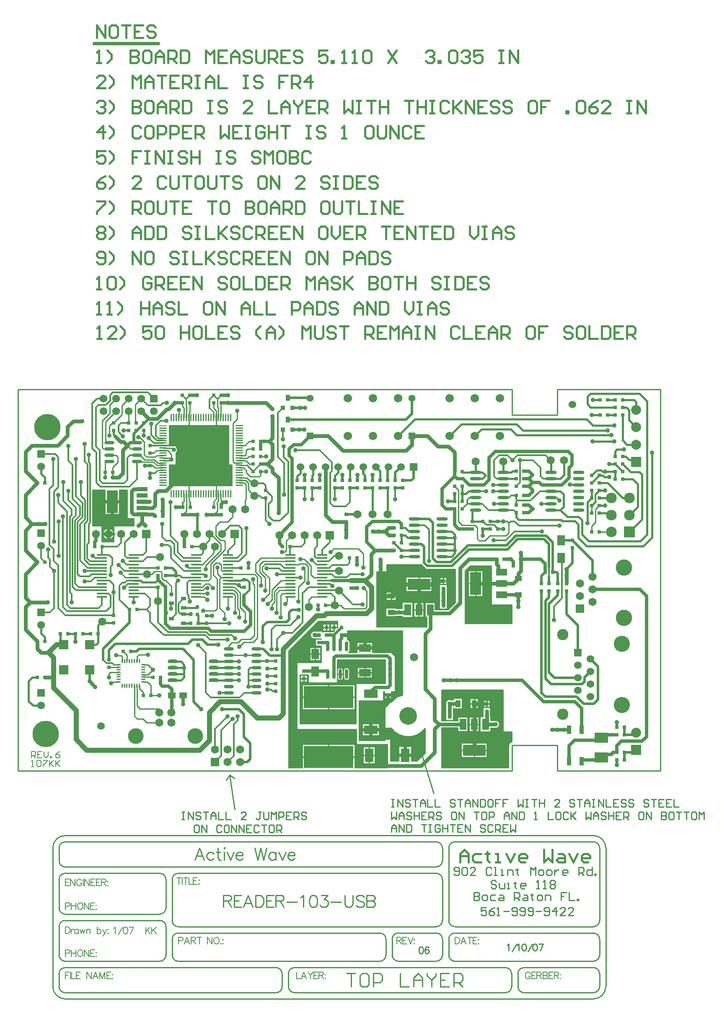
<source format=gtl>
%FSLAX25Y25*%
%MOIN*%
G70*
G01*
G75*
G04 Layer_Physical_Order=1*
G04 Layer_Color=255*
%ADD10C,0.00800*%
%ADD11C,0.06000*%
%ADD12R,0.05500X0.04000*%
%ADD13R,0.03000X0.03000*%
%ADD14R,0.09000X0.05500*%
%ADD15R,0.09000X0.18000*%
%ADD16R,0.06299X0.01000*%
%ADD17O,0.06299X0.01000*%
%ADD18O,0.01000X0.06299*%
%ADD19R,0.03000X0.03000*%
%ADD20R,0.07800X0.07800*%
%ADD21R,0.09000X0.03500*%
%ADD22O,0.08000X0.02400*%
%ADD23R,0.03600X0.05000*%
%ADD24R,0.03600X0.03600*%
%ADD25R,0.18000X0.09000*%
%ADD26O,0.09000X0.02400*%
%ADD27R,0.08000X0.01400*%
%ADD28R,0.04000X0.03000*%
%ADD29R,0.11024X0.07900*%
%ADD30R,0.05500X0.09000*%
%ADD31R,0.04000X0.05500*%
%ADD32R,0.39488X0.17520*%
%ADD33R,0.06000X0.08000*%
%ADD34O,0.02400X0.08000*%
%ADD35R,0.09449X0.05906*%
%ADD36R,0.03500X0.07000*%
%ADD37R,0.11024X0.07087*%
%ADD38R,0.07087X0.11024*%
%ADD39O,0.03937X0.01000*%
%ADD40O,0.01000X0.03937*%
%ADD41R,0.06000X0.05000*%
%ADD42O,0.08000X0.03000*%
%ADD43C,0.01000*%
%ADD44C,0.02500*%
%ADD45C,0.01200*%
%ADD46C,0.03000*%
%ADD47C,0.02200*%
%ADD48C,0.01500*%
%ADD49C,0.02000*%
%ADD50C,0.04000*%
%ADD51C,0.01400*%
%ADD52C,0.00900*%
%ADD53C,0.00500*%
%ADD54C,0.06500*%
%ADD55C,0.05500*%
%ADD56C,0.06200*%
%ADD57R,0.06200X0.06200*%
%ADD58R,0.06500X0.06500*%
%ADD59R,0.06000X0.06000*%
%ADD60R,0.05200X0.05200*%
%ADD61C,0.06700*%
%ADD62C,0.21000*%
%ADD63C,0.14000*%
%ADD64R,0.06500X0.06500*%
%ADD65C,0.13000*%
%ADD66C,0.12800*%
%ADD67C,0.09000*%
%ADD68C,0.07874*%
%ADD69R,0.07874X0.07874*%
%ADD70R,0.08500X0.08500*%
%ADD71C,0.08500*%
%ADD72C,0.12500*%
%ADD73R,0.06200X0.06200*%
%ADD74C,0.03500*%
D10*
X10383Y152730D02*
G03*
X10383Y152730I-4400J0D01*
G01*
X60900Y219500D02*
G03*
X59976Y221622I-2900J0D01*
G01*
X59941Y217345D02*
G03*
X60900Y219500I-1941J2155D01*
G01*
X231085Y-1691D02*
G03*
X257993Y-1811I13498J9921D01*
G01*
X197133Y58380D02*
G03*
X198133Y60430I-1599J2050D01*
G01*
Y66030D02*
G03*
X195983Y68591I-2600J0D01*
G01*
X228720Y58209D02*
G03*
X227783Y58380I-936J-2479D01*
G01*
X228720Y58209D02*
G03*
X227783Y58380I-936J-2479D01*
G01*
X188183Y38430D02*
G03*
X192883Y38430I2350J0D01*
G01*
X193183D02*
G03*
X197883Y38430I2350J0D01*
G01*
X192883Y44030D02*
G03*
X188183Y44030I-2350J0D01*
G01*
X197883D02*
G03*
X193183Y44030I-2350J0D01*
G01*
X171213Y75130D02*
G03*
X171213Y69330I-1230J-2900D01*
G01*
X278713Y20630D02*
G03*
X274583Y16500I-1230J-2900D01*
G01*
X326983Y-12870D02*
G03*
X324583Y-15270I0J-2400D01*
G01*
X326983Y-12870D02*
G03*
X324583Y-15270I0J-2400D01*
G01*
X312754Y-1670D02*
G03*
X317133Y1230I1230J2900D01*
G01*
D02*
G03*
X312754Y4130I-3150J0D01*
G01*
X235753Y87330D02*
G03*
X238213Y87330I1230J2900D01*
G01*
Y93130D02*
G03*
X235753Y93130I-1230J-2900D01*
G01*
X269583Y100960D02*
G03*
X269583Y98500I2900J-1230D01*
G01*
Y106460D02*
G03*
X269583Y104000I2900J-1230D01*
G01*
X275383Y98500D02*
G03*
X275633Y99730I-2900J1230D01*
G01*
D02*
G03*
X275383Y100960I-3150J0D01*
G01*
X275633Y105230D02*
G03*
X275383Y106460I-3150J0D01*
G01*
Y104000D02*
G03*
X275633Y105230I-2900J1230D01*
G01*
X101733Y207580D02*
Y238880D01*
X60891Y219730D02*
X101733D01*
X100993Y190880D02*
Y238880D01*
X101493Y190880D02*
Y238880D01*
X99993Y190880D02*
Y238880D01*
X100493Y190880D02*
Y238880D01*
X99493Y190880D02*
Y238880D01*
X60328Y221230D02*
X101733D01*
X60626Y220730D02*
X101733D01*
X59981Y222230D02*
X101733D01*
X59977Y221730D02*
X101733D01*
X60887Y219230D02*
X101733D01*
X60796Y218730D02*
X101733D01*
X60807Y220230D02*
X101733D01*
Y207580D02*
X104333Y207680D01*
X102993Y190880D02*
Y207628D01*
X102493Y190880D02*
Y207609D01*
X101993Y190880D02*
Y207590D01*
X104333Y190880D02*
Y207680D01*
X103993Y190880D02*
Y207667D01*
X103493Y190880D02*
Y207648D01*
X59940Y217230D02*
X101733D01*
X59936Y216730D02*
X101733D01*
X60607Y218230D02*
X101733D01*
X60297Y217730D02*
X101733D01*
X59933Y212730D02*
X101733D01*
X59933Y212230D02*
X101733D01*
X59933Y213730D02*
X101733D01*
X91993Y190880D02*
Y238880D01*
X92493Y190880D02*
Y238880D01*
X90993Y190880D02*
Y238880D01*
X91493Y190880D02*
Y238880D01*
X93493Y190880D02*
Y238880D01*
X95493Y190880D02*
Y238880D01*
X92993Y190880D02*
Y238880D01*
X88493Y190880D02*
Y238880D01*
X88993Y190880D02*
Y238880D01*
X87493Y190880D02*
Y238880D01*
X87993Y190880D02*
Y238880D01*
X89993Y190880D02*
Y238880D01*
X90493Y190880D02*
Y238880D01*
X89493Y190880D02*
Y238880D01*
X84993Y190880D02*
Y238880D01*
X85493Y190880D02*
Y238880D01*
X83993Y190880D02*
Y238880D01*
X84493Y190880D02*
Y238880D01*
X86493Y190880D02*
Y238880D01*
X86993Y190880D02*
Y238880D01*
X85993Y190880D02*
Y238880D01*
X60493Y220982D02*
Y238880D01*
X59993Y221607D02*
Y238880D01*
X59976Y221622D02*
X59983Y222508D01*
X82993Y190880D02*
Y238880D01*
X83493Y190880D02*
Y238880D01*
X78493Y190880D02*
Y238880D01*
X78993Y190880D02*
Y238880D01*
X77493Y190880D02*
Y238880D01*
X77993Y190880D02*
Y238880D01*
X79993Y190880D02*
Y238880D01*
X80493Y190880D02*
Y238880D01*
X79493Y190880D02*
Y238880D01*
X74993Y190880D02*
Y238880D01*
X75493Y190880D02*
Y238880D01*
X73993Y190880D02*
Y238880D01*
X74493Y190880D02*
Y238880D01*
X76493Y190880D02*
Y238880D01*
X76993Y190880D02*
Y238880D01*
X75993Y190880D02*
Y238880D01*
X96993Y190880D02*
Y238880D01*
X97493Y190880D02*
Y238880D01*
X95993Y190880D02*
Y238880D01*
X96493Y190880D02*
Y238880D01*
X98493Y190880D02*
Y238880D01*
X98993Y190880D02*
Y238880D01*
X97993Y190880D02*
Y238880D01*
X81993Y190880D02*
Y238880D01*
X82493Y190880D02*
Y238880D01*
X80993Y190880D02*
Y238880D01*
X81493Y190880D02*
Y238880D01*
X94493Y190880D02*
Y238880D01*
X94993Y190880D02*
Y238880D01*
X93993Y190880D02*
Y238880D01*
X71493Y190880D02*
Y238880D01*
X71993Y190880D02*
Y238880D01*
X70493Y190880D02*
Y238880D01*
X70993Y190880D02*
Y238880D01*
X72993Y190880D02*
Y238880D01*
X73493Y190880D02*
Y238880D01*
X72493Y190880D02*
Y238880D01*
X67993Y190880D02*
Y238880D01*
X68493Y190880D02*
Y238880D01*
X66993Y190880D02*
Y238880D01*
X67493Y190880D02*
Y238880D01*
X69493Y190880D02*
Y238880D01*
X69993Y190880D02*
Y238880D01*
X68993Y190880D02*
Y238880D01*
X64493Y190880D02*
Y238880D01*
X64993Y190880D02*
Y238880D01*
X63493Y190880D02*
Y238880D01*
X63993Y190880D02*
Y238880D01*
X65993Y190880D02*
Y238880D01*
X66493Y190880D02*
Y238880D01*
X65493Y190880D02*
Y238880D01*
X60993Y190880D02*
Y238880D01*
X61493Y190880D02*
Y238880D01*
X60493Y190880D02*
Y218018D01*
X59993Y190880D02*
Y217393D01*
X62493Y190880D02*
Y238880D01*
X62993Y190880D02*
Y238880D01*
X61993Y190880D02*
Y238880D01*
X54531Y238230D02*
X101733D01*
X54530Y237730D02*
X101733D01*
X56433Y238880D02*
X101733D01*
X54533Y238730D02*
X101733D01*
X54527Y236730D02*
X101733D01*
X54525Y236230D02*
X101733D01*
X54528Y237230D02*
X101733D01*
X54521Y234730D02*
X101733D01*
X54519Y234230D02*
X101733D01*
X54524Y235730D02*
X101733D01*
X54522Y235230D02*
X101733D01*
X54516Y233230D02*
X101733D01*
X54514Y232730D02*
X101733D01*
X54518Y233730D02*
X101733D01*
X54510Y231230D02*
X101733D01*
X54508Y230730D02*
X101733D01*
X54513Y232230D02*
X101733D01*
X54511Y231730D02*
X101733D01*
X54505Y229730D02*
X101733D01*
X54504Y229230D02*
X101733D01*
X54507Y230230D02*
X101733D01*
X54499Y227730D02*
X101733D01*
X54498Y227230D02*
X101733D01*
X54502Y228730D02*
X101733D01*
X54501Y228230D02*
X101733D01*
X54495Y226230D02*
X101733D01*
X54493Y225730D02*
X101733D01*
X54496Y226730D02*
X101733D01*
X57493Y222508D02*
Y238880D01*
X57993Y222508D02*
Y238880D01*
X56493Y222508D02*
Y238880D01*
X56993Y222508D02*
Y238880D01*
X58993Y222508D02*
Y238880D01*
X59493Y222508D02*
Y238880D01*
X58493Y222508D02*
Y238880D01*
X54533D02*
X56433D01*
X54492Y225230D02*
X101733D01*
X55493Y222508D02*
Y238880D01*
X55993Y222508D02*
Y238880D01*
X54483Y222508D02*
X54533Y238880D01*
X54993Y222508D02*
Y238880D01*
X54493Y222508D02*
Y225651D01*
X59933Y215730D02*
X101733D01*
X59933Y215230D02*
X101733D01*
X59933Y216380D02*
X59941Y217345D01*
X59933Y216230D02*
X101733D01*
X59933Y213230D02*
X101733D01*
X59933Y211730D02*
X101733D01*
X59933Y214730D02*
X101733D01*
X54487Y223730D02*
X101733D01*
X54485Y223230D02*
X101733D01*
X54490Y224730D02*
X101733D01*
X54489Y224230D02*
X101733D01*
X54484Y222730D02*
X101733D01*
X59933Y214230D02*
X101733D01*
X54483Y222508D02*
X59983D01*
X54633Y202730D02*
X104333D01*
X54633Y202230D02*
X104333D01*
X54633Y203730D02*
X104333D01*
X54633Y203230D02*
X104333D01*
X54633Y201230D02*
X104333D01*
X54633Y200730D02*
X104333D01*
X54633Y201730D02*
X104333D01*
X54633Y206230D02*
X104333D01*
X54633Y205730D02*
X104333D01*
X54633Y207230D02*
X104333D01*
X54633Y206730D02*
X104333D01*
X54633Y204730D02*
X104333D01*
X54633Y204230D02*
X104333D01*
X54633Y205230D02*
X104333D01*
X54633Y192730D02*
X104333D01*
X54633Y192230D02*
X104333D01*
X54633Y196730D02*
X104333D01*
X54633Y196230D02*
X104333D01*
X54633Y191230D02*
X104333D01*
X54633Y190880D02*
X104333D01*
X54633Y191730D02*
X104333D01*
X54633Y199230D02*
X104333D01*
X54633Y198730D02*
X104333D01*
X54633Y200230D02*
X104333D01*
X54633Y199730D02*
X104333D01*
X54633Y197730D02*
X104333D01*
X54633Y197230D02*
X104333D01*
X54633Y198230D02*
X104333D01*
X59933Y210230D02*
X101733D01*
X59933Y209730D02*
X101733D01*
X59933Y211230D02*
X101733D01*
X59933Y210730D02*
X101733D01*
X59933Y209230D02*
X101733D01*
X59933Y208730D02*
X101733D01*
X59933Y207580D02*
Y216380D01*
Y208230D02*
X101733D01*
X59933Y207730D02*
X101733D01*
X55993Y190880D02*
Y207580D01*
X57993Y190880D02*
Y207580D01*
X54993Y190880D02*
Y207580D01*
X55493Y190880D02*
Y207580D01*
X54633Y190880D02*
Y207580D01*
X57493Y190880D02*
Y207580D01*
X54633D02*
X59933D01*
X56493Y190880D02*
Y207580D01*
X56993Y190880D02*
Y207580D01*
X58993Y190880D02*
Y207580D01*
X59493Y190880D02*
Y207580D01*
X58493Y190880D02*
Y207580D01*
X54633Y195230D02*
X104333D01*
X54633Y194730D02*
X104333D01*
X54633Y195730D02*
X104333D01*
X54633Y193730D02*
X104333D01*
X54633Y193230D02*
X104333D01*
X54633Y194230D02*
X104333D01*
X833Y151730D02*
X1698D01*
X833Y150730D02*
X2064D01*
X833Y151230D02*
X1847D01*
X-6467Y158780D02*
Y187680D01*
X-6007Y158780D02*
Y187680D01*
X-6467Y158780D02*
X833D01*
X-5507D02*
Y187680D01*
X833Y146380D02*
Y158780D01*
X1993Y146380D02*
Y150876D01*
X833Y152230D02*
X1612D01*
X833Y152730D02*
X1583D01*
X833Y153230D02*
X1612D01*
X833Y153730D02*
X1698D01*
X833Y154230D02*
X1847D01*
X-5007Y158780D02*
Y187680D01*
X-4507Y158780D02*
Y187680D01*
X-4007Y158780D02*
Y187680D01*
X-3507Y158780D02*
Y187680D01*
X-3007Y158780D02*
Y187680D01*
X-2507Y158780D02*
Y187680D01*
X-2007Y158780D02*
Y187680D01*
X-1507Y158780D02*
Y187680D01*
X993Y146380D02*
Y187680D01*
X1493Y146380D02*
Y187680D01*
X1993Y154584D02*
Y187680D01*
X-1007Y158780D02*
Y187680D01*
X-507Y158780D02*
Y187680D01*
X-7Y158780D02*
Y187680D01*
X493Y158780D02*
Y187680D01*
X833Y146380D02*
X10533D01*
X833Y146730D02*
X10533D01*
X833Y147230D02*
X10533D01*
X833Y148730D02*
X4150D01*
X833Y149230D02*
X3317D01*
X833Y147730D02*
X10533D01*
X833Y148230D02*
X10533D01*
X2993Y146380D02*
Y149502D01*
X2493Y146380D02*
Y150051D01*
X3993Y146380D02*
Y148806D01*
X3493Y146380D02*
Y149103D01*
X833Y150230D02*
X2362D01*
X833Y154730D02*
X2064D01*
X833Y149730D02*
X2765D01*
X833Y155230D02*
X2362D01*
X833Y155730D02*
X2765D01*
X833Y156230D02*
X3317D01*
X833Y156730D02*
X4150D01*
X833Y157230D02*
X10533D01*
X-6467Y159230D02*
X26433D01*
X-6467Y159730D02*
X26433D01*
X2493Y155409D02*
Y187680D01*
X2993Y155958D02*
Y187680D01*
X3493Y156357D02*
Y187680D01*
X833Y157730D02*
X10533D01*
X3993Y156654D02*
Y168180D01*
X833Y158230D02*
X10533D01*
X833Y158730D02*
X10533D01*
X-6467Y168230D02*
X3583D01*
X-6467Y168730D02*
X3583D01*
X-6467Y169230D02*
X3583D01*
X-6467Y169730D02*
X3583D01*
X-6467Y170230D02*
X3583D01*
X-6467Y170730D02*
X3583D01*
X-6467Y171230D02*
X3583D01*
X-6467Y171730D02*
X3583D01*
X-6467Y172230D02*
X3583D01*
X-6467Y172730D02*
X3583D01*
X-6467Y173230D02*
X3583D01*
X-6467Y173730D02*
X3583D01*
X-6467Y174230D02*
X3583D01*
X-6467Y174730D02*
X3583D01*
X-6467Y175230D02*
X3583D01*
X-6467Y175730D02*
X3583D01*
X-6467Y176230D02*
X3583D01*
X-6467Y176730D02*
X3583D01*
X-6467Y177230D02*
X3583D01*
X-6467Y177730D02*
X3583D01*
X-6467Y178230D02*
X3583D01*
X-6467Y178730D02*
X3583D01*
X-6467Y179230D02*
X3583D01*
Y168180D02*
Y187680D01*
X-6467Y179730D02*
X3583D01*
X-6467Y180230D02*
X3583D01*
X-6467Y180730D02*
X3583D01*
X-6467Y187680D02*
X-5467D01*
X-6467Y181230D02*
X3583D01*
X-6467Y181730D02*
X3583D01*
X-6467Y160230D02*
X26433D01*
X-6467Y160730D02*
X26433D01*
X-6467Y161230D02*
X26433D01*
X-6467Y161730D02*
X26433D01*
X-6467Y162230D02*
X26433D01*
X-6467Y162730D02*
X26433D01*
X-6467Y163230D02*
X26433D01*
X-6467Y163730D02*
X26433D01*
X-6467Y165230D02*
X21233D01*
X-6467Y164230D02*
X26433D01*
X-6467Y164730D02*
X26433D01*
X-6467Y165730D02*
X21233D01*
X-6467Y166230D02*
X21233D01*
X-6467Y166730D02*
X21233D01*
X-6467Y167230D02*
X21233D01*
X-6467Y182230D02*
X3583D01*
X-6467Y167730D02*
X21233D01*
X-6467Y182730D02*
X3583D01*
X-6467Y183230D02*
X3583D01*
X-6467Y183730D02*
X3583D01*
X-6467Y184230D02*
X3583D01*
X-6467Y184730D02*
X3583D01*
X-6467Y185230D02*
X3583D01*
X-6467Y185730D02*
X3583D01*
Y168180D02*
X14883D01*
X-6467Y186230D02*
X3583D01*
X-6467Y186730D02*
X3583D01*
X-6467Y187230D02*
X3583D01*
X-5467Y187680D02*
X3583D01*
X4493Y146380D02*
Y148590D01*
X5493Y146380D02*
Y148357D01*
X4993Y146380D02*
Y148443D01*
X5993Y146380D02*
Y148330D01*
X6493Y146380D02*
Y148360D01*
X6993Y146380D02*
Y148447D01*
X7493Y146380D02*
Y148597D01*
X7993Y146380D02*
Y148816D01*
X8493Y146380D02*
Y149116D01*
X8993Y146380D02*
Y149520D01*
X9493Y146380D02*
Y150076D01*
X7816Y148730D02*
X10533D01*
X9993Y146380D02*
Y150918D01*
X4493Y156870D02*
Y168180D01*
X4993Y157017D02*
Y168180D01*
X5493Y157103D02*
Y168180D01*
X5993Y157130D02*
Y168180D01*
X6493Y157100D02*
Y168180D01*
X6993Y157013D02*
Y168180D01*
X9493Y155384D02*
Y168180D01*
X9993Y154542D02*
Y168180D01*
X10533Y146380D02*
Y158780D01*
X10493Y146380D02*
Y168180D01*
X7493Y156863D02*
Y168180D01*
X7993Y156644D02*
Y168180D01*
X8493Y156344D02*
Y168180D01*
X8993Y155940D02*
Y168180D01*
X8650Y149230D02*
X10533D01*
X9202Y149730D02*
X10533D01*
X9604Y150230D02*
X10533D01*
X9202Y155730D02*
X10533D01*
X8650Y156230D02*
X10533D01*
X7816Y156730D02*
X10533D01*
X9903Y150730D02*
X10533D01*
X10120Y151230D02*
X10533D01*
X10120Y154230D02*
X10533D01*
X9903Y154730D02*
X10533D01*
X9604Y155230D02*
X10533D01*
X10993Y158780D02*
Y168180D01*
X10533Y158780D02*
X26433D01*
X11493D02*
Y168180D01*
X11993Y158780D02*
Y168180D01*
X12493Y158780D02*
Y168180D01*
X12993Y158780D02*
Y168180D01*
X13493Y158780D02*
Y168180D01*
X13993Y158780D02*
Y168180D01*
X14493Y158780D02*
Y168180D01*
X14993Y158780D02*
Y187680D01*
X15493Y158780D02*
Y187680D01*
X15993Y158780D02*
Y187680D01*
X16493Y158780D02*
Y187680D01*
X16993Y158780D02*
Y187680D01*
X17493Y158780D02*
Y187680D01*
X17993Y158780D02*
Y187680D01*
X18493Y158780D02*
Y187680D01*
X18993Y158780D02*
Y187680D01*
X14883Y168230D02*
X21233D01*
X14883Y168730D02*
X21233D01*
X14883Y169230D02*
X21233D01*
X14883Y169730D02*
X21233D01*
X14883Y170230D02*
X21233D01*
X14883Y170730D02*
X21233D01*
X14883Y171230D02*
X21233D01*
X14883Y171730D02*
X21233D01*
X14883Y172230D02*
X21233D01*
X14883Y172730D02*
X21233D01*
X14883Y173230D02*
X21233D01*
X14883Y173730D02*
X21233D01*
X14883Y174230D02*
X21233D01*
X14883Y174730D02*
X21233D01*
X14883Y175230D02*
X21233D01*
X14883Y175730D02*
X21233D01*
X14883Y176230D02*
X21233D01*
X14883Y176730D02*
X21233D01*
X14883Y177230D02*
X21233D01*
X14883Y177730D02*
X21233D01*
X19493Y158780D02*
Y187680D01*
X19993Y158780D02*
Y187680D01*
X20493Y158780D02*
Y187680D01*
X20993Y158780D02*
Y187680D01*
X14883Y168180D02*
Y187680D01*
X21233Y164780D02*
Y187680D01*
X14883Y178230D02*
X21233D01*
X14883Y178730D02*
X21233D01*
X21493Y158780D02*
Y164780D01*
X21993Y158780D02*
Y164780D01*
X22493Y158780D02*
Y164780D01*
X14883Y179230D02*
X21233D01*
X14883Y179730D02*
X21233D01*
Y164780D02*
X26433D01*
X14883Y180230D02*
X21233D01*
X22993Y158780D02*
Y164780D01*
X23493Y158780D02*
Y164780D01*
X23993Y158780D02*
Y164780D01*
X24493Y158780D02*
Y164780D01*
X24993Y158780D02*
Y164780D01*
X25493Y158780D02*
Y164780D01*
X25993Y158780D02*
Y164780D01*
X26433Y158780D02*
Y164780D01*
X14883Y180730D02*
X21233D01*
X14883Y181230D02*
X21233D01*
X14883Y181730D02*
X21233D01*
X14883Y182230D02*
X21233D01*
X14883Y182730D02*
X21233D01*
X14883Y183230D02*
X21233D01*
X14883Y183730D02*
X21233D01*
X14883Y184230D02*
X21233D01*
X14883Y184730D02*
X21233D01*
X14883Y185230D02*
X21233D01*
X14883Y185730D02*
X21233D01*
X14883Y186230D02*
X21233D01*
X14883Y186730D02*
X21233D01*
X14883Y187230D02*
X21233D01*
X14883Y187680D02*
X21233D01*
X205406Y-7270D02*
X208071D01*
X205407Y-6770D02*
X208071D01*
X205409Y-6270D02*
X208071D01*
X205410Y-5770D02*
X208071D01*
X205411Y-5270D02*
X208071D01*
X205413Y-4770D02*
X208071D01*
X205414Y-4270D02*
X208071D01*
X208493Y-11691D02*
Y-7704D01*
X205416Y-3770D02*
X208071D01*
X205417Y-3270D02*
X208071D01*
X205418Y-2770D02*
X208071D01*
X205420Y-2270D02*
X208071D01*
X205421Y-1770D02*
X208071D01*
X205393Y-11691D02*
X205483Y19809D01*
X205423Y-1270D02*
X208071D01*
X205424Y-770D02*
X208071D01*
X205426Y-270D02*
X208071D01*
X205427Y230D02*
X208071D01*
X205429Y730D02*
X208071D01*
X205493Y-11691D02*
Y19809D01*
X205993Y-11691D02*
Y19809D01*
X206493Y-11691D02*
Y19809D01*
X206993Y-11691D02*
Y19809D01*
X207493Y-11691D02*
Y19809D01*
X208071Y-7704D02*
Y1683D01*
X207993Y-11691D02*
Y19809D01*
X205393Y-11691D02*
X225993D01*
X205394Y-11270D02*
X225993D01*
X205396Y-10770D02*
X225993D01*
X205397Y-10270D02*
X225992D01*
X205398Y-9770D02*
X225992D01*
X205400Y-9270D02*
X225992D01*
X208993Y-11691D02*
Y-7704D01*
X209493Y-11691D02*
Y-7704D01*
X209993Y-11691D02*
Y-7704D01*
X210493Y-11691D02*
Y-7704D01*
X210993Y-11691D02*
Y-7704D01*
X205401Y-8770D02*
X225992D01*
X205403Y-8270D02*
X225992D01*
X211493Y-11691D02*
Y-7704D01*
X211993Y-11691D02*
Y-7704D01*
X212493Y-11691D02*
Y-7704D01*
X212993Y-11691D02*
Y-7704D01*
X208071D02*
X221395D01*
X205404Y-7770D02*
X225991D01*
X213493Y-11691D02*
Y-7704D01*
X213993Y-11691D02*
Y-7704D01*
X214493Y-11691D02*
Y-7704D01*
X214993Y-11691D02*
Y-7704D01*
X205430Y1230D02*
X208071D01*
X205431Y1730D02*
X225988D01*
X205433Y2230D02*
X225988D01*
X205434Y2730D02*
X225988D01*
X205436Y3230D02*
X225987D01*
X205437Y3730D02*
X225987D01*
X208493Y1683D02*
Y19809D01*
X208071Y1683D02*
X221395D01*
X205439Y4230D02*
X225987D01*
X205440Y4730D02*
X225987D01*
X205441Y5230D02*
X225987D01*
X205443Y5730D02*
X225987D01*
X205444Y6230D02*
X225986D01*
X208993Y1683D02*
Y19809D01*
X209493Y1683D02*
Y19809D01*
X209993Y1683D02*
Y19809D01*
X210493Y1683D02*
Y19809D01*
X210993Y1683D02*
Y19809D01*
X205483D02*
X219483D01*
X211493Y1683D02*
Y19809D01*
X211993Y1683D02*
Y19809D01*
X212493Y1683D02*
Y19809D01*
X212993Y1683D02*
Y19809D01*
X213493Y1683D02*
Y19809D01*
X213993Y1683D02*
Y19809D01*
X214493Y1683D02*
Y19809D01*
X205446Y6730D02*
X225986D01*
X205447Y7230D02*
X225986D01*
X205449Y7730D02*
X225986D01*
X205450Y8230D02*
X225986D01*
X205451Y8730D02*
X225985D01*
X205453Y9230D02*
X225985D01*
X205454Y9730D02*
X225985D01*
X205456Y10230D02*
X225985D01*
X205457Y10730D02*
X225985D01*
X205459Y11230D02*
X225984D01*
X205460Y11730D02*
X225984D01*
X205462Y12230D02*
X225984D01*
X205463Y12730D02*
X225984D01*
X205464Y13230D02*
X225984D01*
X205466Y13730D02*
X225984D01*
X205467Y14230D02*
X225983D01*
X205469Y14730D02*
X226451D01*
X205470Y15230D02*
X226918D01*
X205472Y15730D02*
X227385D01*
X205473Y16230D02*
X227853D01*
X205474Y16730D02*
X228320D01*
X205476Y17230D02*
X228787D01*
X205477Y17730D02*
X229254D01*
X205479Y18230D02*
X229722D01*
X205480Y18730D02*
X230189D01*
X205482Y19230D02*
X230656D01*
X205483Y19730D02*
X231124D01*
X215493Y-11691D02*
Y-7704D01*
X215993Y-11691D02*
Y-7704D01*
X216493Y-11691D02*
Y-7704D01*
X216993Y-11691D02*
Y-7704D01*
X217493Y-11691D02*
Y-7704D01*
X217993Y-11691D02*
Y-7704D01*
X218493Y-11691D02*
Y-7704D01*
X218993Y-11691D02*
Y-7704D01*
X219493Y-11691D02*
Y-7704D01*
X219993Y-11691D02*
Y-7704D01*
X220493Y-11691D02*
Y-7704D01*
X220993Y-11691D02*
Y-7704D01*
X221395D02*
Y1683D01*
X214993D02*
Y19809D01*
X215493Y1683D02*
Y19809D01*
X215993Y1683D02*
Y19809D01*
X216493Y1683D02*
Y19809D01*
X216993Y1683D02*
Y19809D01*
X217493Y1683D02*
Y19809D01*
X217993Y1683D02*
Y19809D01*
X218493Y1683D02*
Y19809D01*
X221493Y-11691D02*
Y19809D01*
X218993Y1683D02*
Y19809D01*
X219493Y1683D02*
Y19809D01*
X219993Y1683D02*
Y19809D01*
X220493Y1683D02*
Y19809D01*
X221395Y-7270D02*
X225991D01*
X221395Y-6770D02*
X225991D01*
X221395Y-6270D02*
X225991D01*
X221395Y-5770D02*
X225991D01*
X221395Y-5270D02*
X225991D01*
X221395Y-4770D02*
X225990D01*
X221395Y-4270D02*
X225990D01*
X221395Y-3770D02*
X225990D01*
X221395Y-3270D02*
X225990D01*
X221395Y-2770D02*
X225990D01*
X221395Y-2270D02*
X225989D01*
X221395Y-1770D02*
X225989D01*
X221395Y-1270D02*
X225989D01*
X221993Y-11691D02*
Y19809D01*
X221395Y-770D02*
X225989D01*
X222493Y-11691D02*
Y19809D01*
X221395Y-270D02*
X225989D01*
X221395Y230D02*
X225989D01*
X221395Y730D02*
X225988D01*
X221395Y1230D02*
X225988D01*
X222993Y-11691D02*
Y19809D01*
X223493Y-11691D02*
Y19809D01*
X223993Y-11691D02*
Y19809D01*
X224493Y-11691D02*
Y19809D01*
X224993Y-11691D02*
Y27309D01*
X225983Y14230D02*
X225993Y-11691D01*
X225493D02*
Y27309D01*
X220993Y1683D02*
Y19809D01*
X219483Y19809D02*
X224693Y19809D01*
X225993Y14240D02*
Y22080D01*
X224693Y22230D02*
X225833D01*
X224693Y22730D02*
X225833D01*
X224693Y23230D02*
X225833D01*
X226493Y14775D02*
Y22080D01*
X226993Y15310D02*
Y22080D01*
X227493Y15845D02*
Y22080D01*
X227993Y16380D02*
Y22080D01*
X228493Y16915D02*
Y22080D01*
X228993Y17450D02*
Y22080D01*
X229493Y17985D02*
Y22080D01*
X224693Y23730D02*
X225833D01*
X224693Y24230D02*
X225833D01*
X224693Y24730D02*
X225833D01*
X224693Y25230D02*
X225833D01*
X224693Y25730D02*
X225833D01*
X224693Y26230D02*
X225833D01*
X224693Y19809D02*
Y27309D01*
X225833Y22080D02*
Y27309D01*
X224693Y26730D02*
X225833D01*
X224693Y27230D02*
X225833D01*
X224693Y27309D02*
X225833D01*
X224693Y20230D02*
X231591D01*
X224693Y20730D02*
X232058D01*
X225983Y14230D02*
X232993Y21730D01*
X225833Y22080D02*
X231133D01*
X224693Y21230D02*
X232526D01*
X224693Y21730D02*
X232993D01*
X229993Y18520D02*
Y22080D01*
X230493Y19055D02*
Y22080D01*
X230993Y19590D02*
Y22080D01*
X231133Y22230D02*
X232993D01*
X231133Y22730D02*
X232993D01*
X231133Y23230D02*
X232993D01*
X231133Y23730D02*
X232993D01*
X231133Y24230D02*
X232993D01*
X231133Y24730D02*
X232993D01*
X231133Y25230D02*
X232993D01*
X231133Y25730D02*
X232993D01*
X231133Y26230D02*
X232993D01*
X231133Y26730D02*
X232993D01*
X231493Y20125D02*
Y27309D01*
X231993Y20660D02*
Y27309D01*
X232493Y21195D02*
Y27309D01*
X231133Y22080D02*
Y27309D01*
X232993Y21730D02*
Y27309D01*
X231133Y27230D02*
X232993D01*
X231133Y27309D02*
X232993D01*
X230493Y-28191D02*
X237290D01*
X230493Y-27770D02*
X237290D01*
X230493Y-27270D02*
X237290D01*
X230493Y-26770D02*
X237290D01*
X230493Y-26270D02*
X237290D01*
X230493Y-28191D02*
Y-10691D01*
Y-28191D02*
Y-10691D01*
X236493Y-28191D02*
Y-6439D01*
X230493Y-25770D02*
X237290D01*
X230493Y-25270D02*
X237290D01*
X230993Y-28191D02*
Y-1691D01*
X231493Y-28191D02*
Y-2223D01*
X231993Y-28191D02*
Y-2821D01*
X232993Y-28191D02*
Y-3865D01*
X232493Y-28191D02*
Y-3365D01*
X233493Y-28191D02*
Y-4325D01*
X234493Y-28191D02*
Y-5142D01*
X233993Y-28191D02*
Y-4750D01*
X234993Y-28191D02*
Y-5505D01*
X235993Y-28191D02*
Y-6152D01*
X235493Y-28191D02*
Y-5841D01*
X230493Y-24770D02*
X237290D01*
X230493Y-24270D02*
X237290D01*
X230493Y-23770D02*
X237290D01*
X230493Y-23270D02*
X237290D01*
X230493Y-22770D02*
X237290D01*
X230493Y-22270D02*
X237290D01*
X230493Y-21770D02*
X237290D01*
X230493Y-21270D02*
X237290D01*
X230493Y-20770D02*
X237290D01*
X230493Y-20270D02*
X237290D01*
X230493Y-19770D02*
X237290D01*
X230493Y-19270D02*
X237290D01*
X230493Y-18770D02*
X237290D01*
X230493Y-18270D02*
X237290D01*
X230493Y-17770D02*
X237290D01*
X230493Y-17270D02*
X237290D01*
X230493Y-16770D02*
X237290D01*
X230493Y-16270D02*
X257993D01*
X230493Y-15770D02*
X257993D01*
X230493Y-15270D02*
X257993D01*
X230493Y-14770D02*
X257993D01*
X230493Y-14270D02*
X257993D01*
X223493Y-10691D02*
X230493D01*
X223493Y-3270D02*
X232402D01*
X223493Y-1770D02*
X231143D01*
X223493Y-2770D02*
X231949D01*
X223493Y-2270D02*
X231530D01*
X223493Y-10691D02*
Y-1691D01*
Y-10691D02*
Y-1691D01*
X223993Y-10691D02*
Y-1691D01*
X224493Y-10691D02*
Y-1691D01*
X224993Y-10691D02*
Y-1691D01*
X225493Y-10691D02*
Y-1691D01*
X225993Y-10691D02*
Y-1691D01*
X226493Y-10691D02*
Y-1691D01*
X226993Y-10691D02*
Y-1691D01*
X227493Y-10691D02*
Y-1691D01*
X223493D02*
X231085D01*
X227993Y-10691D02*
Y-1691D01*
X228493Y-10691D02*
Y-1691D01*
X228993Y-10691D02*
Y-1691D01*
X229493Y-10691D02*
Y-1691D01*
X229993Y-10691D02*
Y-1691D01*
X230493Y-10691D02*
Y-1691D01*
Y-13770D02*
X257993D01*
X223493Y-10270D02*
X257993D01*
X223493Y-9770D02*
X257993D01*
X223493Y-9270D02*
X257993D01*
X223493Y-8770D02*
X257993D01*
X230493Y-13270D02*
X257993D01*
X230493Y-12770D02*
X257993D01*
X230493Y-12270D02*
X257993D01*
X230493Y-11770D02*
X257993D01*
X230493Y-11270D02*
X257993D01*
X230493Y-10770D02*
X257993D01*
X223493Y-7770D02*
X239620D01*
X223493Y-8270D02*
X241688D01*
X223493Y-6270D02*
X236194D01*
X223493Y-7270D02*
X238229D01*
X223493Y-6770D02*
X237125D01*
X223493Y-5270D02*
X234665D01*
X223493Y-5770D02*
X235384D01*
X223493Y-3770D02*
X232894D01*
X223493Y-4770D02*
X234018D01*
X223493Y-4270D02*
X233431D01*
X237290Y-28191D02*
Y-16358D01*
X247176Y-28191D02*
X251493D01*
X247176D02*
Y-16358D01*
X247493Y-28191D02*
Y-8268D01*
X247176Y-27770D02*
X251914D01*
X247176Y-27270D02*
X252414D01*
X247176Y-26770D02*
X252914D01*
X236993Y-28191D02*
Y-6704D01*
X247993Y-28191D02*
Y-8172D01*
X248493Y-28191D02*
Y-8060D01*
X248993Y-28191D02*
Y-7931D01*
X249493Y-28191D02*
Y-7786D01*
X249993Y-28191D02*
Y-7625D01*
X250493Y-28191D02*
Y-7445D01*
X250993Y-28191D02*
Y-7247D01*
X251493Y-28191D02*
Y-7031D01*
X251993Y-27691D02*
Y-6794D01*
X252493Y-27191D02*
Y-6537D01*
X247176Y-26270D02*
X253414D01*
X247176Y-25770D02*
X253914D01*
X247176Y-25270D02*
X254414D01*
X247176Y-24770D02*
X254914D01*
X247176Y-24270D02*
X255414D01*
X247176Y-23770D02*
X255914D01*
X247176Y-23270D02*
X256414D01*
X251493Y-28191D02*
X257993Y-21691D01*
X247176Y-22770D02*
X256914D01*
X247176Y-22270D02*
X257414D01*
X247176Y-21770D02*
X257914D01*
X252993Y-26691D02*
Y-6258D01*
X253493Y-26191D02*
Y-5956D01*
X253993Y-25691D02*
Y-5630D01*
X254493Y-25191D02*
Y-5277D01*
X254993Y-24691D02*
Y-4895D01*
X255493Y-24191D02*
Y-4483D01*
X255993Y-23691D02*
Y-4036D01*
X256493Y-23191D02*
Y-3551D01*
X256993Y-22691D02*
Y-3023D01*
X257493Y-22191D02*
Y-2446D01*
X257993Y-21691D02*
Y-1811D01*
X240993Y-16358D02*
Y-8133D01*
X237290Y-16358D02*
X247176D01*
X241493D02*
Y-8235D01*
X242993Y-16358D02*
Y-8446D01*
X243493Y-16358D02*
Y-8487D01*
X243993Y-16358D02*
Y-8512D01*
X247176Y-21270D02*
X257993D01*
X244493Y-16358D02*
Y-8522D01*
X244993Y-16358D02*
Y-8517D01*
X245493Y-16358D02*
Y-8497D01*
X245993Y-16358D02*
Y-8463D01*
X237493Y-16358D02*
Y-6948D01*
X237993Y-16358D02*
Y-7171D01*
X238493Y-16358D02*
Y-7376D01*
X238993Y-16358D02*
Y-7562D01*
X239493Y-16358D02*
Y-7730D01*
X239993Y-16358D02*
Y-7881D01*
X241993Y-16358D02*
Y-8321D01*
X240493Y-16358D02*
Y-8015D01*
X242493Y-16358D02*
Y-8391D01*
X246493Y-16358D02*
Y-8413D01*
X246993Y-16358D02*
Y-8348D01*
X247176Y-20770D02*
X257993D01*
X247176Y-20270D02*
X257993D01*
X247176Y-19770D02*
X257993D01*
X247176Y-19270D02*
X257993D01*
X247176Y-18770D02*
X257993D01*
X247176Y-18270D02*
X257993D01*
X247176Y-17770D02*
X257993D01*
X247176Y-17270D02*
X257993D01*
X247176Y-16770D02*
X257993D01*
X247479Y-8270D02*
X257993D01*
X249547Y-7770D02*
X257993D01*
X250938Y-7270D02*
X257993D01*
X252042Y-6770D02*
X257993D01*
X252973Y-6270D02*
X257993D01*
X253783Y-5770D02*
X257993D01*
X254502Y-5270D02*
X257993D01*
X255149Y-4770D02*
X257993D01*
X255736Y-4270D02*
X257993D01*
X256272Y-3770D02*
X257993D01*
X256765Y-3270D02*
X257993D01*
X257218Y-2770D02*
X257993D01*
X257636Y-2270D02*
X257993D01*
X197493Y58380D02*
Y58721D01*
X197993Y58380D02*
Y59587D01*
X197133Y58380D02*
X203909D01*
X198037Y59730D02*
X203909D01*
X198126Y60230D02*
X203909D01*
X197501Y58730D02*
X203909D01*
X197840Y59230D02*
X203909D01*
X198133Y60730D02*
X203909D01*
X198133Y61230D02*
X203909D01*
X198133Y62730D02*
X203909D01*
X198133Y63230D02*
X203909D01*
X198133Y61730D02*
X203909D01*
X198133Y62230D02*
X203909D01*
X200493Y58380D02*
Y75730D01*
X199993Y58380D02*
Y75730D01*
X201493Y58380D02*
Y75730D01*
X200993Y58380D02*
Y75730D01*
X198133Y60430D02*
Y66030D01*
X198493Y58380D02*
Y75730D01*
X199493Y58380D02*
Y75730D01*
X198993Y58380D02*
Y75730D01*
X202493Y58380D02*
Y75730D01*
X201993Y58380D02*
Y75730D01*
X203493Y58380D02*
Y75730D01*
X202993Y58380D02*
Y75730D01*
X203909Y58380D02*
Y66268D01*
X216158Y58380D02*
Y66268D01*
X216493Y58380D02*
Y75730D01*
X216158Y58380D02*
X227783D01*
X216158Y58730D02*
X239983D01*
X216158Y59230D02*
X239983D01*
X216158Y59730D02*
X239983D01*
X216158Y61230D02*
X239983D01*
X216158Y61730D02*
X239983D01*
X216158Y60230D02*
X239983D01*
X216158Y60730D02*
X239983D01*
X220493Y58380D02*
Y75730D01*
X219993Y58380D02*
Y75730D01*
X221493Y58380D02*
Y75730D01*
X220993Y58380D02*
Y75730D01*
X216158Y62230D02*
X239983D01*
X219493Y58380D02*
Y75730D01*
X216158Y62730D02*
X239983D01*
X216158Y63230D02*
X239983D01*
X221993Y58380D02*
Y75730D01*
X218993Y58380D02*
Y75730D01*
X222993Y58380D02*
Y75730D01*
X222493Y58380D02*
Y75730D01*
X217493Y58380D02*
Y75730D01*
X216993Y58380D02*
Y75730D01*
X218493Y58380D02*
Y75730D01*
X217993Y58380D02*
Y75730D01*
X225993Y58380D02*
Y75730D01*
X225493Y58380D02*
Y75730D01*
X226993Y58380D02*
Y75730D01*
X226493Y58380D02*
Y75730D01*
X223993Y58380D02*
Y75730D01*
X223493Y58380D02*
Y75730D01*
X224993Y58380D02*
Y75730D01*
X224493Y58380D02*
Y75730D01*
X197993Y66873D02*
Y75730D01*
X197493Y67739D02*
Y75730D01*
X198126Y66230D02*
X203909D01*
X195993Y68589D02*
Y75730D01*
X195983Y68591D02*
Y75730D01*
X196993Y68182D02*
Y75730D01*
X196493Y68446D02*
Y75730D01*
X198133Y64730D02*
X203909D01*
X198133Y65230D02*
X203909D01*
X198133Y63730D02*
X203909D01*
X198133Y64230D02*
X203909D01*
X198133Y65730D02*
X203909D01*
X203993Y66268D02*
Y75730D01*
X204993Y66268D02*
Y75730D01*
X204493Y66268D02*
Y75730D01*
X207993Y66268D02*
Y75730D01*
X207493Y66268D02*
Y75730D01*
X208993Y66268D02*
Y75730D01*
X208493Y66268D02*
Y75730D01*
X205993Y66268D02*
Y75730D01*
X205493Y66268D02*
Y75730D01*
X206993Y66268D02*
Y75730D01*
X206493Y66268D02*
Y75730D01*
X211993Y66268D02*
Y75730D01*
X211493Y66268D02*
Y75730D01*
X212993Y66268D02*
Y75730D01*
X212493Y66268D02*
Y75730D01*
X209993Y66268D02*
Y75730D01*
X209493Y66268D02*
Y75730D01*
X210993Y66268D02*
Y75730D01*
X210493Y66268D02*
Y75730D01*
X196919Y68230D02*
X239983D01*
X195983Y68730D02*
X239983D01*
X197840Y67230D02*
X239983D01*
X197501Y67730D02*
X239983D01*
X195983Y70230D02*
X239983D01*
X195983Y70730D02*
X239983D01*
X195983Y69230D02*
X239983D01*
X195983Y69730D02*
X239983D01*
X216158Y64730D02*
X239983D01*
X216158Y65230D02*
X239983D01*
X216158Y63730D02*
X239983D01*
X216158Y64230D02*
X239983D01*
X216158Y65730D02*
X239983D01*
X203909Y66268D02*
X216158D01*
Y66230D02*
X239983D01*
X198037Y66730D02*
X239983D01*
X195983Y72230D02*
X239983D01*
X195983Y72730D02*
X239983D01*
X195983Y71230D02*
X239983D01*
X195983Y71730D02*
X239983D01*
X195983Y74230D02*
X239983D01*
X195983Y74730D02*
X239983D01*
X195983Y73230D02*
X239983D01*
X195983Y73730D02*
X239983D01*
X214993Y66268D02*
Y75730D01*
X214493Y66268D02*
Y75730D01*
X215993Y66268D02*
Y75730D01*
X215493Y66268D02*
Y75730D01*
X213993Y66268D02*
Y75730D01*
X213493Y66268D02*
Y75730D01*
X195983Y75230D02*
X239983D01*
X195983Y75730D02*
X228983D01*
X230993Y18739D02*
Y19279D01*
X230983Y18730D02*
X231037Y21830D01*
X230992Y19230D02*
X231533D01*
X230983Y18730D02*
X235793Y23109D01*
X231001Y19730D02*
X232082D01*
X231010Y20230D02*
X232631D01*
X231018Y20730D02*
X233180D01*
X231027Y21230D02*
X233729D01*
X231037Y21830D02*
X231383D01*
X231036Y21730D02*
X234278D01*
X231383Y22230D02*
X234827D01*
X231383Y22730D02*
X235377D01*
X231383Y23230D02*
X236156D01*
X235793Y23109D02*
X236393Y23309D01*
X231383Y23730D02*
X237770D01*
X231993Y19649D02*
Y27309D01*
X231493Y19194D02*
Y27309D01*
X232993Y20560D02*
Y27309D01*
X232493Y20105D02*
Y27309D01*
X233493Y21015D02*
Y27309D01*
X231383Y21830D02*
Y27309D01*
X234093D01*
X233993Y21470D02*
Y27309D01*
X234993Y22381D02*
Y75730D01*
X234493Y21926D02*
Y75730D01*
X235993Y23176D02*
Y75730D01*
X235493Y22836D02*
Y75730D01*
X234093Y27309D02*
Y55209D01*
X236493Y23340D02*
Y75730D01*
X237493Y23645D02*
Y75730D01*
X236993Y23492D02*
Y75730D01*
X231383Y24230D02*
X239407D01*
X231383Y25730D02*
X239989D01*
X231383Y24730D02*
X239992D01*
X231383Y25230D02*
X239990D01*
X231383Y27230D02*
X239985D01*
X234093Y29730D02*
X239983D01*
X231383Y26230D02*
X239988D01*
X231383Y26730D02*
X239986D01*
X234093Y27730D02*
X239983D01*
X234093Y28230D02*
X239983D01*
X236393Y23309D02*
X239993Y24409D01*
X239983Y27730D02*
X239993Y24409D01*
X234093Y30230D02*
X239983D01*
X234093Y30730D02*
X239983D01*
X234093Y28730D02*
X239983D01*
X234093Y29230D02*
X239983D01*
X234093Y32230D02*
X239983D01*
X234093Y32730D02*
X239983D01*
X234093Y31230D02*
X239983D01*
X234093Y31730D02*
X239983D01*
X234093Y34230D02*
X239983D01*
X234093Y34730D02*
X239983D01*
X234093Y33230D02*
X239983D01*
X234093Y33730D02*
X239983D01*
X238493Y23951D02*
Y75730D01*
X237993Y23798D02*
Y75730D01*
X239493Y24256D02*
Y75730D01*
X238993Y24103D02*
Y75730D01*
X234093Y35730D02*
X239983D01*
X234093Y36230D02*
X239983D01*
X234093Y35230D02*
X239983D01*
Y27730D02*
Y55230D01*
X234093Y42730D02*
X239983D01*
X234093Y43230D02*
X239983D01*
X234093Y38230D02*
X239983D01*
X234093Y38730D02*
X239983D01*
X231093Y58209D02*
X234093Y55209D01*
X228720Y58209D02*
X231093D01*
X234093Y43730D02*
X239983D01*
X234093Y44230D02*
X239983D01*
X234093Y45230D02*
X239983D01*
X234093Y45730D02*
X239983D01*
X234093Y42230D02*
X239983D01*
X234093Y44730D02*
X239983D01*
X234093Y47230D02*
X239983D01*
X234093Y47730D02*
X239983D01*
X234093Y46230D02*
X239983D01*
X234093Y46730D02*
X239983D01*
X229993Y58209D02*
Y75730D01*
X228993Y58209D02*
Y75730D01*
X227993Y58372D02*
Y75730D01*
X227493Y58380D02*
Y75730D01*
X229493Y58209D02*
Y75730D01*
X228493Y58283D02*
Y75730D01*
X232993Y56309D02*
Y75730D01*
X232493Y56809D02*
Y75730D01*
X233993Y55309D02*
Y75730D01*
X233493Y55809D02*
Y75730D01*
X230993Y58209D02*
Y75730D01*
X230493Y58209D02*
Y75730D01*
X231993Y57309D02*
Y75730D01*
X231493Y57809D02*
Y75730D01*
X234093Y48730D02*
X239983D01*
X234093Y49230D02*
X239983D01*
X234093Y41730D02*
X239983D01*
X234093Y48230D02*
X239983D01*
X234093Y50730D02*
X239983D01*
X234093Y51230D02*
X239983D01*
X234093Y49730D02*
X239983D01*
X234093Y50230D02*
X239983D01*
X234093Y37730D02*
X239983D01*
X234093Y39230D02*
X239983D01*
X234093Y36730D02*
X239983D01*
X234093Y37230D02*
X239983D01*
X234093Y40730D02*
X239983D01*
X234093Y41230D02*
X239983D01*
X234093Y39730D02*
X239983D01*
X234093Y40230D02*
X239983D01*
X233072Y56230D02*
X239983D01*
X232572Y56730D02*
X239983D01*
X234072Y55230D02*
X239983D01*
X233572Y55730D02*
X239983D01*
X228662Y58230D02*
X239983D01*
X228983Y75730D02*
X239983D01*
X232072Y57230D02*
X239983D01*
X231572Y57730D02*
X239983D01*
X234093Y52730D02*
X239983D01*
X234093Y53230D02*
X239983D01*
X234093Y51730D02*
X239983D01*
X234093Y52230D02*
X239983D01*
X234093Y54730D02*
X239983D01*
Y55230D02*
Y75730D01*
X234093Y53730D02*
X239983D01*
X234093Y54230D02*
X239983D01*
X158483Y13730D02*
X160326D01*
X158483Y13230D02*
X160326D01*
X158483Y15730D02*
X160326D01*
X158483Y14230D02*
X160326D01*
X160493Y1730D02*
Y12920D01*
X160993Y1730D02*
Y12920D01*
X158483Y15230D02*
X160326D01*
X158483Y14730D02*
X160326D01*
X158483Y18730D02*
X160326D01*
X158483Y18230D02*
X160326D01*
X158483Y19730D02*
X160326D01*
X158483Y19230D02*
X160326D01*
X158483Y16730D02*
X160326D01*
X158483Y16230D02*
X160326D01*
X158483Y17730D02*
X160326D01*
X158483Y17230D02*
X160326D01*
X166493Y1730D02*
Y12920D01*
X166993Y1730D02*
Y12920D01*
X165493Y1730D02*
Y12920D01*
X165993Y1730D02*
Y12920D01*
X168493Y1730D02*
Y12920D01*
X168993Y1730D02*
Y12920D01*
X167493Y1730D02*
Y12920D01*
X167993Y1730D02*
Y12920D01*
X162493Y1730D02*
Y12920D01*
X162993Y1730D02*
Y12920D01*
X161493Y1730D02*
Y12920D01*
X161993Y1730D02*
Y12920D01*
X164493Y1730D02*
Y12920D01*
X164993Y1730D02*
Y12920D01*
X163493Y1730D02*
Y12920D01*
X163993Y1730D02*
Y12920D01*
X158483Y22730D02*
X160326D01*
X158483Y22230D02*
X160326D01*
X158483Y23730D02*
X160326D01*
X158483Y23230D02*
X160326D01*
X158483Y20730D02*
X160326D01*
X158483Y20230D02*
X160326D01*
X158483Y21730D02*
X160326D01*
X158483Y21230D02*
X160326D01*
X158483Y26730D02*
X160326D01*
X158483Y26230D02*
X160326D01*
X158483Y27730D02*
X160326D01*
X158483Y27230D02*
X160326D01*
X158483Y24730D02*
X160326D01*
X158483Y24230D02*
X160326D01*
X158483Y25730D02*
X160326D01*
X158483Y25230D02*
X160326D01*
X158993Y1730D02*
Y35080D01*
X159493Y1730D02*
Y35080D01*
X158483Y1730D02*
Y40730D01*
X158493Y1730D02*
Y40730D01*
X158483Y28730D02*
X160326D01*
X158483Y28230D02*
X160326D01*
X159993Y1730D02*
Y35080D01*
X160326Y12920D02*
Y32740D01*
X158483Y29730D02*
X160326D01*
X158483Y29230D02*
X160326D01*
X158483Y30730D02*
X160326D01*
X158483Y30230D02*
X160326D01*
X158483Y31730D02*
X160326D01*
X158483Y31230D02*
X160326D01*
X158483Y32230D02*
X160326D01*
X158483Y32730D02*
X160326D01*
X163493Y32740D02*
Y35080D01*
X158483Y4230D02*
X202983D01*
X158483Y3730D02*
X202983D01*
X158483Y5230D02*
X202983D01*
X158483Y4730D02*
X202983D01*
X158483Y2230D02*
X202983D01*
X158483Y1730D02*
X202983D01*
X158483Y3230D02*
X202983D01*
X158483Y2730D02*
X202983D01*
X158483Y8230D02*
X202983D01*
X158483Y7730D02*
X202983D01*
X158483Y9230D02*
X202983D01*
X158483Y8730D02*
X202983D01*
X158483Y6230D02*
X202983D01*
X158483Y5730D02*
X202983D01*
X158483Y7230D02*
X202983D01*
X158483Y6730D02*
X202983D01*
X175993Y1730D02*
Y12920D01*
X176493Y1730D02*
Y12920D01*
X174993Y1730D02*
Y12920D01*
X175493Y1730D02*
Y12920D01*
X178993Y1730D02*
Y12920D01*
X179493Y1730D02*
Y12920D01*
X176993Y1730D02*
Y12920D01*
X177493Y1730D02*
Y12920D01*
X158483Y10230D02*
X202983D01*
X158483Y9730D02*
X202983D01*
X158483Y10730D02*
X202983D01*
X178493Y1730D02*
Y12920D01*
X158483Y11730D02*
X202983D01*
X158483Y11230D02*
X202983D01*
X158483Y12730D02*
X202983D01*
X158483Y12230D02*
X202983D01*
X170493Y1730D02*
Y12920D01*
X170993Y1730D02*
Y12920D01*
X169493Y1730D02*
Y12920D01*
X169993Y1730D02*
Y12920D01*
X172493Y1730D02*
Y12920D01*
X177993Y1730D02*
Y12920D01*
X171493Y1730D02*
Y12920D01*
X171993Y1730D02*
Y12920D01*
X173993Y1730D02*
Y12920D01*
X174493Y1730D02*
Y12920D01*
X172993Y1730D02*
Y12920D01*
X173493Y1730D02*
Y12920D01*
X179993Y1730D02*
Y12920D01*
X180493Y1730D02*
Y12920D01*
X160326D02*
X202115D01*
X181993Y1730D02*
Y12920D01*
X182493Y1730D02*
Y12920D01*
X180993Y1730D02*
Y12920D01*
X181493Y1730D02*
Y12920D01*
X183993Y1730D02*
Y12920D01*
X186493Y1730D02*
Y12920D01*
X182993Y1730D02*
Y12920D01*
X183493Y1730D02*
Y12920D01*
X184493Y1730D02*
Y12920D01*
X184993Y1730D02*
Y12920D01*
X185493Y1730D02*
Y12920D01*
X185993Y1730D02*
Y12920D01*
X187493Y1730D02*
Y12920D01*
X186993Y1730D02*
Y12920D01*
X161493Y32740D02*
Y35080D01*
X161993Y32740D02*
Y35080D01*
X160493Y32740D02*
Y35080D01*
X160993Y32740D02*
Y35080D01*
X158483Y34230D02*
X164983D01*
X163993Y32740D02*
Y35080D01*
X162493Y32740D02*
Y35080D01*
X162993Y32740D02*
Y35080D01*
X158483Y35730D02*
X158883D01*
X158483Y35230D02*
X158883D01*
X158483Y37230D02*
X158883D01*
X158483Y36230D02*
X158883D01*
X158483Y34730D02*
X164983D01*
X158883Y35080D02*
X164183D01*
X158483Y36730D02*
X158883D01*
X164183D02*
X164983D01*
X165993Y32740D02*
Y34230D01*
X166493Y32740D02*
Y34230D01*
X164993Y32740D02*
Y34230D01*
X165493Y32740D02*
Y34230D01*
X169493Y32740D02*
Y34230D01*
X169993Y32740D02*
Y34230D01*
X166993Y32740D02*
Y34230D01*
X167493Y32740D02*
Y34230D01*
X164183Y35730D02*
X164983D01*
X164183Y35230D02*
X164983D01*
X164183Y37230D02*
X164983D01*
X164183Y36230D02*
X164983D01*
X168993Y32740D02*
Y34230D01*
X170493Y32740D02*
Y34230D01*
X167993Y32740D02*
Y34230D01*
X168493Y32740D02*
Y34230D01*
X158483Y38230D02*
X158883D01*
X158483Y37730D02*
X158883D01*
X158483Y39730D02*
X158883D01*
Y35080D02*
Y40380D01*
X158483Y39230D02*
X158883D01*
X158483Y38730D02*
X158883D01*
X158483Y40230D02*
X158883D01*
X158993Y40380D02*
Y40730D01*
X159493Y40380D02*
Y40730D01*
X159993Y40380D02*
Y40730D01*
X158883Y40380D02*
X164183D01*
X160493D02*
Y40730D01*
X158483D02*
X164983D01*
X160993Y40380D02*
Y40730D01*
X164183Y35080D02*
Y40380D01*
X164493Y32740D02*
Y40730D01*
X164183Y38230D02*
X164983D01*
X164183Y37730D02*
X164983D01*
X164183Y38730D02*
X164983D01*
Y34230D02*
Y40730D01*
X162493Y40380D02*
Y40730D01*
X162993Y40380D02*
Y40730D01*
X161493Y40380D02*
Y40730D01*
X161993Y40380D02*
Y40730D01*
X164183Y39730D02*
X164983D01*
X164183Y39230D02*
X164983D01*
X163493Y40380D02*
Y40730D01*
X164183Y40230D02*
X164983D01*
X163993Y40380D02*
Y40730D01*
X171993Y32740D02*
Y34230D01*
X172493Y32740D02*
Y34230D01*
X170993Y32740D02*
Y34230D01*
X171493Y32740D02*
Y34230D01*
X160326Y32740D02*
X202115D01*
X175993D02*
Y34230D01*
X172993Y32740D02*
Y34230D01*
X173493Y32740D02*
Y34230D01*
X174993Y32740D02*
Y34230D01*
X175493Y32740D02*
Y34230D01*
X173993Y32740D02*
Y34230D01*
X174493Y32740D02*
Y34230D01*
X158483Y33730D02*
X202983D01*
X158483Y33230D02*
X202983D01*
X177493Y32740D02*
Y34230D01*
X177993Y32740D02*
Y34230D01*
X183493Y32740D02*
Y34230D01*
X183993Y32740D02*
Y34230D01*
X182493Y32740D02*
Y34230D01*
X182993Y32740D02*
Y34230D01*
X185493Y32740D02*
Y34230D01*
X185993Y32740D02*
Y34230D01*
X184493Y32740D02*
Y34230D01*
X184993Y32740D02*
Y34230D01*
X179493Y32740D02*
Y34230D01*
X179993Y32740D02*
Y34230D01*
X178493Y32740D02*
Y34230D01*
X178993Y32740D02*
Y34230D01*
X181493Y32740D02*
Y34230D01*
X181993Y32740D02*
Y34230D01*
X180493Y32740D02*
Y34230D01*
X180993Y32740D02*
Y34230D01*
X186493Y32740D02*
Y34230D01*
X186993Y32740D02*
Y34230D01*
X176493Y32740D02*
Y34230D01*
X176993Y32740D02*
Y34230D01*
X164983D02*
X187983D01*
X226483D01*
X164983D02*
X187983D01*
X187493Y32740D02*
Y34230D01*
X187983Y37230D02*
X188513D01*
X187983Y36730D02*
X188911D01*
X187983Y44730D02*
X188290D01*
X187983Y37730D02*
X188290D01*
X187983Y35230D02*
X226483D01*
X187983Y34730D02*
X226483D01*
X187983Y36230D02*
X189707D01*
X187983Y35730D02*
X226483D01*
X187983Y45730D02*
X188911D01*
X187983Y45230D02*
X188513D01*
X187983Y34230D02*
Y52730D01*
Y46230D02*
X189707D01*
X187983Y47230D02*
X226483D01*
X187983Y46730D02*
X226483D01*
X187983Y48230D02*
X226483D01*
X187983Y47730D02*
X226483D01*
X187983Y51730D02*
X226483D01*
X187983Y51230D02*
X226483D01*
X187983Y52730D02*
X226483D01*
X187983Y52230D02*
X226483D01*
X187983Y49230D02*
X226483D01*
X187983Y48730D02*
X226483D01*
X187983Y50730D02*
X226483D01*
X187983Y49730D02*
X226483D01*
X187983Y50230D02*
X226483D01*
X192993Y1730D02*
Y12920D01*
X193493Y1730D02*
Y12920D01*
X191993Y1730D02*
Y12920D01*
X192493Y1730D02*
Y12920D01*
X194993Y1730D02*
Y12920D01*
X195493Y1730D02*
Y12920D01*
X193993Y1730D02*
Y12920D01*
X194493Y1730D02*
Y12920D01*
X188993Y1730D02*
Y12920D01*
X189493Y1730D02*
Y12920D01*
X187993Y1730D02*
Y12920D01*
X188493Y1730D02*
Y12920D01*
X190993Y1730D02*
Y12920D01*
X191493Y1730D02*
Y12920D01*
X189993Y1730D02*
Y12920D01*
X190493Y1730D02*
Y12920D01*
X196993Y1730D02*
Y12920D01*
X197493Y1730D02*
Y12920D01*
X195993Y1730D02*
Y12920D01*
X196493Y1730D02*
Y12920D01*
X198993Y1730D02*
Y12920D01*
X199493Y1730D02*
Y12920D01*
X197993Y1730D02*
Y12920D01*
X198493Y1730D02*
Y12920D01*
X200993Y1730D02*
Y12920D01*
X201493Y1730D02*
Y12920D01*
X199993Y1730D02*
Y12920D01*
X200493Y1730D02*
Y12920D01*
X201993Y1730D02*
Y12920D01*
X202115Y17730D02*
X202983D01*
X202115Y18730D02*
X202983D01*
X202115Y18230D02*
X202983D01*
X191993Y32740D02*
Y36588D01*
X192493Y32740D02*
Y37133D01*
X192993Y32740D02*
Y52730D01*
X193493Y32740D02*
Y37264D01*
X194993Y32740D02*
Y36143D01*
X195493Y32740D02*
Y36080D01*
X193993Y32740D02*
Y36655D01*
X194493Y32740D02*
Y36323D01*
X188993Y32740D02*
Y36655D01*
X189493Y32740D02*
Y36323D01*
X187993Y32740D02*
Y52730D01*
X188493Y32740D02*
Y37264D01*
X190493Y32740D02*
Y36080D01*
X190993Y32740D02*
Y36125D01*
X189993Y32740D02*
Y36143D01*
X191493Y32740D02*
Y36285D01*
X201493Y32740D02*
Y52730D01*
X201993Y32740D02*
Y52730D01*
X200493Y32740D02*
Y52730D01*
X200993Y32740D02*
Y52730D01*
X202115Y19730D02*
X202983D01*
X202115Y19230D02*
X202983D01*
X202115Y12920D02*
Y32740D01*
X202493Y1730D02*
Y52730D01*
X195993Y32740D02*
Y36125D01*
X196493Y32740D02*
Y36285D01*
X196993Y32740D02*
Y36588D01*
X197493Y32740D02*
Y37133D01*
X199493Y32740D02*
Y52730D01*
X199993Y32740D02*
Y52730D01*
X197993Y32740D02*
Y52730D01*
X198993Y32740D02*
Y52730D01*
X198493Y32740D02*
Y52730D01*
X202115Y26230D02*
X202983D01*
X202115Y25730D02*
X202983D01*
X202115Y27230D02*
X202983D01*
X202115Y26730D02*
X202983D01*
X202115Y24230D02*
X202983D01*
X202115Y23730D02*
X202983D01*
X202115Y25230D02*
X202983D01*
X202115Y24730D02*
X202983D01*
X202115Y30230D02*
X202983D01*
X202115Y29730D02*
X202983D01*
X202115Y31230D02*
X202983D01*
X202115Y30730D02*
X202983D01*
X202115Y28230D02*
X202983D01*
X202115Y27730D02*
X202983D01*
X202115Y29230D02*
X202983D01*
X202115Y28730D02*
X202983D01*
X202115Y15730D02*
X202983D01*
X202115Y15230D02*
X202983D01*
X202115Y16730D02*
X202983D01*
X202115Y16230D02*
X202983D01*
X202115Y13730D02*
X202983D01*
X202115Y13230D02*
X202983D01*
X202115Y14730D02*
X202983D01*
X202115Y14230D02*
X202983D01*
X202115Y22230D02*
X202983D01*
X202115Y21730D02*
X202983D01*
X202115Y23230D02*
X202983D01*
X202115Y22730D02*
X202983D01*
X202115Y20230D02*
X202983D01*
X202115Y17230D02*
X202983D01*
X202115Y21230D02*
X202983D01*
X202115Y20730D02*
X202983D01*
X202115Y32230D02*
X202983D01*
X202115Y31730D02*
X202983D01*
X202115Y32730D02*
X202983D01*
Y1730D02*
Y33730D01*
X209993D02*
Y38127D01*
X210493Y33730D02*
Y38127D01*
X208993Y33730D02*
Y38127D01*
X209493Y33730D02*
Y38127D01*
X211993Y33730D02*
Y38127D01*
X212493Y33730D02*
Y38127D01*
X210993Y33730D02*
Y38127D01*
X211493Y33730D02*
Y38127D01*
X214993Y33730D02*
Y38127D01*
X215493Y33730D02*
Y38127D01*
X213493Y33730D02*
Y38127D01*
X214493Y33730D02*
Y38127D01*
X223993Y33730D02*
Y52730D01*
X224493Y33730D02*
Y52730D01*
X220493Y33730D02*
Y52730D01*
X221493Y33730D02*
Y52730D01*
X225993Y33730D02*
Y52730D01*
X226483Y33730D02*
Y35730D01*
X224993Y33730D02*
Y52730D01*
X225493Y33730D02*
Y52730D01*
X216993Y33730D02*
Y52730D01*
X217493Y33730D02*
Y52730D01*
X215993Y33730D02*
Y52730D01*
X216493Y33730D02*
Y52730D01*
X219493Y33730D02*
Y52730D01*
X219993Y33730D02*
Y52730D01*
X217993Y33730D02*
Y52730D01*
X218993Y33730D02*
Y52730D01*
X218493Y33730D02*
Y52730D01*
X192777Y37730D02*
X193290D01*
X192875Y38230D02*
X193192D01*
X191359Y36230D02*
X194707D01*
X192156Y36730D02*
X193911D01*
X192554Y37230D02*
X193513D01*
X188183Y38430D02*
Y44030D01*
X192883Y38430D02*
Y44030D01*
X192875Y44230D02*
X193192D01*
X193183Y38430D02*
Y44030D01*
X192777Y44730D02*
X193290D01*
X197777D02*
X204159D01*
X197875Y38230D02*
X204159D01*
X197883Y38730D02*
X204159D01*
X197883Y38430D02*
Y44030D01*
Y40230D02*
X204159D01*
X204493Y33730D02*
Y38127D01*
X204993Y33730D02*
Y38127D01*
X197883Y39730D02*
X204159D01*
X197883Y39230D02*
X204159D01*
X197883Y43230D02*
X204159D01*
X197883Y42730D02*
X204159D01*
X197875Y44230D02*
X204159D01*
X197883Y43730D02*
X204159D01*
X197883Y41230D02*
X204159D01*
X197883Y40730D02*
X204159D01*
X197883Y42230D02*
X204159D01*
X197883Y41730D02*
X204159D01*
X188493Y45196D02*
Y52730D01*
X192493Y45327D02*
Y52730D01*
X192156Y45730D02*
X193911D01*
X192554Y45230D02*
X193513D01*
X193493Y45196D02*
Y52730D01*
X189993Y46317D02*
Y52730D01*
X190493Y46380D02*
Y52730D01*
X188993Y45805D02*
Y52730D01*
X189493Y46137D02*
Y52730D01*
X191359Y46230D02*
X194707D01*
X191993Y45872D02*
Y52730D01*
X190993Y46335D02*
Y52730D01*
X191493Y46175D02*
Y52730D01*
X202993Y33730D02*
Y52730D01*
X203493Y33730D02*
Y52730D01*
X193993Y45805D02*
Y52730D01*
X197493Y45327D02*
Y52730D01*
X197156Y45730D02*
X204159D01*
X197554Y45230D02*
X204159D01*
X203993Y33730D02*
Y52730D01*
X204159Y38127D02*
Y46333D01*
X195493Y46380D02*
Y52730D01*
X195993Y46335D02*
Y52730D01*
X194493Y46137D02*
Y52730D01*
X194993Y46317D02*
Y52730D01*
X196359Y46230D02*
X204159D01*
X196993Y45872D02*
Y52730D01*
X196493Y46175D02*
Y52730D01*
X204993Y46333D02*
Y52730D01*
X204493Y46333D02*
Y52730D01*
X206493Y33730D02*
Y38127D01*
X206993Y33730D02*
Y38127D01*
X205493Y33730D02*
Y38127D01*
X205993Y33730D02*
Y38127D01*
X202983Y33730D02*
X226483D01*
X202983D02*
X226483D01*
X207993D02*
Y38127D01*
X208493Y33730D02*
Y38127D01*
X204159D02*
X215908D01*
X207493Y33730D02*
Y38127D01*
X196359Y36230D02*
X226483D01*
X197156Y36730D02*
X226483D01*
X197554Y37230D02*
X226483D01*
X197777Y37730D02*
X226483D01*
X212993Y33730D02*
Y38127D01*
X213993Y33730D02*
Y38127D01*
X215908Y38230D02*
X226483D01*
X215908Y39230D02*
X226483D01*
X215908Y38730D02*
X226483D01*
X215908Y40230D02*
X226483D01*
X215908Y39730D02*
X226483D01*
X215908Y43730D02*
X226483D01*
X215908Y43230D02*
X226483D01*
X215908Y44730D02*
X226483D01*
X215908Y44230D02*
X226483D01*
X215908Y41230D02*
X226483D01*
X215908Y40730D02*
X226483D01*
X215908Y42730D02*
X226483D01*
X215908Y41730D02*
X226483D01*
X215908Y42230D02*
X226483D01*
X206493Y46333D02*
Y52730D01*
X206993Y46333D02*
Y52730D01*
X205493Y46333D02*
Y52730D01*
X205993Y46333D02*
Y52730D01*
X204159Y46333D02*
X215908D01*
X207493D02*
Y52730D01*
X207993Y46333D02*
Y52730D01*
X209493Y46333D02*
Y52730D01*
X209993Y46333D02*
Y52730D01*
X208493Y46333D02*
Y52730D01*
X208993Y46333D02*
Y52730D01*
X211493Y46333D02*
Y52730D01*
X211993Y46333D02*
Y52730D01*
X210493Y46333D02*
Y52730D01*
X210993Y46333D02*
Y52730D01*
X215908Y38127D02*
Y46333D01*
X220993Y33730D02*
Y52730D01*
X221993Y33730D02*
Y52730D01*
X222493Y33730D02*
Y52730D01*
X215908Y45230D02*
X226483D01*
X222993Y33730D02*
Y52730D01*
X223493Y33730D02*
Y52730D01*
X226483Y35730D02*
Y52730D01*
X213493Y46333D02*
Y52730D01*
X213993Y46333D02*
Y52730D01*
X212493Y46333D02*
Y52730D01*
X212993Y46333D02*
Y52730D01*
X215908Y46230D02*
X226483D01*
X215908Y45730D02*
X226483D01*
X214493Y46333D02*
Y52730D01*
X215493Y46333D02*
Y52730D01*
X214993Y46333D02*
Y52730D01*
X149483Y730D02*
X155983D01*
X149483Y230D02*
X155983D01*
X149483Y2230D02*
X155983D01*
X149483Y1230D02*
X155983D01*
X149483Y1730D02*
X155983D01*
X149483Y-1770D02*
X155983D01*
X149483Y-2770D02*
X155983D01*
X149483Y-2270D02*
X155983D01*
X149483Y-270D02*
X155983D01*
X149483Y-1270D02*
X155983D01*
X149483Y-770D02*
X155983D01*
X149483Y10730D02*
X155983D01*
X149483Y5730D02*
X155983D01*
X149483Y12230D02*
X155983D01*
X149483Y11230D02*
X155983D01*
X149483Y11730D02*
X155983D01*
X149483Y3730D02*
X155983D01*
X149483Y2730D02*
X155983D01*
X149483Y3230D02*
X155983D01*
X149483Y5230D02*
X155983D01*
X149483Y4230D02*
X155983D01*
X149483Y4730D02*
X155983D01*
X155993Y-33370D02*
Y-2770D01*
X156493Y-33370D02*
Y-2770D01*
X149483Y6730D02*
X155983D01*
X156993Y-33370D02*
Y-2770D01*
X149483Y6230D02*
X155983D01*
X158993Y-33370D02*
Y-2770D01*
X159993Y-33370D02*
Y-2770D01*
X159493Y-33370D02*
Y-2770D01*
X157493Y-33370D02*
Y-2770D01*
X158493Y-33370D02*
Y-2770D01*
X157993Y-33370D02*
Y-2770D01*
X149483Y12730D02*
X155983D01*
X149483Y10230D02*
X155983D01*
X149483Y14230D02*
X155983D01*
X149483Y13230D02*
X155983D01*
X149483Y13730D02*
X155983D01*
X149483Y8230D02*
X155983D01*
X149483Y7230D02*
X155983D01*
X149483Y7730D02*
X155983D01*
X149483Y9730D02*
X155983D01*
X149483Y8730D02*
X155983D01*
X149483Y9230D02*
X155983D01*
X149483Y18230D02*
X155983D01*
X149483Y17730D02*
X155983D01*
X149483Y19730D02*
X155983D01*
X149483Y18730D02*
X155983D01*
X149483Y19230D02*
X155983D01*
X149483Y15730D02*
X155983D01*
X149483Y14730D02*
X155983D01*
X149483Y15230D02*
X155983D01*
X149483Y17230D02*
X155983D01*
X149483Y16230D02*
X155983D01*
X149483Y16730D02*
X155983D01*
X149483Y23730D02*
X155983D01*
X149483Y23230D02*
X155983D01*
X149483Y25230D02*
X155983D01*
X149483Y24230D02*
X155983D01*
X149483Y24730D02*
X155983D01*
X149483Y21230D02*
X155983D01*
X149483Y20230D02*
X155983D01*
X149483Y20730D02*
X155983D01*
X149483Y22730D02*
X155983D01*
X149483Y21730D02*
X155983D01*
X149483Y22230D02*
X155983D01*
X149483Y-33370D02*
Y56730D01*
X149493Y-33370D02*
Y59740D01*
X149993Y-33370D02*
Y60237D01*
X150993Y-33370D02*
Y61233D01*
X150493Y-33370D02*
Y60735D01*
X151493Y-33370D02*
Y61730D01*
X152493Y-33370D02*
Y62726D01*
X151993Y-33370D02*
Y62228D01*
X154493Y-33370D02*
Y64716D01*
X155493Y-33370D02*
Y65712D01*
X154993Y-33370D02*
Y65214D01*
X149483Y25730D02*
X155983D01*
Y-2770D02*
Y50230D01*
X152993Y-33370D02*
Y63223D01*
X153993Y-33370D02*
Y64219D01*
X153493Y-33370D02*
Y63721D01*
X149483Y27230D02*
X155983D01*
X149483Y26230D02*
X155983D01*
X149483Y26730D02*
X155983D01*
X149483Y28730D02*
X155983D01*
X149483Y27730D02*
X155983D01*
X149483Y28230D02*
X155983D01*
X149483Y-30270D02*
X160326D01*
X149483Y-30770D02*
X160326D01*
X149483Y-28770D02*
X160326D01*
X149483Y-29770D02*
X160326D01*
X149483Y-29270D02*
X160326D01*
X149483Y-32770D02*
X160326D01*
X149483Y-33370D02*
X160326D01*
X149483Y-33270D02*
X160326D01*
X149483Y-31270D02*
X160326D01*
X149483Y-32270D02*
X160326D01*
X149483Y-31770D02*
X160326D01*
X149483Y-24770D02*
X160326D01*
X149483Y-25270D02*
X160326D01*
X149483Y-23270D02*
X160326D01*
X149483Y-24270D02*
X160326D01*
X149483Y-23770D02*
X160326D01*
X149483Y-27270D02*
X160326D01*
X149483Y-28270D02*
X160326D01*
X149483Y-27770D02*
X160326D01*
X149483Y-25770D02*
X160326D01*
X149483Y-26770D02*
X160326D01*
X149483Y-26270D02*
X160326D01*
X149483Y-22270D02*
X160326D01*
X149483Y-22770D02*
X160326D01*
X149483Y-21770D02*
X160326D01*
Y-33370D02*
Y-14760D01*
X149483Y-21270D02*
X160326D01*
X149483Y-20270D02*
X160326D01*
X149483Y-20770D02*
X160326D01*
X149483Y-18770D02*
X160326D01*
X149483Y-19770D02*
X160326D01*
X149483Y-19270D02*
X160326D01*
X149483Y-17770D02*
X160326D01*
X149483Y-18270D02*
X160326D01*
X149483Y-16270D02*
X160326D01*
X149483Y-17270D02*
X160326D01*
X149483Y-16770D02*
X160326D01*
X149483Y-14770D02*
X160326D01*
X149483Y-15770D02*
X160326D01*
X149483Y-15270D02*
X160326D01*
X149483Y-13770D02*
X203492D01*
X160326Y-14760D02*
X202115D01*
X149483Y-14270D02*
X203493D01*
X149483Y-9770D02*
X203489D01*
X149483Y-10270D02*
X203489D01*
X149483Y-8270D02*
X203488D01*
X149483Y-9270D02*
X203488D01*
X149483Y-8770D02*
X203488D01*
X149483Y-12270D02*
X203491D01*
X149483Y-13270D02*
X203492D01*
X149483Y-12770D02*
X203491D01*
X149483Y-10770D02*
X203490D01*
X149483Y-11770D02*
X203491D01*
X149483Y-11270D02*
X203490D01*
X149483Y-4270D02*
X203485D01*
X149483Y-4770D02*
X203485D01*
X149483Y-3770D02*
X203484D01*
X149483Y-3270D02*
X203484D01*
X155983Y-2770D02*
X203483D01*
X149483Y-6770D02*
X203486D01*
X149483Y-7770D02*
X203487D01*
X149483Y-7270D02*
X203487D01*
X149483Y-5270D02*
X203485D01*
X149483Y-6270D02*
X203486D01*
X149483Y-5770D02*
X203486D01*
X167493Y-14760D02*
Y-2770D01*
X167993Y-14760D02*
Y-2770D01*
X165993Y-14760D02*
Y-2770D01*
X166993Y-14760D02*
Y-2770D01*
X166493Y-14760D02*
Y-2770D01*
X169993Y-14760D02*
Y-2770D01*
X170993Y-14760D02*
Y-2770D01*
X170493Y-14760D02*
Y-2770D01*
X168493Y-14760D02*
Y-2770D01*
X169493Y-14760D02*
Y-2770D01*
X168993Y-14760D02*
Y-2770D01*
X161993Y-14760D02*
Y-2770D01*
X162493Y-14760D02*
Y-2770D01*
X160493Y-14760D02*
Y-2770D01*
X161493Y-14760D02*
Y-2770D01*
X160993Y-14760D02*
Y-2770D01*
X164493Y-14760D02*
Y-2770D01*
X165493Y-14760D02*
Y-2770D01*
X164993Y-14760D02*
Y-2770D01*
X162993Y-14760D02*
Y-2770D01*
X163993Y-14760D02*
Y-2770D01*
X163493Y-14760D02*
Y-2770D01*
X149483Y43730D02*
X155983D01*
X149483Y43230D02*
X155983D01*
X149483Y45230D02*
X155983D01*
X149483Y44230D02*
X155983D01*
X149483Y44730D02*
X155983D01*
X149483Y41230D02*
X155983D01*
X149483Y40230D02*
X155983D01*
X149483Y40730D02*
X155983D01*
X149483Y42730D02*
X155983D01*
X149483Y41730D02*
X155983D01*
X149483Y42230D02*
X155983D01*
X149483Y46230D02*
X155983D01*
X149483Y45730D02*
X155983D01*
X149483Y47730D02*
X155983D01*
X149483Y46730D02*
X155983D01*
X149483Y47230D02*
X155983D01*
X149483Y49230D02*
X155983D01*
X149483Y48230D02*
X155983D01*
X149483Y48730D02*
X155983D01*
X149483Y52230D02*
X166383D01*
X149483Y49730D02*
X155983D01*
X149483Y50230D02*
X155983D01*
X149483Y32730D02*
X155983D01*
X149483Y32230D02*
X155983D01*
X149483Y34230D02*
X155983D01*
X149483Y33230D02*
X155983D01*
X149483Y33730D02*
X155983D01*
X149483Y30230D02*
X155983D01*
X149483Y29230D02*
X155983D01*
X149483Y29730D02*
X155983D01*
X149483Y31730D02*
X155983D01*
X149483Y30730D02*
X155983D01*
X149483Y31230D02*
X155983D01*
X149483Y38230D02*
X155983D01*
X149483Y37730D02*
X155983D01*
X149483Y39730D02*
X155983D01*
X149483Y38730D02*
X155983D01*
X149483Y39230D02*
X155983D01*
X149483Y35730D02*
X155983D01*
X149483Y34730D02*
X155983D01*
X149483Y35230D02*
X155983D01*
X149483Y37230D02*
X155983D01*
X149483Y36230D02*
X155983D01*
X149483Y36730D02*
X155983D01*
X149483Y53730D02*
X166383D01*
X149483Y52730D02*
X166383D01*
X149483Y54230D02*
X166383D01*
X155993Y50230D02*
Y66209D01*
X149483Y56730D02*
Y59730D01*
Y55230D02*
X166383D01*
X149483Y53230D02*
X166383D01*
X149483Y54730D02*
X166383D01*
X149483Y56730D02*
X166383D01*
X149483Y55730D02*
X166383D01*
X149483Y56230D02*
X166383D01*
X149986Y60230D02*
X166383D01*
X150488Y60730D02*
X166383D01*
X150990Y61230D02*
X166383D01*
X151493Y61730D02*
X166383D01*
X151995Y62230D02*
X166383D01*
X149483Y58230D02*
X166383D01*
X149483Y57230D02*
X166383D01*
X149483Y57730D02*
X166383D01*
X149483Y59730D02*
X166383D01*
X149483Y58730D02*
X166383D01*
X149483Y59230D02*
X166383D01*
X156493Y50230D02*
Y66707D01*
X156993Y50230D02*
Y67205D01*
X157493Y50230D02*
Y67702D01*
X158493Y50230D02*
Y68698D01*
X157993Y50230D02*
Y68200D01*
X158993Y50230D02*
Y69195D01*
X159993Y50230D02*
Y70191D01*
X159493Y50230D02*
Y69693D01*
X160493Y50230D02*
Y70688D01*
X161493Y50230D02*
Y71684D01*
X160993Y50230D02*
Y71186D01*
X161993Y50230D02*
Y72181D01*
X162493Y50230D02*
Y72679D01*
X162993Y50230D02*
Y73177D01*
X163993Y50230D02*
Y74172D01*
X163493Y50230D02*
Y73674D01*
X164493Y50230D02*
Y74670D01*
X164993Y50230D02*
Y75168D01*
X166383Y52080D02*
Y62380D01*
X165493Y50230D02*
Y75665D01*
X165993Y50230D02*
Y76163D01*
X166493Y62380D02*
Y76661D01*
X149483Y50730D02*
X175483D01*
X166493Y50230D02*
Y52080D01*
X153502Y63730D02*
X170883D01*
X166383Y52080D02*
X174683D01*
X166383Y62380D02*
X174683D01*
X149483Y51230D02*
X175483D01*
X155983Y50230D02*
X175483D01*
X155983D02*
X175483D01*
X149483Y51730D02*
X175483D01*
X152497Y62730D02*
X175483D01*
X153000Y63230D02*
X175483D01*
X157018Y67230D02*
X170883D01*
X157521Y67730D02*
X170883D01*
X158023Y68230D02*
X170883D01*
X158525Y68730D02*
X170883D01*
X159028Y69230D02*
X169023D01*
X154004Y64230D02*
X170883D01*
X154507Y64730D02*
X170883D01*
X155009Y65230D02*
X170883D01*
X155511Y65730D02*
X170883D01*
X156014Y66230D02*
X170883D01*
X156516Y66730D02*
X170883D01*
X168493Y50230D02*
Y52080D01*
X168993Y50230D02*
Y52080D01*
X166993Y50230D02*
Y52080D01*
X167993Y50230D02*
Y52080D01*
X167493Y50230D02*
Y52080D01*
X169993Y50230D02*
Y52080D01*
X170993Y50230D02*
Y52080D01*
X170493Y50230D02*
Y52080D01*
X169493Y50230D02*
Y52080D01*
X169993Y62380D02*
Y69080D01*
X168993Y62380D02*
Y69240D01*
X170493Y62380D02*
Y69121D01*
X169493Y62380D02*
Y69118D01*
X170993Y62380D02*
Y63580D01*
X170883D02*
X175483D01*
X170883D02*
Y68880D01*
X175483D01*
X170944Y69230D02*
X175483D01*
X161037Y71230D02*
X166996D01*
X166993Y62380D02*
Y71240D01*
X161539Y71730D02*
X166873D01*
X162042Y72230D02*
X166833D01*
X162544Y72730D02*
X166873D01*
X159530Y69730D02*
X168067D01*
X167493Y62380D02*
Y70301D01*
X160032Y70230D02*
X167550D01*
X149483Y59730D02*
X173253Y83390D01*
X160535Y70730D02*
X167213D01*
X163046Y73230D02*
X166996D01*
X163549Y73730D02*
X167213D01*
X164051Y74230D02*
X167550D01*
X166993Y73220D02*
Y77158D01*
X167493Y74159D02*
Y77656D01*
X164553Y74730D02*
X168067D01*
X165056Y75230D02*
X169023D01*
X165558Y75730D02*
X176883D01*
X166060Y76230D02*
X176883D01*
X166563Y76730D02*
X176883D01*
X167065Y77230D02*
X176883D01*
X167993Y62380D02*
Y69788D01*
X168493Y62380D02*
Y69455D01*
X167993Y74672D02*
Y78154D01*
X168493Y75005D02*
Y78651D01*
X168993Y75220D02*
Y79149D01*
X170993Y68880D02*
Y69246D01*
X171213Y69330D02*
X173533D01*
X171213D02*
X173533D01*
X170993Y75214D02*
Y81140D01*
X171213Y75130D02*
X173533D01*
X171213D02*
X173533D01*
X167567Y77730D02*
X176883D01*
X168070Y78230D02*
X176883D01*
X168572Y78730D02*
X176883D01*
X169493Y75342D02*
Y79647D01*
X170493Y75339D02*
Y80642D01*
X169993Y75380D02*
Y80144D01*
X169074Y79230D02*
X176883D01*
X170944Y75230D02*
X185493D01*
X169577Y79730D02*
X176883D01*
X170079Y80230D02*
X176883D01*
X170581Y80730D02*
X176883D01*
X171084Y81230D02*
X188483D01*
X202115Y-29270D02*
X208800D01*
X202115Y-29770D02*
X208800D01*
X202115Y-33370D02*
Y-14760D01*
Y-28770D02*
X208800D01*
X202115Y-28270D02*
X208800D01*
X202115Y-26770D02*
X208800D01*
X202115Y-27770D02*
X208800D01*
X202115Y-27270D02*
X208800D01*
X202115Y-25270D02*
X208800D01*
X202115Y-26270D02*
X208800D01*
X202115Y-25770D02*
X208800D01*
X202115Y-24770D02*
X208800D01*
X202115Y-24270D02*
X208800D01*
X202115Y-23770D02*
X208800D01*
X202115Y-22270D02*
X208800D01*
X202115Y-23270D02*
X208800D01*
X202115Y-22770D02*
X208800D01*
X202115Y-17770D02*
X208800D01*
X202115Y-18770D02*
X208800D01*
X202115Y-18270D02*
X208800D01*
X206493Y-33370D02*
Y-14691D01*
X208993Y-33370D02*
Y-29932D01*
X204993Y-33370D02*
Y-14691D01*
X205993Y-33370D02*
Y-14691D01*
X205493Y-33370D02*
Y-14691D01*
X211993Y-33370D02*
Y-29932D01*
X212993Y-33370D02*
Y-29932D01*
X212493Y-33370D02*
Y-29932D01*
X209493Y-33370D02*
Y-29932D01*
X211493Y-33370D02*
Y-29932D01*
X209993Y-33370D02*
Y-29932D01*
X202115Y-21270D02*
X208800D01*
X202115Y-21770D02*
X208800D01*
X202115Y-20770D02*
X208800D01*
Y-29932D02*
Y-16608D01*
X202115Y-20270D02*
X208800D01*
X202115Y-19770D02*
X208800D01*
X210993Y-33370D02*
Y-29932D01*
X210493Y-33370D02*
Y-29932D01*
X202115Y-16770D02*
X208800D01*
X202115Y-19270D02*
X208800D01*
X202115Y-17270D02*
X208800D01*
X181493Y-14760D02*
Y-2770D01*
X181993Y-14760D02*
Y-2770D01*
X179993Y-14760D02*
Y-2770D01*
X180993Y-14760D02*
Y-2770D01*
X180493Y-14760D02*
Y-2770D01*
X183993Y-14760D02*
Y-2770D01*
X184993Y-14760D02*
Y-2770D01*
X184493Y-14760D02*
Y-2770D01*
X182493Y-14760D02*
Y-2770D01*
X183493Y-14760D02*
Y-2770D01*
X182993Y-14760D02*
Y-2770D01*
X172993Y-14760D02*
Y-2770D01*
X173493Y-14760D02*
Y-2770D01*
X171493Y-14760D02*
Y-2770D01*
X172493Y-14760D02*
Y-2770D01*
X171993Y-14760D02*
Y-2770D01*
X175493Y-14760D02*
Y-2770D01*
X178493Y-14760D02*
Y-2770D01*
X177993Y-14760D02*
Y-2770D01*
X173993Y-14760D02*
Y-2770D01*
X174993Y-14760D02*
Y-2770D01*
X174493Y-14760D02*
Y-2770D01*
X203993Y-33370D02*
Y-14691D01*
X204493Y-33370D02*
Y-14691D01*
X202493Y-33370D02*
Y-2770D01*
X203493Y-33370D02*
Y-14691D01*
X202993Y-33370D02*
Y-2770D01*
X208493Y-33370D02*
Y-14691D01*
X211493Y-16608D02*
Y-14691D01*
X210993Y-16608D02*
Y-14691D01*
X206993Y-33370D02*
Y-14691D01*
X207993Y-33370D02*
Y-14691D01*
X207493Y-33370D02*
Y-14691D01*
X186993Y-14760D02*
Y-2770D01*
X187493Y-14760D02*
Y-2770D01*
X185493Y-14760D02*
Y-2770D01*
X186493Y-14760D02*
Y-2770D01*
X185993Y-14760D02*
Y-2770D01*
X210493Y-16608D02*
Y-14691D01*
X212493Y-16608D02*
Y-14691D01*
X211993Y-16608D02*
Y-14691D01*
X208993Y-16608D02*
Y-14691D01*
X209993Y-16608D02*
Y-14691D01*
X209493Y-16608D02*
Y-14691D01*
X214993Y-33370D02*
Y-29932D01*
X215493Y-33370D02*
Y-29932D01*
X213493Y-33370D02*
Y-29932D01*
X214493Y-33370D02*
Y-29932D01*
X213993Y-33370D02*
Y-29932D01*
X202115Y-33370D02*
X227983D01*
X217993D02*
Y-29932D01*
X217493Y-33370D02*
Y-29932D01*
X215993Y-33370D02*
Y-29932D01*
X216993Y-33370D02*
Y-29932D01*
X216493Y-33370D02*
Y-29932D01*
X202115Y-32270D02*
X227983D01*
X208800Y-29932D02*
X218186D01*
X202115Y-31770D02*
X227983D01*
X202115Y-33270D02*
X227983D01*
X202115Y-32770D02*
X227983D01*
X202115Y-30270D02*
X227983D01*
X202115Y-31270D02*
X227983D01*
X202115Y-30770D02*
X227983D01*
X218186Y-26770D02*
X227983D01*
X218186Y-27270D02*
X227983D01*
X218186Y-25270D02*
X227983D01*
X218186Y-26270D02*
X227983D01*
X218186Y-25770D02*
X227983D01*
X218186Y-28770D02*
X227983D01*
X218186Y-29770D02*
X227983D01*
X218186Y-29270D02*
X227983D01*
X218186Y-28270D02*
X227983D01*
Y-33370D02*
Y-20770D01*
X218186Y-27770D02*
X227983D01*
X218186Y-24270D02*
X227983D01*
X218186Y-24770D02*
X227983D01*
X218186Y-22770D02*
X227983D01*
X218186Y-23770D02*
X227983D01*
X218186Y-23270D02*
X227983D01*
X218186Y-21270D02*
X227983D01*
X218186Y-22270D02*
X227983D01*
X218186Y-21770D02*
X227983D01*
X218186Y-19770D02*
X227985D01*
X218186Y-20770D02*
X227983D01*
X218186Y-20270D02*
X227984D01*
X213493Y-16608D02*
Y-14691D01*
X212993Y-16608D02*
Y-14691D01*
X214493Y-16608D02*
Y-14691D01*
X213993Y-16608D02*
Y-14691D01*
X218186Y-17270D02*
X227989D01*
X218186Y-19270D02*
X227986D01*
X218186Y-18770D02*
X227987D01*
X208800Y-16608D02*
X218186D01*
Y-29932D02*
Y-16608D01*
Y-16770D02*
X227990D01*
X216493Y-16608D02*
Y-14691D01*
X216993Y-16608D02*
Y-14691D01*
X214993Y-16608D02*
Y-14691D01*
X215993Y-16608D02*
Y-14691D01*
X215493Y-16608D02*
Y-14691D01*
X202115Y-15270D02*
X227992D01*
X202115Y-16270D02*
X227990D01*
X202115Y-15770D02*
X227991D01*
X202115Y-14770D02*
X227993D01*
X217993Y-16608D02*
Y-14691D01*
X217493Y-16608D02*
Y-14691D01*
X219993Y-33370D02*
Y-14691D01*
X220493Y-33370D02*
Y-14691D01*
X218493Y-33370D02*
Y-14691D01*
X219493Y-33370D02*
Y-14691D01*
X218993Y-33370D02*
Y-14691D01*
X222493Y-33370D02*
Y-14691D01*
X226493Y-33370D02*
Y-14691D01*
X222993Y-33370D02*
Y-14691D01*
X220993Y-33370D02*
Y-14691D01*
X221993Y-33370D02*
Y-14691D01*
X221493Y-33370D02*
Y-14691D01*
X224993Y-33370D02*
Y-14691D01*
X225493Y-33370D02*
Y-14691D01*
X223493Y-33370D02*
Y-14691D01*
X224493Y-33370D02*
Y-14691D01*
X223993Y-33370D02*
Y-14691D01*
X218186Y-18270D02*
X227987D01*
X226993Y-33370D02*
Y-14691D01*
X218186Y-17770D02*
X227988D01*
X225993Y-33370D02*
Y-14691D01*
X227493Y-33370D02*
Y-14691D01*
X227983Y-20770D02*
X227993Y-14691D01*
X172993Y50230D02*
Y52080D01*
X173493Y50230D02*
Y52080D01*
X171493Y50230D02*
Y52080D01*
X172493Y50230D02*
Y52080D01*
X171993Y50230D02*
Y52080D01*
X173993Y50230D02*
Y52080D01*
X174493Y50230D02*
Y52080D01*
X174683Y52230D02*
X175483D01*
X174683Y53730D02*
X175483D01*
X174683Y52730D02*
X175483D01*
X174683Y53230D02*
X175483D01*
X172993Y62380D02*
Y63580D01*
X173493Y62380D02*
Y63580D01*
X171493Y62380D02*
Y63580D01*
X172493Y62380D02*
Y63580D01*
X171993Y62380D02*
Y63580D01*
X174683Y55230D02*
X175483D01*
X174683Y54230D02*
X175483D01*
X174683Y54730D02*
X175483D01*
X173993Y62380D02*
Y63580D01*
X174683Y55730D02*
X175483D01*
X174493Y62380D02*
Y63580D01*
X174683Y56730D02*
X175483D01*
X174683Y56230D02*
X175483D01*
X174683Y52080D02*
Y62380D01*
X175483Y50230D02*
Y63580D01*
X174993Y50230D02*
Y63580D01*
X177493Y-14760D02*
Y-2770D01*
X179493Y-14760D02*
Y-2770D01*
X178993Y-14760D02*
Y-2770D01*
X175993Y-14760D02*
Y-2770D01*
X176993Y-14760D02*
Y-2770D01*
X176493Y-14760D02*
Y-2770D01*
X174683Y60730D02*
X175483D01*
X174683Y60230D02*
X175483D01*
X174683Y62230D02*
X175483D01*
X174683Y61230D02*
X175483D01*
X174683Y61730D02*
X175483D01*
X174683Y58230D02*
X175483D01*
X174683Y57230D02*
X175483D01*
X174683Y57730D02*
X175483D01*
X174683Y59730D02*
X175483D01*
X174683Y58730D02*
X175483D01*
X174683Y59230D02*
X175483D01*
X172993Y68880D02*
Y69330D01*
X173493Y68880D02*
Y69330D01*
X171493Y68880D02*
Y69330D01*
X172493Y68880D02*
Y69330D01*
X171993Y68880D02*
Y69330D01*
X173993Y68880D02*
Y69330D01*
X174993Y68880D02*
Y69330D01*
X174493Y68880D02*
Y69330D01*
X173533D02*
X175483D01*
Y68880D02*
Y69330D01*
X176433Y74730D02*
Y75130D01*
X171493D02*
Y81637D01*
X171993Y75130D02*
Y82135D01*
X172493Y75130D02*
Y82633D01*
X173493Y75130D02*
Y83390D01*
X172993Y75130D02*
Y83130D01*
X173533Y75130D02*
X176433D01*
X175993D02*
Y83390D01*
X175493Y75130D02*
Y83390D01*
X173993Y75130D02*
Y83390D01*
X174993Y75130D02*
Y83390D01*
X174493Y75130D02*
Y83390D01*
X176433Y74730D02*
X176883D01*
X176993Y74880D02*
Y75580D01*
X176493Y74730D02*
Y83390D01*
X177493Y74880D02*
Y75580D01*
X176883D02*
Y80880D01*
X179493Y74880D02*
Y75580D01*
X180493Y74880D02*
Y75580D01*
X179993Y74880D02*
Y75580D01*
X177993Y74880D02*
Y75580D01*
X178993Y74880D02*
Y75580D01*
X178493Y74880D02*
Y75580D01*
Y80880D02*
Y83390D01*
X178993Y80880D02*
Y83390D01*
X176993Y80880D02*
Y83390D01*
X177993Y80880D02*
Y83390D01*
X177493Y80880D02*
Y83390D01*
X179493Y80880D02*
Y83390D01*
X180493Y80880D02*
Y83390D01*
X179993Y80880D02*
Y83390D01*
X187993Y-14760D02*
Y-2770D01*
X188493Y-14760D02*
Y-2770D01*
X182183Y74730D02*
X182883D01*
X188993Y-14760D02*
Y-2770D01*
X182883Y74880D02*
X185143D01*
X190993Y-14760D02*
Y-2770D01*
X191993Y-14760D02*
Y-2770D01*
X191493Y-14760D02*
Y-2770D01*
X189493Y-14760D02*
Y-2770D01*
X190493Y-14760D02*
Y-2770D01*
X189993Y-14760D02*
Y-2770D01*
X176883Y74880D02*
X182183D01*
X181993D02*
Y75580D01*
X176883D02*
X182183D01*
X183493Y74880D02*
Y75580D01*
X181493Y74880D02*
Y75580D01*
X182883D02*
X185843D01*
X185143Y74880D02*
X185843Y75580D01*
X185493Y75230D02*
Y75580D01*
X183993Y74880D02*
Y75580D01*
X184993Y74880D02*
Y75580D01*
X184493Y74880D02*
Y75580D01*
X193993Y-14760D02*
Y-2770D01*
X194493Y-14760D02*
Y-2770D01*
X192493Y-14760D02*
Y-2770D01*
X193493Y-14760D02*
Y-2770D01*
X192993Y-14760D02*
Y-2770D01*
X196493Y-14760D02*
Y-2770D01*
X197493Y-14760D02*
Y-2770D01*
X196993Y-14760D02*
Y-2770D01*
X194993Y-14760D02*
Y-2770D01*
X195993Y-14760D02*
Y-2770D01*
X195493Y-14760D02*
Y-2770D01*
X199493Y-14760D02*
Y-2770D01*
X199993Y-14760D02*
Y-2770D01*
X197993Y-14760D02*
Y-2770D01*
X198993Y-14760D02*
Y-2770D01*
X198493Y-14760D02*
Y-2770D01*
X201993Y-14760D02*
Y-2770D01*
X203493Y-14691D02*
X227993D01*
X203483Y-2770D02*
X203493Y-14691D01*
X200493Y-14760D02*
Y-2770D01*
X201493Y-14760D02*
Y-2770D01*
X200993Y-14760D02*
Y-2770D01*
X180993Y74880D02*
Y75580D01*
X182183Y75730D02*
X182883D01*
X182183Y75580D02*
Y80880D01*
Y77230D02*
X182883D01*
X182183Y78230D02*
X182883D01*
X182183Y76230D02*
X182883D01*
X182183Y77730D02*
X182883D01*
X182183Y79730D02*
X182883D01*
X182183Y78730D02*
X182883D01*
X182183Y79230D02*
X182883D01*
X176883Y80880D02*
X182183D01*
Y80730D02*
X182883D01*
X180993Y80880D02*
Y83390D01*
X181993Y80880D02*
Y83390D01*
X181493Y80880D02*
Y83390D01*
X171586Y81730D02*
X188483D01*
X182183Y80230D02*
X182883D01*
X172088Y82230D02*
X188483D01*
X172591Y82730D02*
X188483D01*
X173093Y83230D02*
X188483D01*
X173253Y83390D02*
X188483D01*
X182183Y76730D02*
X182883D01*
X182993Y74880D02*
Y75580D01*
X182493Y74730D02*
Y83390D01*
X182883Y75580D02*
Y80880D01*
X188183Y77921D02*
X188483Y78221D01*
X188183Y77921D02*
Y80880D01*
X188483Y78221D02*
Y83390D01*
X184493Y80880D02*
Y83390D01*
X185493Y80880D02*
Y83390D01*
X184993Y80880D02*
Y83390D01*
X182993Y80880D02*
Y83390D01*
X183993Y80880D02*
Y83390D01*
X183493Y80880D02*
Y83390D01*
X182883Y80880D02*
X188183D01*
X187993D02*
Y83390D01*
X187493Y80880D02*
Y83390D01*
X185993Y80880D02*
Y83390D01*
X186993Y80880D02*
Y83390D01*
X186493Y80880D02*
Y83390D01*
X270983Y-21770D02*
X286833D01*
X270983Y-22270D02*
X286833D01*
X270983Y-20270D02*
X286833D01*
X270983Y-21270D02*
X286833D01*
X270983Y-20770D02*
X286833D01*
X270983Y-24270D02*
X286833D01*
X270983Y-24770D02*
X286833D01*
X270983Y-22770D02*
X286833D01*
X270983Y-23770D02*
X286833D01*
X270983Y-23270D02*
X286833D01*
X270983Y-16770D02*
X286833D01*
X270983Y-17270D02*
X286833D01*
X270983Y-15270D02*
X286833D01*
X270983Y-16270D02*
X286833D01*
X270983Y-15770D02*
X286833D01*
X270983Y-19270D02*
X286833D01*
X270983Y-19770D02*
X286833D01*
X270983Y-17770D02*
X286833D01*
X270983Y-18770D02*
X286833D01*
X270983Y-18270D02*
X286833D01*
X276493Y-33370D02*
Y-1420D01*
X276993Y-33370D02*
Y-1420D01*
X274993Y-33370D02*
Y-1420D01*
X275993Y-33370D02*
Y-1420D01*
X275493Y-33370D02*
Y-1420D01*
X285993Y-33370D02*
Y-4420D01*
X286493Y-33370D02*
Y-4420D01*
X277493Y-33370D02*
Y-1420D01*
X285493Y-33370D02*
Y-4420D01*
X277993Y-33370D02*
Y-1420D01*
X270983Y-3770D02*
X284083D01*
X270983Y-4270D02*
X284083D01*
X270983Y-1420D02*
X274833D01*
X270983Y-3270D02*
X284083D01*
X270983Y-1770D02*
X284083D01*
X270983Y-13770D02*
X286833D01*
X284493Y-33370D02*
Y-4420D01*
X286833Y-24920D02*
Y-13620D01*
X270983Y-2270D02*
X284083D01*
X284993Y-33370D02*
Y-4420D01*
X270983Y-2770D02*
X284083D01*
X271993Y-33370D02*
Y-1420D01*
X272493Y-33370D02*
Y-1420D01*
X270983Y-33370D02*
Y-1420D01*
X271493Y-33370D02*
Y-1420D01*
X270993Y-33370D02*
Y-1420D01*
X274493Y-33370D02*
Y-1420D01*
X274833D02*
X280133D01*
X272993Y-33370D02*
Y-1420D01*
X273993Y-33370D02*
Y-1420D01*
X273493Y-33370D02*
Y-1420D01*
X272493Y3880D02*
Y28730D01*
X272993Y3880D02*
Y28730D01*
X270983Y3880D02*
Y28730D01*
X271493Y3880D02*
Y28730D01*
X270993Y3880D02*
Y28730D01*
X270983Y3880D02*
X274833D01*
X280133D01*
X273493D02*
Y28730D01*
X274493Y3880D02*
Y16740D01*
X273993Y3880D02*
Y28730D01*
X279993Y-33370D02*
Y-1420D01*
X280493Y-33370D02*
Y-1420D01*
X278493Y-33370D02*
Y-1420D01*
X279493Y-33370D02*
Y-1420D01*
X278993Y-33370D02*
Y-1420D01*
X283493Y-33370D02*
Y-1420D01*
X283993Y-33370D02*
Y-1420D01*
X280993Y-33370D02*
Y-1420D01*
X282993Y-33370D02*
Y-1420D01*
X281493Y-33370D02*
Y-1420D01*
X276493Y3880D02*
Y4330D01*
X276993Y3880D02*
Y4330D01*
X274993Y3880D02*
Y4330D01*
X275993Y3880D02*
Y4330D01*
X275493Y3880D02*
Y4330D01*
X274833Y-1420D02*
X280133D01*
X282493Y-33370D02*
Y-1420D01*
X281993Y-33370D02*
Y-1420D01*
X274833Y3880D02*
X280133D01*
X284083Y-4420D02*
Y-1420D01*
X280133D02*
X284083D01*
X270983Y-29270D02*
X324583D01*
X270983Y-29770D02*
X324583D01*
X270983Y-27770D02*
X324583D01*
X270983Y-28770D02*
X324583D01*
X270983Y-28270D02*
X324583D01*
X270983Y-31770D02*
X324583D01*
X270983Y-32270D02*
X324583D01*
X270983Y-30270D02*
X324583D01*
X270983Y-31270D02*
X324583D01*
X270983Y-30770D02*
X324583D01*
X270983Y-26770D02*
X324583D01*
X270983Y-27270D02*
X324583D01*
X270983Y-25270D02*
X324583D01*
X270983Y-26270D02*
X324583D01*
X270983Y-25770D02*
X324583D01*
X270983Y-12270D02*
X326983D01*
X270983Y-12770D02*
X326983D01*
X270983Y-10770D02*
X326983D01*
X270983Y-11770D02*
X326983D01*
X270983Y-11270D02*
X326983D01*
X288493Y-33370D02*
Y-24920D01*
X288993Y-33370D02*
Y-24920D01*
X286993Y-33370D02*
Y-24920D01*
X287993Y-33370D02*
Y-24920D01*
X287493Y-33370D02*
Y-24920D01*
X270983Y-33370D02*
X324583D01*
X291993D02*
Y-24920D01*
X289493Y-33370D02*
Y-24920D01*
X291493Y-33370D02*
Y-24920D01*
X290993Y-33370D02*
Y-24920D01*
X289993Y-33370D02*
Y-24920D01*
X290493Y-33370D02*
Y-24920D01*
X270983Y-14270D02*
X286833D01*
X270983Y-14770D02*
X286833D01*
X270983Y-33270D02*
X324583D01*
X270983Y-32770D02*
X324583D01*
X286833Y-24920D02*
X307133D01*
X270983Y-10270D02*
X326983D01*
X286833Y-13620D02*
X307133D01*
X270983Y-13270D02*
X325657D01*
X288493Y-13620D02*
Y-4420D01*
X288993Y-13620D02*
Y-4420D01*
X286993Y-13620D02*
Y-4420D01*
X287993Y-13620D02*
Y-4420D01*
X287493Y-13620D02*
Y-4420D01*
X270983Y-9770D02*
X326983D01*
X290993Y-13620D02*
Y-4420D01*
X289493Y-13620D02*
Y-4420D01*
X290493Y-13620D02*
Y-4420D01*
X289993Y-13620D02*
Y-4420D01*
X270983Y-5770D02*
X326983D01*
X270983Y-6270D02*
X326983D01*
X270983Y-5270D02*
X326983D01*
X270983Y-4770D02*
X319983D01*
X284083Y-4420D02*
X291883D01*
X270983Y-8270D02*
X326983D01*
X270983Y-9270D02*
X326983D01*
X270983Y-8770D02*
X326983D01*
X270983Y-6770D02*
X326983D01*
X270983Y-7770D02*
X326983D01*
X270983Y-7270D02*
X326983D01*
X291493Y-13620D02*
Y-4420D01*
X291883Y-4270D02*
X293083D01*
X291883Y-4420D02*
Y6880D01*
X292493Y-13620D02*
Y28730D01*
X291993Y-13620D02*
Y28730D01*
X291883Y-3270D02*
X293083D01*
X291883Y-3770D02*
X293083D01*
X291883Y-1770D02*
X293083D01*
X291883Y-2770D02*
X293083D01*
X291883Y-2270D02*
X293083D01*
X291883Y2230D02*
X293083D01*
X291883Y1730D02*
X293083D01*
X291883Y3730D02*
X293083D01*
X291883Y2730D02*
X293083D01*
X291883Y3230D02*
X293083D01*
X291883Y-270D02*
X293083D01*
X291883Y-1270D02*
X293083D01*
X291883Y-770D02*
X293083D01*
X291883Y1230D02*
X293083D01*
X291883Y230D02*
X293083D01*
X291883Y730D02*
X293083D01*
X270983Y7730D02*
X274583D01*
X270983Y7230D02*
X274583D01*
X270983Y9230D02*
X274583D01*
X270983Y8230D02*
X274583D01*
X270983Y8730D02*
X274583D01*
X270983Y5230D02*
X274583D01*
X270983Y4730D02*
X274583D01*
X270983Y6730D02*
X274583D01*
X270983Y5730D02*
X274583D01*
X270983Y6230D02*
X274583D01*
X270983Y13230D02*
X274583D01*
X270983Y12230D02*
X274583D01*
X270983Y14730D02*
X274583D01*
X270983Y13730D02*
X274583D01*
X270983Y14230D02*
X274583D01*
X270983Y10230D02*
X274583D01*
X270983Y9730D02*
X274583D01*
X270983Y11730D02*
X274583D01*
X270983Y10730D02*
X274583D01*
X270983Y11230D02*
X274583D01*
X278993Y3880D02*
Y4330D01*
X279493Y3880D02*
Y4330D01*
X277493Y3880D02*
Y4330D01*
X278493Y3880D02*
Y4330D01*
X277993Y3880D02*
Y4330D01*
X279993Y3880D02*
Y4330D01*
X280993Y3880D02*
Y13580D01*
X282493Y3880D02*
Y13580D01*
X283993Y3880D02*
Y13580D01*
X282993Y3880D02*
Y13580D01*
X274583Y4330D02*
Y7230D01*
Y4330D02*
X277483D01*
X270983Y12730D02*
X274583D01*
Y7230D02*
Y10130D01*
Y7230D02*
Y10130D01*
X277483Y4330D02*
X280383D01*
Y10130D01*
Y7230D02*
Y10130D01*
X281493Y3880D02*
Y13580D01*
X283493Y3880D02*
Y13580D01*
X281993Y3880D02*
Y13580D01*
X270983Y17230D02*
X274373D01*
X270983Y16730D02*
X274496D01*
X270983Y17730D02*
X274333D01*
X271993Y3880D02*
Y28730D01*
X270983Y18230D02*
X274373D01*
X270983Y15730D02*
X274583D01*
X270983Y15230D02*
X274583D01*
X270983Y16230D02*
X274583D01*
Y10130D02*
Y16500D01*
X270983Y19230D02*
X274713D01*
X270983Y18730D02*
X274496D01*
X270983Y19730D02*
X275050D01*
X274493Y18720D02*
Y28730D01*
X274993Y19659D02*
Y28730D01*
X270983Y21230D02*
X280583D01*
X270983Y20230D02*
X275567D01*
X270983Y20730D02*
X276523D01*
X270983Y21730D02*
X280583D01*
X275493Y20172D02*
Y28730D01*
X275993Y20505D02*
Y28730D01*
X279493Y20630D02*
Y28730D01*
X279993Y20630D02*
Y28730D01*
X276493Y20720D02*
Y28730D01*
X278993Y20630D02*
Y28730D01*
X278493Y20714D02*
Y28730D01*
X280383Y10130D02*
Y14830D01*
X280583Y13580D02*
Y14830D01*
X278713Y20630D02*
X280583D01*
Y21880D01*
X280493Y20630D02*
Y28730D01*
X277493Y20880D02*
Y28730D01*
X278444Y20730D02*
X280583D01*
X276993Y20842D02*
Y28730D01*
X277993Y20839D02*
Y28730D01*
X280993Y21880D02*
Y28730D01*
X282993Y21880D02*
Y28730D01*
X283993Y21880D02*
Y28730D01*
X283493Y21880D02*
Y28730D01*
X281493Y21880D02*
Y28730D01*
X282493Y21880D02*
Y28730D01*
X281993Y21880D02*
Y28730D01*
X270983Y4230D02*
X284083D01*
X280133Y3880D02*
X284083D01*
X280383Y5730D02*
X284083D01*
X280383Y4730D02*
X284083D01*
X280383Y5230D02*
X284083D01*
X280383Y6730D02*
X284083D01*
X280383Y6230D02*
X284083D01*
X280383Y8230D02*
X304083D01*
X280383Y7230D02*
X304083D01*
X280383Y7730D02*
X304083D01*
X280383Y11730D02*
X304083D01*
X280383Y11230D02*
X304083D01*
X280383Y13230D02*
X304083D01*
X280383Y12230D02*
X304083D01*
X280383Y12730D02*
X304083D01*
X280383Y9230D02*
X304083D01*
X280383Y8730D02*
X304083D01*
X280383Y10730D02*
X304083D01*
X280383Y9730D02*
X304083D01*
X280383Y10230D02*
X304083D01*
X284083Y3880D02*
Y6880D01*
X291883Y4730D02*
X293083D01*
X284493Y6880D02*
Y13580D01*
X286993Y6880D02*
Y13580D01*
X286493Y6880D02*
Y13580D01*
X291883Y5230D02*
X293083D01*
X291883Y4230D02*
X293083D01*
X291883Y6730D02*
X293083D01*
X291883Y5730D02*
X293083D01*
X291883Y6230D02*
X293083D01*
X280583Y13580D02*
X287383D01*
X284083Y6880D02*
X291883D01*
X284993D02*
Y13580D01*
X285993Y6880D02*
Y13580D01*
X285493Y6880D02*
Y13580D01*
X287383Y14730D02*
X293833D01*
X287383Y13730D02*
X304083D01*
X287383Y14230D02*
X293833D01*
X287383Y16230D02*
X293833D01*
X287383Y15230D02*
X293833D01*
X287383Y15730D02*
X293833D01*
X285993Y21880D02*
Y28730D01*
X286493Y21880D02*
Y28730D01*
X284493Y21880D02*
Y28730D01*
X285493Y21880D02*
Y28730D01*
X284993Y21880D02*
Y28730D01*
X270983Y22230D02*
X319983D01*
X280583Y21880D02*
X287383D01*
X270983Y22730D02*
X319983D01*
X286993Y21880D02*
Y28730D01*
X270983Y23230D02*
X319983D01*
X270983Y27230D02*
X319983D01*
X270983Y26730D02*
X319983D01*
X270983Y28730D02*
X319983D01*
X270983Y27730D02*
X319983D01*
X270983Y28230D02*
X319983D01*
X270983Y24730D02*
X319983D01*
X270983Y23730D02*
X319983D01*
X270983Y24230D02*
X319983D01*
X270983Y26230D02*
X319983D01*
X270983Y25230D02*
X319983D01*
X270983Y25730D02*
X319983D01*
X287383Y13580D02*
Y21880D01*
X287493Y6880D02*
Y28730D01*
X287993Y6880D02*
Y28730D01*
X288993Y6880D02*
Y28730D01*
X288493Y6880D02*
Y28730D01*
X290993Y6880D02*
Y28730D01*
X291493Y6880D02*
Y28730D01*
X289493Y6880D02*
Y28730D01*
X290493Y6880D02*
Y28730D01*
X289993Y6880D02*
Y28730D01*
X287383Y17230D02*
X293833D01*
X287383Y16730D02*
X293833D01*
X287383Y18730D02*
X293833D01*
X287383Y17730D02*
X293833D01*
X287383Y18230D02*
X293833D01*
X287383Y20230D02*
X293833D01*
X287383Y19230D02*
X293833D01*
X287383Y19730D02*
X293833D01*
X287383Y21730D02*
X319983D01*
X287383Y20730D02*
X293833D01*
X287383Y21230D02*
X293833D01*
X293993Y-33370D02*
Y-24920D01*
X294493Y-33370D02*
Y-24920D01*
X292493Y-33370D02*
Y-24920D01*
X293493Y-33370D02*
Y-24920D01*
X292993Y-33370D02*
Y-24920D01*
X296493Y-33370D02*
Y-24920D01*
X299493Y-33370D02*
Y-24920D01*
X294993Y-33370D02*
Y-24920D01*
X295993Y-33370D02*
Y-24920D01*
X295493Y-33370D02*
Y-24920D01*
X296993Y-33370D02*
Y-24920D01*
X297493Y-33370D02*
Y-24920D01*
X297993Y-33370D02*
Y-24920D01*
X298493Y-33370D02*
Y-24920D01*
X298993Y-33370D02*
Y-24920D01*
X300493Y-33370D02*
Y-24920D01*
X299993Y-33370D02*
Y-24920D01*
X302993Y-33370D02*
Y-24920D01*
X303493Y-33370D02*
Y-24920D01*
X300993Y-33370D02*
Y-24920D01*
X302493Y-33370D02*
Y-24920D01*
X301993Y-33370D02*
Y-24920D01*
X306493Y-33370D02*
Y-24920D01*
X306993Y-33370D02*
Y-24920D01*
X303993Y-33370D02*
Y-24920D01*
X304993Y-33370D02*
Y-24920D01*
X304493Y-33370D02*
Y-24920D01*
X301493Y-33370D02*
Y-24920D01*
X301993Y-13620D02*
Y-4670D01*
X303993Y-13620D02*
Y-4670D01*
X304993Y-13620D02*
Y-4670D01*
X304493Y-13620D02*
Y-4670D01*
X305493Y-33370D02*
Y-24920D01*
X305993Y-33370D02*
Y-24920D01*
X307133D02*
Y-13620D01*
X305493D02*
Y-4670D01*
X306493Y-13620D02*
Y-4670D01*
X305993Y-13620D02*
Y-4670D01*
X294493Y-13620D02*
Y-4420D01*
X294993Y-13620D02*
Y-4420D01*
X292993Y-13620D02*
Y28730D01*
X293993Y-13620D02*
Y-4420D01*
X293493Y-13620D02*
Y-4420D01*
X297993Y-13620D02*
Y-4420D01*
X298493Y-13620D02*
Y-4420D01*
X295493Y-13620D02*
Y-4420D01*
X296493Y-13620D02*
Y-4420D01*
X295993Y-13620D02*
Y-4420D01*
X296993Y-13620D02*
Y-4420D01*
X293083D02*
Y6880D01*
X297493Y-13620D02*
Y-4420D01*
X299493Y-13620D02*
Y-4420D01*
X298993Y-13620D02*
Y-4420D01*
X293083D02*
X300883D01*
X299993Y-13620D02*
Y-4420D01*
X300493Y-13620D02*
Y-4420D01*
X300883D02*
Y6880D01*
X300993Y-13620D02*
Y28730D01*
X301493Y-13620D02*
Y28730D01*
X301833Y-4670D02*
Y7130D01*
X306993Y-13620D02*
Y-4670D01*
X307493Y-33370D02*
Y-4670D01*
X302493Y-13620D02*
Y-4670D01*
X303493Y-13620D02*
Y-4670D01*
X302993Y-13620D02*
Y-4670D01*
X300883Y-770D02*
X301833D01*
X300883Y-1270D02*
X301833D01*
X300883Y730D02*
X301833D01*
X300883Y-270D02*
X301833D01*
X300883Y230D02*
X301833D01*
X300883Y-3270D02*
X301833D01*
X300883Y-4270D02*
X301833D01*
X300883Y-3770D02*
X301833D01*
X300883Y-1770D02*
X301833D01*
X300883Y-2770D02*
X301833D01*
X300883Y-2270D02*
X301833D01*
X307133Y-20270D02*
X324583D01*
X307133Y-20770D02*
X324583D01*
X307133Y-18770D02*
X324583D01*
X307133Y-19770D02*
X324583D01*
X307133Y-19270D02*
X324583D01*
X307133Y-23770D02*
X324583D01*
X307133Y-24270D02*
X324583D01*
X307133Y-21270D02*
X324583D01*
X307133Y-23270D02*
X324583D01*
X307133Y-21770D02*
X324583D01*
X307133Y-17770D02*
X324583D01*
X307133Y-18270D02*
X324583D01*
X307133Y-16270D02*
X324583D01*
X307133Y-17270D02*
X324583D01*
X307133Y-16770D02*
X324583D01*
X307133Y-15270D02*
X324583D01*
X307133Y-15770D02*
X324583D01*
X307133Y-13770D02*
X325110D01*
X307133Y-14770D02*
X324636D01*
X307133Y-14270D02*
X324802D01*
X321493Y-33370D02*
Y-4770D01*
X321993Y-33370D02*
Y-4770D01*
X319993Y-33370D02*
Y-4770D01*
X320993Y-33370D02*
Y-4770D01*
X320493Y-33370D02*
Y-4770D01*
X323993Y-33370D02*
Y-4770D01*
X324583Y-33370D02*
Y-15270D01*
X322493Y-33370D02*
Y-4770D01*
X323493Y-33370D02*
Y-4770D01*
X322993Y-33370D02*
Y-4770D01*
X307133Y-22770D02*
X324583D01*
X307133Y-24770D02*
X324583D01*
X307133Y-22270D02*
X324583D01*
X324493Y-33370D02*
Y-4770D01*
X325493Y-13389D02*
Y-4770D01*
X319983D02*
X326983D01*
X325993Y-13084D02*
Y-4770D01*
X326493Y-12921D02*
Y-4770D01*
X326983Y-12870D02*
Y-4770D01*
X309493Y-33370D02*
Y-4670D01*
X309993Y-33370D02*
Y-4670D01*
X307993Y-33370D02*
Y-4670D01*
X308993Y-33370D02*
Y-4670D01*
X308493Y-33370D02*
Y-4670D01*
X312493Y-33370D02*
Y-1670D01*
X312993Y-33370D02*
Y-1760D01*
X310493Y-33370D02*
Y-1670D01*
X311993Y-33370D02*
Y-1670D01*
X310993Y-33370D02*
Y-1670D01*
X301833Y-4670D02*
X310133D01*
Y-1770D02*
X313023D01*
X310133Y-4670D02*
Y-1670D01*
X311493Y-33370D02*
Y-1670D01*
X310133D02*
X312754D01*
X310133Y-3270D02*
X319983D01*
X310133Y-4270D02*
X319983D01*
X310133Y-3770D02*
X319983D01*
X310133Y-2770D02*
X319983D01*
X310133Y-2270D02*
X319983D01*
X313493Y-33370D02*
Y-1882D01*
X313993Y-33370D02*
Y-1920D01*
X314493Y-33370D02*
Y-1878D01*
X315493Y-33370D02*
Y-1535D01*
X314993Y-33370D02*
Y-1754D01*
X315993Y-33370D02*
Y-1196D01*
X316493Y-33370D02*
Y-674D01*
X316993Y-33370D02*
Y300D01*
X319493Y-33370D02*
Y28730D01*
X318993Y-33370D02*
Y28730D01*
X314944Y-1770D02*
X319983D01*
X317993Y-33370D02*
Y28730D01*
X317493Y-33370D02*
Y28730D01*
X318493Y-33370D02*
Y28730D01*
X319983Y-4770D02*
Y28730D01*
X315900Y-1270D02*
X319983D01*
X324993Y-13929D02*
Y-4770D01*
X316417Y-770D02*
X319983D01*
X316753Y-270D02*
X319983D01*
X316970Y230D02*
X319983D01*
X317093Y730D02*
X319983D01*
X295493Y6880D02*
Y13830D01*
X295993Y6880D02*
Y13830D01*
X293993Y6880D02*
Y13830D01*
X294993Y6880D02*
Y13830D01*
X294493Y6880D02*
Y13830D01*
X300883Y5730D02*
X301833D01*
X300883Y5230D02*
X301833D01*
X293083Y6880D02*
X300883D01*
X296993D02*
Y13830D01*
X296493Y6880D02*
Y13830D01*
X298993Y6880D02*
Y13830D01*
X299493Y6880D02*
Y13830D01*
X297493Y6880D02*
Y13830D01*
X298493Y6880D02*
Y13830D01*
X297993Y6880D02*
Y13830D01*
X293833D02*
X300133D01*
X299993Y6880D02*
Y13830D01*
X300133Y15730D02*
X304333D01*
X300133Y14230D02*
X304083D01*
X300133Y15230D02*
X304333D01*
X300883Y4230D02*
X301833D01*
X300883Y3730D02*
X301833D01*
X300883Y6730D02*
X301833D01*
X300883Y4730D02*
X301833D01*
X300883Y6230D02*
X301833D01*
X300883Y1730D02*
X301833D01*
X300883Y1230D02*
X301833D01*
X300883Y3230D02*
X301833D01*
X300883Y2230D02*
X301833D01*
X300883Y2730D02*
X301833D01*
Y7130D02*
X304083D01*
Y8830D01*
Y11730D02*
Y14630D01*
Y8830D02*
Y11730D01*
Y8830D02*
Y11730D01*
Y14630D02*
X306983D01*
X306493D02*
Y15080D01*
X305993Y14630D02*
Y15080D01*
X304493Y14630D02*
Y15080D01*
X305493Y14630D02*
Y15080D01*
X304993Y14630D02*
Y15080D01*
X293493Y6880D02*
Y28730D01*
X293833Y13830D02*
Y21630D01*
X294493D02*
Y28730D01*
X295493Y21630D02*
Y28730D01*
X294993Y21630D02*
Y28730D01*
X300133Y20230D02*
X304333D01*
X296993Y21630D02*
Y28730D01*
X297493Y21630D02*
Y28730D01*
X293993Y21630D02*
Y28730D01*
X296493Y21630D02*
Y28730D01*
X295993Y21630D02*
Y28730D01*
X293833Y21630D02*
X300133D01*
X299993D02*
Y28730D01*
X299493Y21630D02*
Y28730D01*
X297993Y21630D02*
Y28730D01*
X298993Y21630D02*
Y28730D01*
X298493Y21630D02*
Y28730D01*
X300133Y13830D02*
Y21630D01*
X300493Y6880D02*
Y28730D01*
X301993Y7130D02*
Y28730D01*
X302993Y7130D02*
Y28730D01*
X302493Y7130D02*
Y28730D01*
X300133Y16730D02*
X304333D01*
X300133Y16230D02*
X304333D01*
X303493Y7130D02*
Y28730D01*
X303993Y7130D02*
Y28730D01*
X304333Y15080D02*
Y20380D01*
X300133Y17730D02*
X304333D01*
X300133Y17230D02*
X304333D01*
X300133Y19230D02*
X304333D01*
X300133Y18230D02*
X304333D01*
X300133Y18730D02*
X304333D01*
X300133Y19730D02*
X304333D01*
X304993Y20380D02*
Y28730D01*
X304493Y20380D02*
Y28730D01*
X305493Y20380D02*
Y28730D01*
X306493Y20380D02*
Y28730D01*
X305993Y20380D02*
Y28730D01*
X309883Y7730D02*
X319983D01*
X309883Y7230D02*
X319983D01*
X309883Y7130D02*
Y8830D01*
Y8230D02*
X319983D01*
X309883Y8730D02*
X319983D01*
X309883Y9730D02*
X319983D01*
X309883Y9230D02*
X319983D01*
X309883Y11230D02*
X319983D01*
X309883Y10230D02*
X319983D01*
X309883Y10730D02*
X319983D01*
X304333Y15080D02*
X309633D01*
X309883Y11730D02*
Y14630D01*
X307493D02*
Y15080D01*
X308493Y14630D02*
Y15080D01*
X307993Y14630D02*
Y15080D01*
X309883Y13730D02*
X319983D01*
X309883Y13230D02*
X319983D01*
X300133Y14730D02*
X319983D01*
X309883Y14230D02*
X319983D01*
X306983Y14630D02*
X309883D01*
X316970Y2230D02*
X319983D01*
X317093Y1730D02*
X319983D01*
X310133Y4130D02*
X312754D01*
X310133D02*
Y7130D01*
X316753Y2730D02*
X319983D01*
X317133Y1230D02*
X319983D01*
X314944Y4230D02*
X319983D01*
X316417Y3230D02*
X319983D01*
X315900Y3730D02*
X319983D01*
X310133Y4730D02*
X319983D01*
X310133Y4230D02*
X313023D01*
X309883Y8830D02*
Y11730D01*
X310133Y5730D02*
X319983D01*
X309883Y8830D02*
Y11730D01*
X310133Y6730D02*
X319983D01*
X310133Y5230D02*
X319983D01*
X310133Y6230D02*
X319983D01*
X309883Y12730D02*
X319983D01*
X309883Y11730D02*
X319983D01*
X309883Y12230D02*
X319983D01*
X306993Y14630D02*
Y15080D01*
X308993Y14630D02*
Y15080D01*
X309493Y14630D02*
Y15080D01*
X309633Y17230D02*
X319983D01*
X309633Y15080D02*
Y20380D01*
Y19230D02*
X319983D01*
X308493Y20380D02*
Y28730D01*
X308993Y20380D02*
Y28730D01*
X306993Y20380D02*
Y28730D01*
X307993Y20380D02*
Y28730D01*
X307493Y20380D02*
Y28730D01*
X304333Y20380D02*
X309633D01*
Y19730D02*
X319983D01*
X309633Y20230D02*
X319983D01*
X300133Y20730D02*
X319983D01*
X309493Y20380D02*
Y28730D01*
X300133Y21230D02*
X319983D01*
X311993Y4130D02*
Y28730D01*
X312493Y4130D02*
Y28730D01*
X310493Y4130D02*
Y28730D01*
X311493Y4130D02*
Y28730D01*
X310993Y4130D02*
Y28730D01*
X316493Y3134D02*
Y28730D01*
X316993Y2160D02*
Y28730D01*
X314993Y4214D02*
Y28730D01*
X315993Y3656D02*
Y28730D01*
X315493Y3995D02*
Y28730D01*
X309633Y15230D02*
X319983D01*
X314493Y4338D02*
Y28730D01*
X312993Y4220D02*
Y28730D01*
X313493Y4342D02*
Y28730D01*
X313993Y4380D02*
Y28730D01*
X309633Y16730D02*
X319983D01*
X309633Y15730D02*
X319983D01*
X309633Y16230D02*
X319983D01*
X309633Y18730D02*
X319983D01*
X309633Y17730D02*
X319983D01*
X309633Y18230D02*
X319983D01*
X219483Y87730D02*
X226833D01*
X219483Y87230D02*
X226833D01*
X219483Y88730D02*
X226833D01*
X219483Y88230D02*
X226833D01*
Y86830D02*
X235133D01*
X228493Y78730D02*
Y86830D01*
X226993Y78730D02*
Y86830D01*
X227993Y78730D02*
Y86830D01*
X227493Y78730D02*
Y86830D01*
X219483Y92230D02*
X226833D01*
X219483Y91730D02*
X226833D01*
X219483Y93230D02*
X226833D01*
X219483Y92730D02*
X226833D01*
X219483Y89730D02*
X226833D01*
X219483Y89230D02*
X226833D01*
X219483Y91230D02*
X226833D01*
X219483Y90230D02*
X226833D01*
X219483Y90730D02*
X226833D01*
X229993Y78730D02*
Y86830D01*
X230493Y78730D02*
Y86830D01*
X228993Y78730D02*
Y86830D01*
X229493Y78730D02*
Y86830D01*
X232493Y78730D02*
Y86830D01*
X232993Y78730D02*
Y86830D01*
X230993Y78730D02*
Y86830D01*
X231993Y78730D02*
Y86830D01*
X231493Y78730D02*
Y86830D01*
X233493Y78730D02*
Y86830D01*
X233993Y78730D02*
Y86830D01*
X234493Y78730D02*
Y86830D01*
X234993Y78730D02*
Y86830D01*
X235133D02*
Y87330D01*
Y87230D02*
X236023D01*
X235993Y78730D02*
Y87240D01*
X235133Y93130D02*
X235753D01*
X235493Y78730D02*
Y87330D01*
X235133D02*
X235753D01*
X219993Y78730D02*
Y122730D01*
X220493Y78730D02*
Y122730D01*
X219483Y78730D02*
Y122730D01*
X219493Y78730D02*
Y122730D01*
X222493Y78730D02*
Y122730D01*
X222993Y78730D02*
Y122730D01*
X220993Y78730D02*
Y122730D01*
X221993Y78730D02*
Y122730D01*
X221493Y78730D02*
Y122730D01*
X224993Y78730D02*
Y122730D01*
X225493Y78730D02*
Y122730D01*
X223493Y78730D02*
Y122730D01*
X224493Y78730D02*
Y122730D01*
X223993Y78730D02*
Y122730D01*
X226833Y93630D02*
X235133D01*
X226833Y86830D02*
Y93630D01*
X225993Y78730D02*
Y122730D01*
X226493Y78730D02*
Y122730D01*
X226993Y93630D02*
Y122730D01*
X229493Y93630D02*
Y100080D01*
X229993Y93630D02*
Y100080D01*
X227493Y93630D02*
Y100080D01*
X227993Y93630D02*
Y100080D01*
X230993Y93630D02*
Y100080D01*
X235133Y93130D02*
Y93630D01*
X230493D02*
Y100080D01*
X235493Y93130D02*
Y128230D01*
X235993Y93220D02*
Y128230D01*
X231993Y93630D02*
Y100080D01*
X232493Y93630D02*
Y100080D01*
X228493Y93630D02*
Y100080D01*
X231493Y93630D02*
Y100080D01*
X228993Y93630D02*
Y100080D01*
X232993Y93630D02*
Y100080D01*
X233493Y93630D02*
Y100080D01*
X233993Y93630D02*
Y100080D01*
X234993Y93630D02*
Y128230D01*
X234493Y93630D02*
Y100080D01*
X219483Y79230D02*
X259333D01*
X219483Y78730D02*
X259333D01*
X219483Y79730D02*
X259333D01*
X236993Y78730D02*
Y87080D01*
X219483Y80730D02*
X259333D01*
X219483Y80230D02*
X259333D01*
X219483Y82230D02*
X259333D01*
X219483Y81230D02*
X259333D01*
X219483Y81730D02*
X259333D01*
X219483Y85730D02*
X259333D01*
X219483Y85230D02*
X259333D01*
X219483Y86730D02*
X239833D01*
X219483Y86230D02*
X259333D01*
X219483Y83230D02*
X259333D01*
X219483Y82730D02*
X259333D01*
X219483Y84730D02*
X259333D01*
X219483Y83730D02*
X259333D01*
X219483Y84230D02*
X259333D01*
X240993Y78730D02*
Y86330D01*
X241493Y78730D02*
Y86330D01*
X239993Y78730D02*
Y86330D01*
X240493Y78730D02*
Y86330D01*
X243493Y78730D02*
Y86330D01*
X243993Y78730D02*
Y86330D01*
X241993Y78730D02*
Y86330D01*
X242993Y78730D02*
Y86330D01*
X242493Y78730D02*
Y86330D01*
X245993Y78730D02*
Y86330D01*
X246493Y78730D02*
Y86330D01*
X244493Y78730D02*
Y86330D01*
X245493Y78730D02*
Y86330D01*
X244993Y78730D02*
Y86330D01*
X246993Y78730D02*
Y86330D01*
X247493Y78730D02*
Y86330D01*
X239833D02*
X248133D01*
X247993Y78730D02*
Y86330D01*
X248133Y86730D02*
X249083D01*
X236493Y78730D02*
Y87118D01*
X237493Y78730D02*
Y87121D01*
X237993Y78730D02*
Y87246D01*
X237944Y87230D02*
X239833D01*
X238213Y87330D02*
X239833D01*
X238493Y78730D02*
Y87330D01*
X239493Y78730D02*
Y87330D01*
X238993Y78730D02*
Y87330D01*
X235133Y93230D02*
X236023D01*
X236493Y93342D02*
Y128230D01*
X236993Y93380D02*
Y128230D01*
X237993Y93214D02*
Y128230D01*
X237493Y93339D02*
Y128230D01*
X237944Y93230D02*
X239833D01*
X238213Y93130D02*
X239833D01*
X238993D02*
Y128230D01*
X238493Y93130D02*
Y128230D01*
X239833Y86330D02*
Y87330D01*
X248133Y86330D02*
Y98130D01*
X248493Y78730D02*
Y107080D01*
X248993Y78730D02*
Y107080D01*
X248133Y87730D02*
X249083D01*
X248133Y87230D02*
X249083D01*
X248133Y89230D02*
X249083D01*
X248133Y88230D02*
X249083D01*
X248133Y88730D02*
X249083D01*
X248133Y90730D02*
X249083D01*
X248133Y89730D02*
X249083D01*
X239493Y93130D02*
Y128230D01*
X248133Y91230D02*
X249083D01*
X239833Y93130D02*
Y98130D01*
X248133Y91730D02*
X249083D01*
X248133Y90230D02*
X249083D01*
X248133Y93230D02*
X249083D01*
X248133Y92230D02*
X249083D01*
X248133Y92730D02*
X249083D01*
X219483Y97730D02*
X239833D01*
X219483Y97230D02*
X239833D01*
X219483Y100730D02*
X227083D01*
X219483Y100230D02*
X227083D01*
X219483Y95230D02*
X239833D01*
X219483Y94730D02*
X239833D01*
X219483Y96730D02*
X239833D01*
X219483Y95730D02*
X239833D01*
X219483Y96230D02*
X239833D01*
X219483Y101730D02*
X227083D01*
X219483Y101230D02*
X227083D01*
X219483Y102730D02*
X227083D01*
X219483Y102230D02*
X227083D01*
X219483Y103730D02*
X227083D01*
X219483Y103230D02*
X227083D01*
X219483Y109230D02*
X242833D01*
X219483Y104230D02*
X227083D01*
X219483Y107230D02*
X242833D01*
X227083Y100080D02*
Y106380D01*
X219483Y94230D02*
X239833D01*
X219483Y93730D02*
X239833D01*
X227083Y100080D02*
X234883D01*
Y106380D01*
X219483Y105230D02*
X227083D01*
X219483Y104730D02*
X227083D01*
X219483Y105730D02*
X227083D01*
X219483Y106230D02*
X227083D01*
Y106380D02*
X234883D01*
X219483Y108230D02*
X242833D01*
X219483Y107730D02*
X242833D01*
X219483Y110730D02*
X242833D01*
X219483Y108730D02*
X242833D01*
X219483Y110230D02*
X242833D01*
X219483Y111230D02*
X242833D01*
X228493Y106380D02*
Y128230D01*
X227493Y106380D02*
Y128230D01*
X227993Y106380D02*
Y128230D01*
X219483Y112730D02*
X242833D01*
X219483Y111730D02*
X242833D01*
X219483Y114230D02*
X242833D01*
X219483Y113230D02*
X242833D01*
X219483Y113730D02*
X242833D01*
X219483Y117730D02*
X242833D01*
X219483Y117230D02*
X242833D01*
X219483Y118230D02*
X242833D01*
X227483Y122730D02*
Y128230D01*
X219483Y122730D02*
X227483D01*
X219483Y115230D02*
X242833D01*
X219483Y114730D02*
X242833D01*
X219483Y116730D02*
X242833D01*
X219483Y115730D02*
X242833D01*
X219483Y116230D02*
X242833D01*
X231493Y106380D02*
Y128230D01*
X239993Y98130D02*
Y128230D01*
X230493Y106380D02*
Y128230D01*
X230993Y106380D02*
Y128230D01*
X241993Y98130D02*
Y128230D01*
X242493Y98130D02*
Y128230D01*
X240493Y98130D02*
Y128230D01*
X241493Y98130D02*
Y128230D01*
X240993Y98130D02*
Y128230D01*
X231993Y106380D02*
Y128230D01*
X232493Y106380D02*
Y128230D01*
X228993Y106380D02*
Y128230D01*
X229993Y106380D02*
Y128230D01*
X229493Y106380D02*
Y128230D01*
X234493Y106380D02*
Y128230D01*
X242833Y107080D02*
Y118380D01*
X232993Y106380D02*
Y128230D01*
X233993Y106380D02*
Y128230D01*
X233493Y106380D02*
Y128230D01*
X219483Y99230D02*
X269373D01*
X239833Y98130D02*
X248133D01*
X219483Y99730D02*
X269333D01*
X234883Y100230D02*
X269373D01*
X219483Y98730D02*
X269496D01*
X219483Y98230D02*
X269583D01*
X234883Y101730D02*
X269583D01*
X234883Y100730D02*
X269496D01*
X234883Y101230D02*
X269583D01*
X234883Y104730D02*
X269373D01*
X234883Y104230D02*
X269496D01*
X234883Y106230D02*
X269496D01*
X234883Y105230D02*
X269333D01*
X234883Y105730D02*
X269373D01*
X234883Y102730D02*
X269583D01*
X234883Y102230D02*
X269583D01*
X219483Y106730D02*
X269583D01*
X234883Y103230D02*
X269583D01*
X234883Y103730D02*
X269583D01*
X248133Y96730D02*
X249083D01*
X248133Y96230D02*
X249083D01*
X248133Y97730D02*
X249083D01*
X248133Y97230D02*
X249083D01*
X248133Y94230D02*
X249083D01*
X248133Y93730D02*
X249083D01*
X248133Y95730D02*
X249083D01*
X248133Y94730D02*
X249083D01*
X248133Y95230D02*
X249083D01*
X244993Y98130D02*
Y107080D01*
X245493Y98130D02*
Y107080D01*
X242993Y98130D02*
Y107080D01*
X243993Y98130D02*
Y107080D01*
X243493Y98130D02*
Y107080D01*
X247493Y98130D02*
Y107080D01*
X247993Y98130D02*
Y107080D01*
X245993Y98130D02*
Y107080D01*
X246993Y98130D02*
Y107080D01*
X246493Y98130D02*
Y107080D01*
X219483Y112230D02*
X242833D01*
X219483Y109730D02*
X242833D01*
X219483Y119230D02*
X281983D01*
X219483Y118730D02*
X281983D01*
X219483Y120230D02*
X281983D01*
X219483Y119730D02*
X281983D01*
X219483Y121730D02*
X281983D01*
X219483Y120730D02*
X281983D01*
X219483Y121230D02*
X281983D01*
X227483Y125230D02*
X257983D01*
X227483Y124730D02*
X258483D01*
X227483Y128230D02*
X254983D01*
X227483Y125730D02*
X257483D01*
X227483Y127730D02*
X255483D01*
X219483Y122230D02*
X281983D01*
X227483Y122730D02*
X281983D01*
X227483Y124230D02*
X281983D01*
X227483Y123230D02*
X281983D01*
X227483Y123730D02*
X281983D01*
X243993Y118380D02*
Y128230D01*
X244493Y98130D02*
Y107080D01*
X242993Y118380D02*
Y128230D01*
X243493Y118380D02*
Y128230D01*
X242833Y107080D02*
X263133D01*
X242833Y118380D02*
X263133D01*
X248493D02*
Y128230D01*
X244493Y118380D02*
Y128230D01*
X246493Y118380D02*
Y128230D01*
X246993Y118380D02*
Y128230D01*
X244993Y118380D02*
Y128230D01*
X245993Y118380D02*
Y128230D01*
X245493Y118380D02*
Y128230D01*
X227483Y126730D02*
X256483D01*
X227483Y126230D02*
X256983D01*
X227483Y127230D02*
X255983D01*
X247993Y118380D02*
Y128230D01*
X247493Y118380D02*
Y128230D01*
X250493Y78730D02*
Y86580D01*
X250993Y78730D02*
Y86580D01*
X249493Y78730D02*
Y86580D01*
X249993Y78730D02*
Y86580D01*
X254993Y78730D02*
Y86580D01*
X255493Y78730D02*
Y86580D01*
X251493Y78730D02*
Y86580D01*
X252493Y78730D02*
Y86580D01*
X251993Y78730D02*
Y86580D01*
X252993Y78730D02*
Y86580D01*
X253493Y78730D02*
Y86580D01*
X253993Y78730D02*
Y86580D01*
X254493Y78730D02*
Y86580D01*
X249083D02*
X256883D01*
X255993Y78730D02*
Y86580D01*
X256493Y78730D02*
Y86580D01*
X256883Y86730D02*
X258083D01*
X256883Y88230D02*
X258083D01*
X256883Y87230D02*
X258083D01*
Y86580D02*
X259333D01*
Y78730D02*
Y86580D01*
X256883Y87730D02*
X258083D01*
X258993Y78730D02*
Y86580D01*
X258493Y78730D02*
Y86580D01*
X256883Y91730D02*
X258083D01*
X256883Y91230D02*
X258083D01*
X256883Y93230D02*
X258083D01*
X256883Y92230D02*
X258083D01*
X256883Y92730D02*
X258083D01*
X256883Y89230D02*
X258083D01*
X256883Y88730D02*
X258083D01*
X256883Y90730D02*
X258083D01*
X256883Y89730D02*
X258083D01*
X256883Y90230D02*
X258083D01*
X249083Y86580D02*
Y97880D01*
X249493D02*
Y107080D01*
X251493Y97880D02*
Y107080D01*
X251993Y97880D02*
Y107080D01*
X256883Y94730D02*
X258083D01*
X249083Y97880D02*
X256883D01*
Y97730D02*
X258083D01*
X252493Y97880D02*
Y107080D01*
X253493Y97880D02*
Y107080D01*
X253993Y97880D02*
Y107080D01*
X249993Y97880D02*
Y107080D01*
X252993Y97880D02*
Y107080D01*
X250493Y97880D02*
Y107080D01*
X255993Y97880D02*
Y107080D01*
X256493Y97880D02*
Y107080D01*
X254493Y97880D02*
Y107080D01*
X255493Y97880D02*
Y107080D01*
X254993Y97880D02*
Y107080D01*
X256883Y86580D02*
Y97880D01*
X256993Y78730D02*
Y107080D01*
X257493Y78730D02*
Y107080D01*
X257993Y78730D02*
Y107080D01*
X256883Y94230D02*
X258083D01*
X256883Y93730D02*
X258083D01*
X256883Y95230D02*
X258083D01*
Y86580D02*
Y97880D01*
X256883Y95730D02*
X258083D01*
X256883Y96730D02*
X258083D01*
X256883Y96230D02*
X258083D01*
X256883Y97230D02*
X258083D01*
X258993Y97880D02*
Y107080D01*
X258493Y97880D02*
Y107080D01*
X260993Y97880D02*
Y107080D01*
X261493Y97880D02*
Y107080D01*
X259493Y97880D02*
Y107080D01*
X260493Y97880D02*
Y107080D01*
X259993Y97880D02*
Y107080D01*
X265883Y92380D02*
X269833D01*
X269993D02*
Y92830D01*
X269583D02*
Y95730D01*
X270493Y92380D02*
Y92830D01*
X269833Y92380D02*
X275133D01*
X269833D02*
X275133D01*
X265883Y92730D02*
X276736D01*
X270993Y92380D02*
Y92830D01*
X269583D02*
X272483D01*
X265883Y96230D02*
X269583D01*
X265883Y95730D02*
X269583D01*
X265883Y97230D02*
X269583D01*
X265883Y96730D02*
X269583D01*
X265883Y93730D02*
X269583D01*
X265883Y93230D02*
X269583D01*
X265883Y95230D02*
X269583D01*
X265883Y94230D02*
X269583D01*
X265883Y94730D02*
X269583D01*
X272493Y92380D02*
Y92830D01*
X272993Y92380D02*
Y92830D01*
X271493Y92380D02*
Y92830D01*
X271993Y92380D02*
Y92830D01*
X274993Y92380D02*
Y92830D01*
X275133Y92380D02*
X276386D01*
X273493D02*
Y92830D01*
X274493Y92380D02*
Y92830D01*
X273993Y92380D02*
Y92830D01*
X272483D02*
X275383D01*
Y93230D02*
X277236D01*
X275383Y94730D02*
X278736D01*
X275383Y93730D02*
X277736D01*
X275383Y94230D02*
X278236D01*
X275383Y95730D02*
X279736D01*
X275383Y95230D02*
X279236D01*
X275383Y97230D02*
X281236D01*
X275383Y96230D02*
X280236D01*
X275383Y96730D02*
X280736D01*
X265883Y92380D02*
Y97880D01*
X265993Y92380D02*
Y124730D01*
X266493Y92380D02*
Y124730D01*
X266993Y92380D02*
Y124730D01*
X268993Y92380D02*
Y124730D01*
X269493Y92380D02*
Y98740D01*
X267493Y92380D02*
Y124730D01*
X268493Y92380D02*
Y124730D01*
X267993Y92380D02*
Y124730D01*
X261993Y97880D02*
Y107080D01*
X262493Y97880D02*
Y107080D01*
X262993Y97880D02*
Y107080D01*
X263993Y97880D02*
Y124730D01*
X263493Y97880D02*
Y124730D01*
X258083Y97880D02*
X265883D01*
Y97730D02*
X269583D01*
X264493Y97880D02*
Y124730D01*
X265493Y97880D02*
Y124730D01*
X264993Y97880D02*
Y124730D01*
X275383Y92830D02*
Y98500D01*
X275493Y92380D02*
Y98800D01*
X275993Y92380D02*
Y124730D01*
X276493Y92487D02*
Y124730D01*
X276386Y92380D02*
X281983Y97978D01*
X278493Y94487D02*
Y124730D01*
X276993Y92987D02*
Y124730D01*
X277493Y93487D02*
Y124730D01*
X277993Y93987D02*
Y124730D01*
X269583Y95730D02*
Y98500D01*
Y95730D02*
Y98500D01*
X275383Y95730D02*
Y98500D01*
X278993Y94987D02*
Y124730D01*
X279493Y95487D02*
Y124730D01*
X275383Y97730D02*
X281736D01*
X281493Y97487D02*
Y124730D01*
X279993Y95987D02*
Y124730D01*
X280493Y96487D02*
Y124730D01*
X280993Y96987D02*
Y124730D01*
X250993Y97880D02*
Y107080D01*
X263133Y107230D02*
X269583D01*
X263133Y107730D02*
X269583D01*
X263133Y108730D02*
X269583D01*
X263133Y108230D02*
X269583D01*
X263133Y110230D02*
X269583D01*
X263133Y109230D02*
X269583D01*
X263133Y109730D02*
X269583D01*
X263133Y111230D02*
X269583D01*
X263133Y110730D02*
X269583D01*
X263133Y111730D02*
X269583D01*
X263133Y114730D02*
X269833D01*
X263133Y112730D02*
X269833D01*
X263133Y116730D02*
X269833D01*
X263133Y115230D02*
X269833D01*
X263133Y115730D02*
X269833D01*
X269583Y100960D02*
Y104000D01*
X269493Y100720D02*
Y104240D01*
X269583Y106460D02*
Y109230D01*
Y106460D02*
Y109230D01*
Y112130D01*
X271993D02*
Y112580D01*
X271493Y112130D02*
Y112580D01*
X263133Y114230D02*
X269833D01*
X263133Y113730D02*
X269833D01*
X263133Y117730D02*
X269833D01*
X263133Y116230D02*
X269833D01*
X263133Y117230D02*
X269833D01*
X269993Y112130D02*
Y112580D01*
X270493Y112130D02*
Y112580D01*
X263133Y113230D02*
X269833D01*
X270993Y112130D02*
Y112580D01*
X269833D02*
Y117880D01*
X249993Y118380D02*
Y128230D01*
X250493Y118380D02*
Y128230D01*
X248993Y118380D02*
Y128230D01*
X249493Y118380D02*
Y128230D01*
X252493Y118380D02*
Y128230D01*
X250993Y118380D02*
Y128230D01*
X251993Y118380D02*
Y128230D01*
X251493Y118380D02*
Y128230D01*
X254493Y118380D02*
Y128230D01*
X254993Y118380D02*
Y128220D01*
X252993Y118380D02*
Y128230D01*
X253993Y118380D02*
Y128230D01*
X253493Y118380D02*
Y128230D01*
X256493Y118380D02*
Y126720D01*
X256993Y118380D02*
Y126220D01*
X254983Y128230D02*
X257983Y125230D01*
X255993Y118380D02*
Y127220D01*
X255493Y118380D02*
Y127720D01*
X259993Y118380D02*
Y124730D01*
X263133Y107080D02*
Y118380D01*
X258993D02*
Y124730D01*
X259493Y118380D02*
Y124730D01*
X270993Y117880D02*
Y124730D01*
X271493Y117880D02*
Y124730D01*
X269493Y106220D02*
Y124730D01*
X270493Y117880D02*
Y124730D01*
X269993Y117880D02*
Y124730D01*
X258493Y118380D02*
Y124730D01*
X260493Y118380D02*
Y124730D01*
X257493Y118380D02*
Y125720D01*
X257993Y118380D02*
Y125220D01*
X257983Y125230D02*
X258483Y124730D01*
X262493Y118380D02*
Y124730D01*
X262993Y118380D02*
Y124730D01*
X260993Y118380D02*
Y124730D01*
X261993Y118380D02*
Y124730D01*
X261493Y118380D02*
Y124730D01*
X275383Y98230D02*
X281983D01*
X275383Y100960D02*
Y104000D01*
Y101730D02*
X281983D01*
X275383Y101230D02*
X281983D01*
X275383Y103230D02*
X281983D01*
X275383Y102230D02*
X281983D01*
X275383Y102730D02*
X281983D01*
X272483Y112130D02*
X275383D01*
Y106460D02*
Y109230D01*
Y106460D02*
Y109230D01*
Y106730D02*
X281983D01*
X275383Y103730D02*
X281983D01*
X275383Y110230D02*
X281983D01*
X275383Y109230D02*
X281983D01*
X275383Y109730D02*
X281983D01*
X275470Y98730D02*
X281983D01*
X275633Y99730D02*
X281983D01*
X275493Y100660D02*
Y104300D01*
X275593Y100230D02*
X281983D01*
X275470Y100730D02*
X281983D01*
X275593Y99230D02*
X281983D01*
X275470Y104230D02*
X281983D01*
X275593Y104730D02*
X281983D01*
X275633Y105230D02*
X281983D01*
X275470Y106230D02*
X281983D01*
X275593Y105730D02*
X281983D01*
X275383Y109230D02*
Y112130D01*
Y107230D02*
X281983D01*
X275383Y107730D02*
X281983D01*
X275383Y108730D02*
X281983D01*
X275383Y108230D02*
X281983D01*
X275383Y111730D02*
X281983D01*
X275383Y110730D02*
X281983D01*
X275383Y111230D02*
X281983D01*
X269583Y112130D02*
X272483D01*
X272493D02*
Y112580D01*
X263133Y112230D02*
X281983D01*
X269833Y112580D02*
X275133D01*
X273493Y112130D02*
Y112580D01*
X272993Y112130D02*
Y112580D01*
X273493Y117880D02*
Y124730D01*
X273993Y117880D02*
Y124730D01*
X271993Y117880D02*
Y124730D01*
X272993Y117880D02*
Y124730D01*
X272493Y117880D02*
Y124730D01*
X269833Y117880D02*
X275133D01*
X258483Y124730D02*
X281983D01*
X263133Y118230D02*
X281983D01*
X258483Y124730D02*
X281983D01*
X273993Y112130D02*
Y112580D01*
X274493Y112130D02*
Y112580D01*
X274993Y112130D02*
Y112580D01*
X275133D02*
Y117880D01*
Y113230D02*
X281983D01*
X275133Y112730D02*
X281983D01*
X275133Y113730D02*
X281983D01*
Y97978D02*
Y124730D01*
X275493Y106160D02*
Y124730D01*
X275133Y115230D02*
X281983D01*
X275133Y114230D02*
X281983D01*
X274493Y117880D02*
Y124730D01*
X275133Y115730D02*
X281983D01*
X274993Y117880D02*
Y124730D01*
X275133Y116230D02*
X281983D01*
X275133Y114730D02*
X281983D01*
X275133Y117730D02*
X281983D01*
X275133Y116730D02*
X281983D01*
X275133Y117230D02*
X281983D01*
X289733Y97230D02*
X310733D01*
X289733Y96230D02*
X310733D01*
X289733Y96730D02*
X310733D01*
X289733Y98730D02*
X310733D01*
X289733Y99230D02*
X310733D01*
X289733Y97730D02*
X310733D01*
X289733Y98230D02*
X310733D01*
X294993Y81230D02*
Y103080D01*
X294493Y81230D02*
Y103080D01*
X289733Y100230D02*
X310733D01*
X289733Y100730D02*
X310733D01*
X289733Y102230D02*
X310733D01*
X289733Y102730D02*
X310733D01*
X289733Y101230D02*
X310733D01*
X289733Y101730D02*
X310733D01*
X291493Y81230D02*
Y124990D01*
X291993Y81230D02*
Y125490D01*
X292493Y81230D02*
Y125990D01*
X289733Y81230D02*
Y123230D01*
X289993Y81230D02*
Y123490D01*
X290493Y81230D02*
Y123990D01*
X290993Y81230D02*
Y124490D01*
X295993Y81230D02*
Y103080D01*
X295493Y81230D02*
Y103080D01*
X296993Y81230D02*
Y103080D01*
X296493Y81230D02*
Y103080D01*
X293493Y81230D02*
Y103080D01*
X292993Y81230D02*
Y103080D01*
X292583D02*
X303883D01*
X293993Y81230D02*
Y103080D01*
X289733Y86230D02*
X327233D01*
X289733Y85230D02*
X327233D01*
X289733Y85730D02*
X327233D01*
X289733Y87730D02*
X327233D01*
X289733Y88230D02*
X327233D01*
X289733Y86730D02*
X327233D01*
X289733Y87230D02*
X327233D01*
X289733Y82230D02*
X327233D01*
X289733Y82730D02*
X327233D01*
X289733Y81230D02*
X327233D01*
X289733Y81730D02*
X327233D01*
X289733Y84230D02*
X327233D01*
X289733Y84730D02*
X327233D01*
X289733Y83230D02*
X327233D01*
X289733Y83730D02*
X327233D01*
X289733Y93730D02*
X327233D01*
X289733Y94230D02*
X327233D01*
X289733Y92730D02*
X327233D01*
X289733Y93230D02*
X327233D01*
X289733Y95730D02*
X327233D01*
X289733Y99730D02*
X310733D01*
X289733Y94730D02*
X327233D01*
X289733Y95230D02*
X327233D01*
X289733Y89730D02*
X327233D01*
X289733Y90230D02*
X327233D01*
X289733Y88730D02*
X327233D01*
X289733Y89230D02*
X327233D01*
X289733Y91730D02*
X327233D01*
X289733Y92230D02*
X327233D01*
X289733Y90730D02*
X327233D01*
X289733Y91230D02*
X327233D01*
X289733Y108230D02*
X292583D01*
X289733Y107230D02*
X292583D01*
X289733Y107730D02*
X292583D01*
X289733Y109730D02*
X292583D01*
X289733Y110230D02*
X292583D01*
X289733Y108730D02*
X292583D01*
X289733Y109230D02*
X292583D01*
X289733Y104230D02*
X292583D01*
X289733Y104730D02*
X292583D01*
X289733Y103230D02*
X292583D01*
X289733Y103730D02*
X292583D01*
X289733Y106230D02*
X292583D01*
X289733Y106730D02*
X292583D01*
X289733Y105230D02*
X292583D01*
X289733Y105730D02*
X292583D01*
X289733Y111730D02*
X292583D01*
X289733Y110730D02*
X292583D01*
X289733Y111230D02*
X292583D01*
X289733Y113230D02*
X292583D01*
X289733Y113730D02*
X292583D01*
X289733Y112230D02*
X292583D01*
X289733Y112730D02*
X292583D01*
X289733Y114730D02*
X292583D01*
X289733Y115230D02*
X292583D01*
X289733Y114230D02*
X292583D01*
Y103080D02*
Y123380D01*
X289733Y116730D02*
X292583D01*
X289733Y117230D02*
X292583D01*
X289733Y115730D02*
X292583D01*
X289733Y116230D02*
X292583D01*
X289733Y118730D02*
X292583D01*
X289733Y117730D02*
X292583D01*
X289733Y118230D02*
X292583D01*
X289733Y120230D02*
X292583D01*
X289733Y120730D02*
X292583D01*
X289733Y119230D02*
X292583D01*
X289733Y119730D02*
X292583D01*
X289733Y121730D02*
X292583D01*
X289733Y122230D02*
X292583D01*
X289733Y121230D02*
X292583D01*
X289733Y122730D02*
X292583D01*
X289733Y123230D02*
X292583D01*
Y123380D02*
X303883D01*
X290233Y123730D02*
X310733D01*
X292993Y123380D02*
Y126490D01*
X289733Y123230D02*
X293733Y127230D01*
X290733Y124230D02*
X310733D01*
X291233Y124730D02*
X310733D01*
X292733Y126230D02*
X310733D01*
X293233Y126730D02*
X310733D01*
X291733Y125230D02*
X310733D01*
X292233Y125730D02*
X310733D01*
X293493Y123380D02*
Y126990D01*
X293993Y123380D02*
Y127230D01*
X294993Y123380D02*
Y127230D01*
X294493Y123380D02*
Y127230D01*
X295993Y123380D02*
Y127230D01*
X295493Y123380D02*
Y127230D01*
X293733D02*
X310733D01*
X296493Y123380D02*
Y127230D01*
X299993Y81230D02*
Y103080D01*
X300993Y81230D02*
Y103080D01*
X300493Y81230D02*
Y103080D01*
X297993Y81230D02*
Y103080D01*
X297493Y81230D02*
Y103080D01*
X299493Y81230D02*
Y103080D01*
X298493Y81230D02*
Y103080D01*
X310993Y81230D02*
Y96230D01*
X303493Y81230D02*
Y103080D01*
X311993Y81230D02*
Y96230D01*
X311493Y81230D02*
Y96230D01*
X301993Y81230D02*
Y103080D01*
X301493Y81230D02*
Y103080D01*
X302993Y81230D02*
Y103080D01*
X302493Y81230D02*
Y103080D01*
X305493Y81230D02*
Y127230D01*
X306493Y81230D02*
Y127230D01*
X305993Y81230D02*
Y127230D01*
X298993Y81230D02*
Y103080D01*
X303993Y81230D02*
Y127230D01*
X304993Y81230D02*
Y127230D01*
X304493Y81230D02*
Y127230D01*
X309493Y81230D02*
Y127230D01*
X308993Y81230D02*
Y127230D01*
X310493Y81230D02*
Y127230D01*
X309993Y81230D02*
Y127230D01*
X307493Y81230D02*
Y127230D01*
X306993Y81230D02*
Y127230D01*
X308493Y81230D02*
Y127230D01*
X307993Y81230D02*
Y127230D01*
X322493Y81230D02*
Y96230D01*
X323493Y81230D02*
Y96230D01*
X322993Y81230D02*
Y96230D01*
X320993Y81230D02*
Y96230D01*
X320493Y81230D02*
Y96230D01*
X321993Y81230D02*
Y96230D01*
X321493Y81230D02*
Y96230D01*
X326493Y81230D02*
Y96230D01*
X325993Y81230D02*
Y96230D01*
X327233Y81230D02*
Y96230D01*
X326993Y81230D02*
Y96230D01*
X324493Y81230D02*
Y96230D01*
X323993Y81230D02*
Y96230D01*
X325493Y81230D02*
Y96230D01*
X324993Y81230D02*
Y96230D01*
X314993Y81230D02*
Y96230D01*
X314493Y81230D02*
Y96230D01*
X315993Y81230D02*
Y96230D01*
X315493Y81230D02*
Y96230D01*
X312993Y81230D02*
Y96230D01*
X312493Y81230D02*
Y96230D01*
X313993Y81230D02*
Y96230D01*
X313493Y81230D02*
Y96230D01*
X318993Y81230D02*
Y96230D01*
X318493Y81230D02*
Y96230D01*
X319993Y81230D02*
Y96230D01*
X319493Y81230D02*
Y96230D01*
X316993Y81230D02*
Y96230D01*
X316493Y81230D02*
Y96230D01*
X317993Y81230D02*
Y96230D01*
X317493Y81230D02*
Y96230D01*
X303883Y110730D02*
X310733D01*
X303883Y111230D02*
X310733D01*
X303883Y111730D02*
X310733D01*
X303883Y112230D02*
X310733D01*
X303883Y104730D02*
X310733D01*
X303883Y108230D02*
X310733D01*
X303883Y103730D02*
X310733D01*
X303883Y104230D02*
X310733D01*
X303883Y109730D02*
X310733D01*
X303883Y110230D02*
X310733D01*
X303883Y108730D02*
X310733D01*
X303883Y109230D02*
X310733D01*
X299493Y123380D02*
Y127230D01*
X298993Y123380D02*
Y127230D01*
X300493Y123380D02*
Y127230D01*
X299993Y123380D02*
Y127230D01*
X297493Y123380D02*
Y127230D01*
X296993Y123380D02*
Y127230D01*
X298493Y123380D02*
Y127230D01*
X297993Y123380D02*
Y127230D01*
X303493Y123380D02*
Y127230D01*
X302993Y123380D02*
Y127230D01*
X303883Y103080D02*
Y123380D01*
X310733Y96230D02*
Y127230D01*
X301493Y123380D02*
Y127230D01*
X300993Y123380D02*
Y127230D01*
X302493Y123380D02*
Y127230D01*
X301993Y123380D02*
Y127230D01*
X303883Y113230D02*
X310733D01*
X303883Y107730D02*
X310733D01*
X303883Y112730D02*
X310733D01*
X303883Y114730D02*
X310733D01*
X303883Y115230D02*
X310733D01*
X303883Y113730D02*
X310733D01*
X303883Y114230D02*
X310733D01*
X303883Y103230D02*
X310733D01*
X303883Y105230D02*
X310733D01*
Y96230D02*
X327233D01*
X310733D02*
X327233D01*
X303883Y106730D02*
X310733D01*
X303883Y107230D02*
X310733D01*
X303883Y105730D02*
X310733D01*
X303883Y106230D02*
X310733D01*
X303883Y120730D02*
X310733D01*
X303883Y121230D02*
X310733D01*
X303883Y119730D02*
X310733D01*
X303883Y120230D02*
X310733D01*
X303883Y122730D02*
X310733D01*
X303883Y123230D02*
X310733D01*
X303883Y121730D02*
X310733D01*
X303883Y122230D02*
X310733D01*
X303883Y116730D02*
X310733D01*
X303883Y117230D02*
X310733D01*
X303883Y115730D02*
X310733D01*
X303883Y116230D02*
X310733D01*
X303883Y118730D02*
X310733D01*
X303883Y119230D02*
X310733D01*
X303883Y117730D02*
X310733D01*
X303883Y118230D02*
X310733D01*
X-55100Y-25300D02*
Y-20302D01*
X-52601D01*
X-51768Y-21135D01*
Y-22801D01*
X-52601Y-23634D01*
X-55100D01*
X-53434D02*
X-51768Y-25300D01*
X-46769Y-20302D02*
X-50102D01*
Y-25300D01*
X-46769D01*
X-50102Y-22801D02*
X-48436D01*
X-45103Y-20302D02*
Y-23634D01*
X-43437Y-25300D01*
X-41771Y-23634D01*
Y-20302D01*
X-40105Y-25300D02*
Y-24467D01*
X-39272D01*
Y-25300D01*
X-40105D01*
X-32607Y-20302D02*
X-34273Y-21135D01*
X-35939Y-22801D01*
Y-24467D01*
X-35107Y-25300D01*
X-33440D01*
X-32607Y-24467D01*
Y-23634D01*
X-33440Y-22801D01*
X-35939D01*
X-55100Y-32300D02*
X-53434D01*
X-54267D01*
Y-27302D01*
X-55100Y-28135D01*
X-50935D02*
X-50102Y-27302D01*
X-48436D01*
X-47602Y-28135D01*
Y-31467D01*
X-48436Y-32300D01*
X-50102D01*
X-50935Y-31467D01*
Y-28135D01*
X-45936Y-27302D02*
X-42604D01*
Y-28135D01*
X-45936Y-31467D01*
Y-32300D01*
X-40938Y-27302D02*
Y-32300D01*
Y-30634D01*
X-37606Y-27302D01*
X-40105Y-29801D01*
X-37606Y-32300D01*
X-35939Y-27302D02*
Y-32300D01*
Y-30634D01*
X-32607Y-27302D01*
X-35107Y-29801D01*
X-32607Y-32300D01*
X10051Y-160984D02*
X10559Y-160730D01*
X11321Y-159968D01*
Y-165300D01*
X13962Y-166062D02*
X17516Y-159968D01*
X19395D02*
X18634Y-160222D01*
X18126Y-160984D01*
X17872Y-162253D01*
Y-163015D01*
X18126Y-164285D01*
X18634Y-165047D01*
X19395Y-165300D01*
X19903D01*
X20665Y-165047D01*
X21173Y-164285D01*
X21427Y-163015D01*
Y-162253D01*
X21173Y-160984D01*
X20665Y-160222D01*
X19903Y-159968D01*
X19395D01*
X26175D02*
X23636Y-165300D01*
X22620Y-159968D02*
X26175D01*
X35748D02*
Y-165300D01*
X39303Y-159968D02*
X35748Y-163523D01*
X37017Y-162253D02*
X39303Y-165300D01*
X40496Y-159968D02*
Y-165300D01*
X44051Y-159968D02*
X40496Y-163523D01*
X41765Y-162253D02*
X44051Y-165300D01*
D11*
X375200Y255600D02*
D03*
X0Y0D02*
D03*
X158733Y205980D02*
D03*
X238733D02*
D03*
X228733D02*
D03*
X218733D02*
D03*
X208733D02*
D03*
X198733D02*
D03*
X188733D02*
D03*
X168733D02*
D03*
X178733D02*
D03*
X379383Y38410D02*
D03*
X389383Y53409D02*
D03*
X379383Y48410D02*
D03*
X389383Y43409D02*
D03*
Y33410D02*
D03*
X379383Y28409D02*
D03*
X389383Y23410D02*
D03*
D12*
X332233Y117230D02*
D03*
Y104230D02*
D03*
X230983Y90230D02*
D03*
Y103230D02*
D03*
D13*
X314733Y132730D02*
D03*
X320733D02*
D03*
X-2117Y73280D02*
D03*
X49233Y175330D02*
D03*
X43233D02*
D03*
X49233Y166830D02*
D03*
X43233D02*
D03*
X121233Y202330D02*
D03*
X127233D02*
D03*
X9533Y201730D02*
D03*
X3533D02*
D03*
X127233Y208330D02*
D03*
X121233D02*
D03*
X127233Y220330D02*
D03*
X121233D02*
D03*
X127233Y226330D02*
D03*
X121233D02*
D03*
Y214330D02*
D03*
X127233D02*
D03*
X359483Y122230D02*
D03*
X-8117Y73280D02*
D03*
X336529Y190730D02*
D03*
X336438Y196730D02*
D03*
Y202730D02*
D03*
X281438Y172730D02*
D03*
X281483Y202230D02*
D03*
X145283Y33730D02*
D03*
Y39730D02*
D03*
Y45730D02*
D03*
Y51730D02*
D03*
X51473Y110238D02*
D03*
X-5007Y142722D02*
D03*
X144483Y142730D02*
D03*
X66483D02*
D03*
X232988Y139730D02*
D03*
X45473Y119738D02*
D03*
X-32117Y73280D02*
D03*
X238988Y157730D02*
D03*
X-50517Y130230D02*
D03*
X-44517D02*
D03*
X-50517Y193230D02*
D03*
X-44517D02*
D03*
X396483Y154309D02*
D03*
Y193309D02*
D03*
X414983Y196309D02*
D03*
Y208310D02*
D03*
X396483Y181309D02*
D03*
Y169309D02*
D03*
X390483Y193309D02*
D03*
X396483Y199310D02*
D03*
X408983Y208310D02*
D03*
X414983Y202309D02*
D03*
X390483Y181309D02*
D03*
Y187310D02*
D03*
Y154309D02*
D03*
X396483Y175310D02*
D03*
X408983Y196309D02*
D03*
Y202309D02*
D03*
X390483Y199310D02*
D03*
Y169309D02*
D03*
Y175310D02*
D03*
X396483Y187310D02*
D03*
X336438Y175730D02*
D03*
X396983Y259310D02*
D03*
Y247309D02*
D03*
X281438Y184730D02*
D03*
Y178730D02*
D03*
X330438Y202730D02*
D03*
X330529Y190730D02*
D03*
X287438Y178730D02*
D03*
Y184730D02*
D03*
Y190730D02*
D03*
X281438D02*
D03*
X330438Y196730D02*
D03*
X402983Y247309D02*
D03*
X408983D02*
D03*
X402983Y259310D02*
D03*
X408983D02*
D03*
X287438Y172730D02*
D03*
X408983Y214310D02*
D03*
X330438Y175730D02*
D03*
X408983Y253309D02*
D03*
X414983Y259310D02*
D03*
Y253309D02*
D03*
Y247309D02*
D03*
Y214310D02*
D03*
X330438Y169730D02*
D03*
X336438D02*
D03*
X287483Y202230D02*
D03*
X-50517Y67230D02*
D03*
X-44517D02*
D03*
Y38730D02*
D03*
X-50517D02*
D03*
X72483Y142730D02*
D03*
X139283Y45730D02*
D03*
Y33730D02*
D03*
Y39730D02*
D03*
Y51730D02*
D03*
X51473Y119738D02*
D03*
X178733Y95980D02*
D03*
X416483Y-7191D02*
D03*
Y-21191D02*
D03*
X238988Y151730D02*
D03*
Y145730D02*
D03*
X232988D02*
D03*
X238988Y139730D02*
D03*
X410483Y-21191D02*
D03*
Y-7191D02*
D03*
X232988Y157730D02*
D03*
Y151730D02*
D03*
X993Y142722D02*
D03*
X45473Y125738D02*
D03*
X51473D02*
D03*
X45473Y110238D02*
D03*
X77383Y81430D02*
D03*
X71383D02*
D03*
X111473Y125738D02*
D03*
X117473D02*
D03*
X-26117Y73280D02*
D03*
X-14117D02*
D03*
X-20117D02*
D03*
X150483Y142730D02*
D03*
X203733Y133730D02*
D03*
X197733D02*
D03*
X328233Y127230D02*
D03*
X416483Y-27191D02*
D03*
X410483D02*
D03*
X139283Y27730D02*
D03*
X145283D02*
D03*
X330438Y183230D02*
D03*
X336438D02*
D03*
X172733Y95980D02*
D03*
X185533Y78230D02*
D03*
X191533D02*
D03*
X185533Y72230D02*
D03*
X191533D02*
D03*
X410483Y-1190D02*
D03*
X416483D02*
D03*
X22733Y92480D02*
D03*
X28733D02*
D03*
X353483Y122230D02*
D03*
X334233Y127230D02*
D03*
X39900Y24200D02*
D03*
X33900D02*
D03*
X41400Y38700D02*
D03*
X47400D02*
D03*
X17900Y59200D02*
D03*
X23900D02*
D03*
D14*
X318733Y122230D02*
D03*
Y113230D02*
D03*
Y104230D02*
D03*
D15*
X298233Y113230D02*
D03*
X9233Y178330D02*
D03*
D16*
X49533Y238579D02*
D03*
D17*
Y236611D02*
D03*
Y234642D02*
D03*
Y232674D02*
D03*
Y230705D02*
D03*
Y228737D02*
D03*
Y226768D02*
D03*
Y224800D02*
D03*
Y222831D02*
D03*
Y220863D02*
D03*
Y218894D02*
D03*
Y216926D02*
D03*
Y214957D02*
D03*
Y212989D02*
D03*
Y211020D02*
D03*
Y209052D02*
D03*
Y207083D02*
D03*
Y205115D02*
D03*
Y203146D02*
D03*
Y201178D02*
D03*
Y199209D02*
D03*
Y197241D02*
D03*
Y195272D02*
D03*
Y193304D02*
D03*
Y191335D02*
D03*
X110163D02*
D03*
Y193304D02*
D03*
Y195272D02*
D03*
Y197241D02*
D03*
Y199209D02*
D03*
Y201178D02*
D03*
Y203146D02*
D03*
Y205115D02*
D03*
Y207083D02*
D03*
Y209052D02*
D03*
Y211020D02*
D03*
Y212989D02*
D03*
Y214957D02*
D03*
Y216926D02*
D03*
Y218894D02*
D03*
Y220863D02*
D03*
Y222831D02*
D03*
Y224800D02*
D03*
Y226768D02*
D03*
Y228737D02*
D03*
Y230705D02*
D03*
Y232674D02*
D03*
Y234642D02*
D03*
Y236611D02*
D03*
Y238579D02*
D03*
D18*
X56226Y184642D02*
D03*
X58195D02*
D03*
X60163D02*
D03*
X62132D02*
D03*
X64100D02*
D03*
X66069D02*
D03*
X68037D02*
D03*
X70006D02*
D03*
X71974D02*
D03*
X73943D02*
D03*
X75911D02*
D03*
X77880D02*
D03*
X79848Y184642D02*
D03*
X81817Y184642D02*
D03*
X83785D02*
D03*
X85754D02*
D03*
X87722D02*
D03*
X89691D02*
D03*
X91659D02*
D03*
X93628D02*
D03*
X95596D02*
D03*
X97565D02*
D03*
X99533D02*
D03*
X101502D02*
D03*
X103470D02*
D03*
Y245272D02*
D03*
X101502D02*
D03*
X99533D02*
D03*
X97565D02*
D03*
X95596D02*
D03*
X93628D02*
D03*
X91659D02*
D03*
X89691D02*
D03*
X87722D02*
D03*
X85754D02*
D03*
X83785D02*
D03*
X81817D02*
D03*
X79848D02*
D03*
X77880D02*
D03*
X75911D02*
D03*
X73943D02*
D03*
X71974D02*
D03*
X70006D02*
D03*
X68037D02*
D03*
X66069D02*
D03*
X64100D02*
D03*
X62132D02*
D03*
X60163D02*
D03*
X58195D02*
D03*
X56226D02*
D03*
D19*
X10233Y81980D02*
D03*
Y87980D02*
D03*
X65233Y173830D02*
D03*
Y167830D02*
D03*
X39233Y206830D02*
D03*
Y200830D02*
D03*
X64733Y256830D02*
D03*
Y262830D02*
D03*
X95733Y256830D02*
D03*
Y262830D02*
D03*
X39233Y222830D02*
D03*
Y216830D02*
D03*
X71233Y173830D02*
D03*
Y167830D02*
D03*
X89733Y256830D02*
D03*
Y262830D02*
D03*
Y173830D02*
D03*
Y167830D02*
D03*
X70733Y256830D02*
D03*
Y262830D02*
D03*
X34233Y240830D02*
D03*
Y234830D02*
D03*
X28233D02*
D03*
Y240830D02*
D03*
X22233D02*
D03*
Y234830D02*
D03*
X10233D02*
D03*
Y240830D02*
D03*
X131233Y187330D02*
D03*
Y181330D02*
D03*
X95733Y173830D02*
D03*
Y167830D02*
D03*
X272483Y109230D02*
D03*
Y115230D02*
D03*
X350483Y107230D02*
D03*
X174233Y195220D02*
D03*
Y189220D02*
D03*
X168233D02*
D03*
Y195220D02*
D03*
X156233Y189220D02*
D03*
Y195220D02*
D03*
X240183Y189230D02*
D03*
Y195230D02*
D03*
X295483Y156730D02*
D03*
X199206Y115508D02*
D03*
X309938Y156730D02*
D03*
X303938D02*
D03*
X309938Y162730D02*
D03*
X303938D02*
D03*
X295483D02*
D03*
X370483Y107230D02*
D03*
X356483D02*
D03*
Y113230D02*
D03*
X370483D02*
D03*
X76883Y88430D02*
D03*
Y94430D02*
D03*
X162233Y195220D02*
D03*
Y189220D02*
D03*
X114253Y110390D02*
D03*
X234183Y195230D02*
D03*
Y189230D02*
D03*
X228183Y195230D02*
D03*
Y189230D02*
D03*
X222183Y195230D02*
D03*
Y189230D02*
D03*
X216183D02*
D03*
Y195230D02*
D03*
X210183Y189230D02*
D03*
Y195230D02*
D03*
X204183D02*
D03*
X198183D02*
D03*
X192183Y189230D02*
D03*
Y195230D02*
D03*
X84233Y87430D02*
D03*
Y81430D02*
D03*
X199206Y109508D02*
D03*
X363483Y113230D02*
D03*
Y107230D02*
D03*
X315938Y156730D02*
D03*
Y162730D02*
D03*
X186183Y189230D02*
D03*
Y195230D02*
D03*
X277483Y1230D02*
D03*
Y7230D02*
D03*
X306983Y17730D02*
D03*
Y11730D02*
D03*
X272483Y89730D02*
D03*
Y95730D02*
D03*
X228483Y30730D02*
D03*
Y24730D02*
D03*
X161533Y43730D02*
D03*
Y37730D02*
D03*
X195183Y162230D02*
D03*
X179533Y78230D02*
D03*
Y72230D02*
D03*
X173533Y66230D02*
D03*
Y72230D02*
D03*
X375233Y141480D02*
D03*
Y147480D02*
D03*
X350483Y113230D02*
D03*
X198183Y189230D02*
D03*
X204183D02*
D03*
X195183Y168230D02*
D03*
X6400Y46700D02*
D03*
Y52700D02*
D03*
X114253Y116390D02*
D03*
D20*
X-9017Y64480D02*
D03*
X-29517D02*
D03*
X-9017Y44480D02*
D03*
X-29517D02*
D03*
D21*
X32733Y178330D02*
D03*
Y188330D02*
D03*
Y168330D02*
D03*
Y173330D02*
D03*
Y183330D02*
D03*
D22*
X28733Y225330D02*
D03*
Y220330D02*
D03*
Y215330D02*
D03*
Y210330D02*
D03*
X6733D02*
D03*
Y215330D02*
D03*
Y220330D02*
D03*
Y225330D02*
D03*
X101829Y61230D02*
D03*
Y56230D02*
D03*
Y51230D02*
D03*
Y46230D02*
D03*
Y41230D02*
D03*
Y36230D02*
D03*
Y31230D02*
D03*
Y26230D02*
D03*
X123829D02*
D03*
Y31230D02*
D03*
Y36230D02*
D03*
Y41230D02*
D03*
Y46230D02*
D03*
Y51230D02*
D03*
Y56230D02*
D03*
Y61230D02*
D03*
D23*
X148733Y261080D02*
D03*
Y243580D02*
D03*
D24*
X152433Y253080D02*
D03*
X144933D02*
D03*
X152433Y235580D02*
D03*
X144933D02*
D03*
D25*
X252983Y112730D02*
D03*
X296983Y-19270D02*
D03*
D26*
X357983Y191730D02*
D03*
X297983D02*
D03*
X249533Y154730D02*
D03*
X379983Y191730D02*
D03*
X357983Y196730D02*
D03*
Y176730D02*
D03*
Y181730D02*
D03*
Y201730D02*
D03*
Y186730D02*
D03*
Y171730D02*
D03*
X379983Y196730D02*
D03*
Y201730D02*
D03*
Y181730D02*
D03*
Y186730D02*
D03*
Y171730D02*
D03*
Y176730D02*
D03*
X319983Y196730D02*
D03*
Y201730D02*
D03*
Y181730D02*
D03*
Y186730D02*
D03*
Y171730D02*
D03*
Y176730D02*
D03*
Y191730D02*
D03*
X297983Y171730D02*
D03*
Y196730D02*
D03*
Y176730D02*
D03*
Y186730D02*
D03*
Y201730D02*
D03*
Y181730D02*
D03*
X271533Y159730D02*
D03*
Y164730D02*
D03*
Y144730D02*
D03*
Y149730D02*
D03*
Y134730D02*
D03*
Y139730D02*
D03*
Y154730D02*
D03*
X249533Y134730D02*
D03*
Y159730D02*
D03*
Y139730D02*
D03*
Y149730D02*
D03*
Y164730D02*
D03*
Y144730D02*
D03*
D27*
X101253Y115508D02*
D03*
X176253D02*
D03*
X75733Y135980D02*
D03*
Y112949D02*
D03*
X75670Y110378D02*
D03*
Y107819D02*
D03*
Y105260D02*
D03*
Y102701D02*
D03*
X101253Y102713D02*
D03*
Y105272D02*
D03*
Y107831D02*
D03*
Y110390D02*
D03*
Y112949D02*
D03*
X75733Y133421D02*
D03*
X101253Y118067D02*
D03*
Y120626D02*
D03*
Y123185D02*
D03*
Y125744D02*
D03*
Y128303D02*
D03*
Y130862D02*
D03*
Y133421D02*
D03*
Y135980D02*
D03*
X75733Y128303D02*
D03*
Y125744D02*
D03*
Y123185D02*
D03*
Y120626D02*
D03*
Y118067D02*
D03*
Y115508D02*
D03*
X150733Y135980D02*
D03*
Y112949D02*
D03*
X150670Y110378D02*
D03*
Y107819D02*
D03*
Y105260D02*
D03*
Y102701D02*
D03*
X176253Y102713D02*
D03*
Y105272D02*
D03*
Y107831D02*
D03*
Y110390D02*
D03*
Y112949D02*
D03*
X150733Y133421D02*
D03*
X176253Y118067D02*
D03*
Y120626D02*
D03*
Y123185D02*
D03*
Y125744D02*
D03*
Y128303D02*
D03*
Y130862D02*
D03*
Y133421D02*
D03*
Y135980D02*
D03*
X150733Y130862D02*
D03*
Y128303D02*
D03*
Y125744D02*
D03*
Y123185D02*
D03*
Y120626D02*
D03*
Y118067D02*
D03*
Y115508D02*
D03*
X733Y135980D02*
D03*
Y112949D02*
D03*
X670Y105260D02*
D03*
Y102701D02*
D03*
X26253Y102713D02*
D03*
Y107831D02*
D03*
Y110390D02*
D03*
Y112949D02*
D03*
X733Y133421D02*
D03*
X26253Y118067D02*
D03*
Y120626D02*
D03*
Y123185D02*
D03*
Y125744D02*
D03*
Y128303D02*
D03*
Y130862D02*
D03*
Y133421D02*
D03*
Y135980D02*
D03*
X733Y123185D02*
D03*
Y118067D02*
D03*
Y115508D02*
D03*
Y128303D02*
D03*
Y120626D02*
D03*
Y125744D02*
D03*
Y130862D02*
D03*
X670Y110378D02*
D03*
Y107819D02*
D03*
X26253Y115508D02*
D03*
Y105272D02*
D03*
X75733Y130862D02*
D03*
D28*
X65883Y88830D02*
D03*
Y81430D02*
D03*
X55983Y85130D02*
D03*
X65883Y101330D02*
D03*
Y93930D02*
D03*
X55983Y97630D02*
D03*
D29*
X397983Y-25190D02*
D03*
Y-9391D02*
D03*
D30*
X305983Y1230D02*
D03*
X296983D02*
D03*
X287983D02*
D03*
X243983Y92230D02*
D03*
X252983D02*
D03*
X261983D02*
D03*
D31*
X283983Y17730D02*
D03*
X296983D02*
D03*
D32*
X181220Y22830D02*
D03*
Y-24670D02*
D03*
D33*
X170533Y43230D02*
D03*
Y57230D02*
D03*
X366233Y147480D02*
D03*
Y133480D02*
D03*
D34*
X180533Y63230D02*
D03*
X185533D02*
D03*
X190533D02*
D03*
X195533D02*
D03*
Y41230D02*
D03*
X190533D02*
D03*
X185533D02*
D03*
X180533D02*
D03*
D35*
X210033Y61915D02*
D03*
Y42230D02*
D03*
D36*
X382523Y-27994D02*
D03*
X372483D02*
D03*
Y-3190D02*
D03*
X382523Y-2994D02*
D03*
D37*
X214733Y25730D02*
D03*
Y-3010D02*
D03*
D38*
X213493Y-23270D02*
D03*
X242233D02*
D03*
D39*
X14058Y46621D02*
D03*
Y44653D02*
D03*
Y42684D02*
D03*
Y40716D02*
D03*
Y38747D02*
D03*
Y36779D02*
D03*
Y34810D02*
D03*
X33742D02*
D03*
Y36779D02*
D03*
Y38747D02*
D03*
Y40716D02*
D03*
Y42684D02*
D03*
Y44653D02*
D03*
Y46621D02*
D03*
Y48590D02*
D03*
X14058Y48590D02*
D03*
D40*
X17010Y31857D02*
D03*
X18979D02*
D03*
X20947D02*
D03*
X22916D02*
D03*
X24884D02*
D03*
X26853D02*
D03*
X28821D02*
D03*
X30790D02*
D03*
Y51444D02*
D03*
X28821D02*
D03*
X26853D02*
D03*
X24884D02*
D03*
X22916D02*
D03*
X20947D02*
D03*
X18979D02*
D03*
X17010D02*
D03*
D41*
X56400Y24200D02*
D03*
X65400D02*
D03*
D42*
X57283Y51230D02*
D03*
Y46230D02*
D03*
Y41230D02*
D03*
Y36230D02*
D03*
X89783D02*
D03*
Y41230D02*
D03*
Y46230D02*
D03*
Y51230D02*
D03*
D43*
X92633Y178006D02*
X93628Y179000D01*
X92633Y175981D02*
Y178006D01*
X93628Y179000D02*
Y184642D01*
X68037Y176223D02*
X68183Y176077D01*
X65233Y167830D02*
X68183Y170780D01*
Y176077D01*
X68037Y176223D02*
Y184642D01*
X70006Y179258D02*
X71233Y178030D01*
X70006Y179258D02*
Y193602D01*
X49533Y218894D02*
X53606D01*
X55100Y216539D02*
Y217400D01*
Y216539D02*
X56033Y215605D01*
X53606Y218894D02*
X55100Y217400D01*
X49539Y220857D02*
X56643D01*
X58000Y219500D01*
X49533Y220863D02*
X49539Y220857D01*
X56033Y212030D02*
Y215605D01*
X95596Y179217D02*
Y184642D01*
Y179217D02*
X96733Y178080D01*
X91659Y180400D02*
Y184642D01*
X89733Y178474D02*
X91659Y180400D01*
X89733Y173830D02*
Y178474D01*
X91659Y189980D02*
Y194104D01*
Y184642D02*
Y189980D01*
X89733Y167830D02*
X92683Y170780D01*
Y175931D01*
X92633Y175981D02*
X92683Y175931D01*
X118770Y198330D02*
X126033D01*
X115733Y201367D02*
X118770Y198330D01*
X115733Y201367D02*
Y203055D01*
X29733Y229720D02*
X30843D01*
X34633Y225930D01*
X41933Y216830D02*
X43998Y218894D01*
X49533D01*
X86633Y252630D02*
X89691Y249573D01*
Y245272D02*
Y249573D01*
X92733Y253430D02*
Y259830D01*
Y253430D02*
X93628Y252536D01*
Y245272D02*
Y252536D01*
X95596Y245272D02*
Y256693D01*
X110163Y207083D02*
X116480D01*
X65233Y177430D02*
X66069Y178265D01*
Y184642D01*
X42933Y200830D02*
X45250Y203146D01*
X49533D01*
X9533Y197430D02*
Y205730D01*
X43249Y205115D02*
X49533D01*
X9533Y205730D02*
X13333Y209530D01*
Y214030D01*
X12033Y215330D02*
X13333Y214030D01*
X6733Y215330D02*
X12033D01*
X3533Y197430D02*
Y209930D01*
X3933Y210330D01*
X6733D01*
X7033Y255130D02*
X12233Y260330D01*
X7033Y248430D02*
Y255130D01*
X1033Y242430D02*
X7033Y248430D01*
X1033Y221430D02*
Y242430D01*
Y221430D02*
X2133Y220330D01*
X6733D01*
X16933Y255030D02*
X22233Y260330D01*
X27633Y255730D02*
X32233Y260330D01*
X27633Y241430D02*
Y255730D01*
Y241430D02*
X28233Y240830D01*
X22233D02*
Y250330D01*
X21133Y222930D02*
X23733Y220330D01*
X28733D01*
X34633Y215530D02*
Y225930D01*
X34233Y231030D02*
Y234830D01*
X34633Y215530D02*
X36333Y213830D01*
X43233D01*
X34733Y211730D02*
X42733D01*
X31133Y215330D02*
X34733Y211730D01*
X28733Y215330D02*
X31133D01*
X43233Y213830D02*
X44361Y214957D01*
X42733Y211730D02*
X45412Y209052D01*
X29233Y209830D02*
X41933D01*
X28733Y210330D02*
X29233Y209830D01*
X41933D02*
X44680Y207083D01*
X44361Y214957D02*
X49533D01*
Y211020D02*
X55024D01*
X56033Y212030D01*
X55075Y212989D02*
X56033Y212030D01*
X49533Y212989D02*
X55075D01*
X45412Y209052D02*
X49533D01*
X44680Y207083D02*
X49533D01*
X39233Y222830D02*
X39235Y222831D01*
X89733Y252630D02*
Y256830D01*
Y252630D02*
X91659Y250704D01*
Y245272D02*
Y250704D01*
X95596Y256693D02*
X95733Y256830D01*
X95596Y173967D02*
X95733Y173830D01*
X115633Y180230D02*
Y191930D01*
X114733Y179330D02*
X115633Y180230D01*
X114733Y172330D02*
Y179330D01*
X114260Y193304D02*
X115633Y191930D01*
X110163Y193304D02*
X114260D01*
X117533Y187530D02*
X122233Y182830D01*
X117533Y187530D02*
Y193030D01*
X115291Y195272D02*
X117533Y193030D01*
X110163Y195272D02*
X115291D01*
X120533Y192830D02*
X122233D01*
X116122Y197241D02*
X120533Y192830D01*
X110163Y197241D02*
X116122D01*
X127233Y202330D02*
X131533Y202380D01*
X127233Y199530D02*
Y202330D01*
X126033Y198330D02*
X127233Y199530D01*
X113674Y205115D02*
X115733Y203055D01*
X110163Y205115D02*
X113674D01*
X118033Y208330D02*
X121233D01*
X115343Y211020D02*
X118033Y208330D01*
X110163Y211020D02*
X115343D01*
X117733Y214330D02*
X121233D01*
X116392Y212989D02*
X117733Y214330D01*
X110163Y212989D02*
X116392D01*
X116733Y220330D02*
X121233D01*
X115433Y219030D02*
X116733Y220330D01*
X115433Y215930D02*
Y219030D01*
X114461Y214957D02*
X115433Y215930D01*
X110163Y214957D02*
X114461D01*
X118033Y226330D02*
X121233D01*
X114535Y222831D02*
X118033Y226330D01*
X110163Y222831D02*
X114535D01*
X92733Y121008D02*
X95674Y118067D01*
X92733Y121008D02*
Y126008D01*
X95674Y118067D02*
X101253D01*
X45322Y110390D02*
X45473Y110238D01*
X36586Y120626D02*
X36723Y120488D01*
X281438Y190730D02*
X284483Y187684D01*
Y162730D02*
Y187684D01*
Y162730D02*
X287483Y159730D01*
X299483Y148730D02*
Y157730D01*
Y148730D02*
X300983Y147230D01*
X305483D01*
X309483Y151230D01*
X297483Y159730D02*
X299483Y157730D01*
X287483Y159730D02*
X297483D01*
X309483Y151230D02*
X321983D01*
X324483Y153730D01*
Y161230D01*
X101253Y93390D02*
Y102713D01*
X139753Y89890D02*
Y105390D01*
X142183Y107819D01*
X150670D01*
X143253Y86390D02*
Y103890D01*
X144623Y105260D01*
X150670D01*
X146753Y96890D02*
X148253Y98390D01*
Y102390D01*
X148565Y102701D01*
X150670D01*
X75670Y105260D02*
X84611D01*
X84670Y105201D01*
X75670Y107819D02*
X81288D01*
X83170Y109701D01*
X84670D01*
X75670Y110378D02*
X80847D01*
X101253Y105272D02*
X105549D01*
X106753Y90890D02*
Y104067D01*
Y89890D02*
Y90890D01*
X105549Y105272D02*
X106753Y104067D01*
X101253Y107831D02*
X105812D01*
X108753Y93390D02*
Y104890D01*
X110253Y86390D02*
Y91890D01*
X105812Y107831D02*
X108753Y104890D01*
Y93390D02*
X110253Y91890D01*
X101253Y110390D02*
X106253D01*
X110753Y94390D02*
Y105890D01*
X114753Y82890D02*
Y90390D01*
X110753Y94390D02*
X114753Y90390D01*
X106253Y110390D02*
X110753Y105890D01*
X123270Y129218D02*
X127473Y133421D01*
X150733D01*
X185533Y75483D02*
Y78230D01*
X185081Y75030D02*
X185533Y75483D01*
Y78230D02*
X188281D01*
X188483Y78433D01*
X405983Y181309D02*
X406083Y181210D01*
X396483Y154309D02*
X405983D01*
X406083Y154209D01*
X390483Y169309D02*
Y175310D01*
Y154309D02*
Y158809D01*
X393483Y161810D01*
Y172310D01*
X396483Y175310D01*
X106462Y209052D02*
X110163D01*
X105133Y210380D02*
X106462Y209052D01*
X105133Y210380D02*
Y240480D01*
X108633Y243980D01*
Y250580D01*
X91659Y237256D02*
Y245272D01*
X127233Y214330D02*
X128233Y214380D01*
X131533D01*
X75670Y102701D02*
X82183D01*
X84683Y100201D01*
X98352Y84948D02*
Y89862D01*
X165383Y94730D02*
Y100213D01*
X167883Y102713D02*
X176253D01*
X165383Y100213D02*
X167883Y102713D01*
X91483Y158830D02*
X94883Y162230D01*
X100783D01*
X104733Y166180D01*
Y172330D01*
X75733Y128303D02*
X80756D01*
X89883Y137430D02*
Y141030D01*
X90973Y142120D02*
Y142488D01*
X80756Y128303D02*
X89883Y137430D01*
Y141030D02*
X90973Y142120D01*
X83383Y124730D02*
Y127530D01*
X95583Y139730D01*
X97883Y147530D02*
X98783Y146630D01*
Y140130D02*
Y146630D01*
X95183Y147530D02*
X97883D01*
X91483Y151230D02*
X95183Y147530D01*
X91483Y151230D02*
Y158830D01*
X87383Y152730D02*
X95583Y144530D01*
Y139730D02*
Y144530D01*
X86483Y152730D02*
X87383D01*
X89583Y127730D02*
X91583Y129730D01*
X94083D01*
X95783Y128030D01*
Y124030D02*
Y128030D01*
Y124030D02*
X96628Y123185D01*
X101253D01*
X136253Y93390D02*
Y96600D01*
X137983Y98330D02*
Y107078D01*
X141283Y110378D02*
X150670D01*
X136253Y96600D02*
X137983Y98330D01*
Y107078D02*
X141283Y110378D01*
X132753Y96890D02*
X136183Y100320D01*
Y108208D01*
X143483Y115508D02*
X150733D01*
X136183Y108208D02*
X143483Y115508D01*
X129170Y100201D02*
X134183Y105214D01*
Y117430D01*
X128604Y123009D02*
X134183Y117430D01*
X128604Y126591D02*
X130733Y128720D01*
X128604Y123009D02*
Y126591D01*
X130883Y107430D02*
Y117830D01*
X126483Y122230D02*
X130883Y117830D01*
X126483Y122230D02*
Y128262D01*
X129083Y130862D01*
X150733D01*
X127383Y111530D02*
Y118030D01*
X123270Y122143D02*
X127383Y118030D01*
X123270Y122143D02*
Y129218D01*
X110083Y62930D02*
X113683Y66530D01*
X101829Y61230D02*
Y63776D01*
X104183Y66130D01*
X108983D01*
X119183Y68930D02*
X122283Y72030D01*
X108983Y66130D02*
X111783Y68930D01*
X119183D01*
X121083Y66530D02*
X124383Y69830D01*
X113683Y66530D02*
X121083D01*
X122187Y120626D02*
X124383Y118430D01*
X101829Y56230D02*
X123829D01*
X124383Y69830D02*
Y118430D01*
X101253Y120626D02*
X122187D01*
X121283Y113030D02*
Y116430D01*
Y113030D02*
X122283Y112030D01*
Y72030D02*
Y112030D01*
X94483Y116876D02*
X95674Y118067D01*
X94483Y93730D02*
X98352Y89862D01*
X94483Y93730D02*
Y116876D01*
X89583Y120030D02*
X92483Y117130D01*
Y93330D02*
Y117130D01*
X90683Y91530D02*
X92483Y93330D01*
X81483Y91530D02*
X90683D01*
X89583Y120030D02*
Y127730D01*
X80847Y110378D02*
X83299Y112830D01*
X86083D01*
X89183Y109730D01*
X85661Y115508D02*
X87583Y117430D01*
Y128930D02*
X98783Y140130D01*
X87583Y117430D02*
Y128930D01*
X75733Y115508D02*
X85661D01*
X3683Y225330D02*
X6733D01*
X3683D02*
Y241780D01*
X12233Y250330D01*
X6783Y231030D02*
Y238430D01*
X9183Y240830D01*
X10233D01*
X16933Y247530D01*
Y255030D01*
X36723Y120488D02*
X40341D01*
X42683Y122830D01*
X47683D01*
X48473Y117540D02*
X50446Y115567D01*
X47683Y122830D02*
X48473Y122040D01*
Y117540D02*
Y122040D01*
X50446Y115567D02*
X51683D01*
X56283Y110967D01*
X19576Y118067D02*
X26253D01*
X15753Y121890D02*
X19576Y118067D01*
X157253Y98890D02*
Y110390D01*
X162082Y115218D01*
Y124561D01*
X161253Y125390D02*
X162082Y124561D01*
X157167Y128303D02*
X157753Y128890D01*
X162670D02*
X164670Y126890D01*
X150733Y128303D02*
X157167D01*
X164670Y113701D02*
Y126890D01*
X157753Y128890D02*
X162670D01*
X158733Y132720D02*
X161903D01*
X167233Y120220D02*
Y127390D01*
Y120220D02*
X169387Y118067D01*
X176253D01*
X161903Y132720D02*
X167233Y127390D01*
X171340Y128303D02*
X176253D01*
X167753Y131890D02*
X171340Y128303D01*
X182753Y138390D02*
X185253Y140890D01*
X204753D01*
X208753Y136890D01*
Y125890D02*
Y136890D01*
X209983Y93230D02*
X211483Y94730D01*
X193483Y93230D02*
X209983D01*
X190733Y95980D02*
X193483Y93230D01*
X185983Y95980D02*
X190733D01*
X209233Y109508D02*
X211483Y107258D01*
Y94730D02*
Y107258D01*
X56283Y104558D02*
Y110967D01*
X56233Y104508D02*
X56283Y104558D01*
X147483Y147230D02*
X151983Y151730D01*
X147483Y139558D02*
Y147230D01*
X146133Y138208D02*
X147483Y139558D01*
X144133Y138208D02*
X146133D01*
X6400Y41700D02*
X7384Y42684D01*
X6400Y38700D02*
Y41700D01*
X33742Y38747D02*
X41353D01*
X41400Y38700D01*
X33742Y48590D02*
X37510D01*
X41400Y44700D01*
X37416Y40716D02*
X41400Y44700D01*
X33742Y40716D02*
X37416D01*
X20947Y51444D02*
Y56153D01*
X17900Y59200D02*
X20947Y56153D01*
X28821Y51444D02*
Y55121D01*
X30400Y56700D01*
X37400D01*
X33742Y34810D02*
X37290D01*
X39900Y32200D01*
Y24200D02*
Y32200D01*
Y24200D02*
X46400D01*
X28821Y15779D02*
Y31857D01*
Y15779D02*
X31077Y13523D01*
X46459D01*
X26853Y7747D02*
X28951Y5649D01*
X26853Y7747D02*
Y31857D01*
X28951Y5649D02*
X33451D01*
X36451Y2649D01*
X46459D01*
X7384Y42684D02*
X14058D01*
X17010Y51444D02*
Y54990D01*
X16000Y56000D02*
X17010Y54990D01*
X12100Y56000D02*
X16000D01*
X12000Y56100D02*
X12100Y56000D01*
X9010Y34810D02*
X14058D01*
X8100Y33900D02*
X9010Y34810D01*
X6400Y46700D02*
X6479Y46621D01*
X14058D01*
X10414Y48590D02*
X14058D01*
X160726Y22830D02*
X181220D01*
Y32340D01*
Y13320D02*
Y22830D01*
X201714D01*
X159283Y37730D02*
X161533D01*
Y35480D02*
Y37730D01*
Y39980D01*
Y37730D02*
X163783D01*
X190533Y36480D02*
Y41230D01*
X188583D02*
X190533D01*
X192483D01*
X190533D02*
Y45980D01*
X204559Y42230D02*
X210033D01*
X215508D01*
X210033Y38527D02*
Y42230D01*
Y45933D01*
X160726Y-24670D02*
X181220D01*
X166783Y57230D02*
X170533D01*
Y52480D02*
Y57230D01*
Y61980D01*
Y57230D02*
X174283D01*
X181220Y-24670D02*
X201714D01*
X181220D02*
Y-15160D01*
X209200Y-23270D02*
X213493D01*
Y-29532D02*
Y-23270D01*
X217786D01*
X213493D02*
Y-17008D01*
X177283Y78230D02*
X179533D01*
Y75980D02*
Y78230D01*
Y80480D01*
Y78230D02*
X181783D01*
X185533Y75980D02*
Y78230D01*
X183283D02*
X185533D01*
X187783D01*
X185533D02*
Y80480D01*
X30790Y29610D02*
Y31857D01*
Y29610D02*
X33800Y26600D01*
Y24300D02*
Y26600D01*
Y24300D02*
X33900Y24200D01*
X287233Y-19270D02*
X296983D01*
Y-14020D01*
Y-24520D02*
Y-19270D01*
X306733D01*
X293483Y1230D02*
X296983D01*
Y-4020D02*
Y1230D01*
Y6480D01*
Y1230D02*
X300483D01*
X294233Y17730D02*
X296983D01*
Y14230D02*
Y17730D01*
X299733D01*
X296983D02*
Y21230D01*
X304733Y17730D02*
X306983D01*
Y15480D02*
Y17730D01*
Y19980D01*
Y17730D02*
X309233D01*
X227483Y103230D02*
X230983D01*
Y100480D02*
Y103230D01*
Y105980D01*
Y103230D02*
X234483D01*
X243233Y112730D02*
X252983D01*
X249483Y92230D02*
X252983D01*
Y86980D02*
Y92230D01*
X256483D01*
X252983D02*
Y97480D01*
Y107480D02*
Y112730D01*
X262733D01*
X252983D02*
Y117980D01*
X270233Y115230D02*
X272483D01*
Y117480D01*
Y112980D02*
Y115230D01*
X274733D01*
X292983Y113230D02*
X298233D01*
Y103480D02*
Y113230D01*
X303483D01*
X298233D02*
Y122980D01*
X70006Y238508D02*
Y245272D01*
X62132D02*
Y251328D01*
X62133Y251330D01*
X67733Y254800D02*
Y259830D01*
X67783Y254475D02*
Y254750D01*
X67733Y254800D02*
X67783Y254750D01*
X70006Y245272D02*
Y248806D01*
X70733Y249533D01*
Y256830D01*
X67783Y254475D02*
X68037Y254222D01*
Y245272D02*
Y252326D01*
Y254222D01*
X66069Y245272D02*
Y252931D01*
X64733Y254267D02*
Y256830D01*
Y254267D02*
X66069Y252931D01*
X195483Y-196857D02*
X202592D01*
X199038D01*
Y-207520D01*
X211478Y-196857D02*
X207924D01*
X206147Y-198634D01*
Y-205743D01*
X207924Y-207520D01*
X211478D01*
X213255Y-205743D01*
Y-198634D01*
X211478Y-196857D01*
X216810Y-207520D02*
Y-196857D01*
X222141D01*
X223919Y-198634D01*
Y-202188D01*
X222141Y-203966D01*
X216810D01*
X238136Y-196857D02*
Y-207520D01*
X245245D01*
X248799D02*
Y-200411D01*
X252354Y-196857D01*
X255908Y-200411D01*
Y-207520D01*
Y-202188D01*
X248799D01*
X259462Y-196857D02*
Y-198634D01*
X263017Y-202188D01*
X266571Y-198634D01*
Y-196857D01*
X263017Y-202188D02*
Y-207520D01*
X277234Y-196857D02*
X270126D01*
Y-207520D01*
X277234D01*
X270126Y-202188D02*
X273680D01*
X280789Y-207520D02*
Y-196857D01*
X286120D01*
X287898Y-198634D01*
Y-202188D01*
X286120Y-203966D01*
X280789D01*
X284343D02*
X287898Y-207520D01*
X-66017Y-35770D02*
X-44017D01*
X-66017Y267730D02*
X-42517D01*
X-66017D02*
X326983D01*
Y-35770D02*
Y-15270D01*
X362983D01*
Y-35770D02*
Y-15270D01*
Y-35770D02*
X444983D01*
X326983Y247230D02*
Y267730D01*
Y247230D02*
X362983D01*
Y267730D01*
X444983D01*
Y-35770D02*
Y267730D01*
X-66017Y-35770D02*
Y267730D01*
Y-35770D02*
X326983D01*
X144255Y-197195D02*
G03*
X139255Y-192195I-5000J0D01*
G01*
X139371Y-212195D02*
G03*
X144253Y-207227I84J4800D01*
G01*
X154255Y-192195D02*
G03*
X149255Y-197195I0J-5000D01*
G01*
Y-207195D02*
G03*
X154168Y-212194I5000J0D01*
G01*
X326755Y-197195D02*
G03*
X321755Y-192195I-5000J0D01*
G01*
X321871Y-212195D02*
G03*
X326753Y-207227I84J4800D01*
G01*
X331755Y-207295D02*
G03*
X336740Y-212194I4900J0D01*
G01*
X336755Y-192195D02*
G03*
X331755Y-197195I0J-5000D01*
G01*
X51755Y-122095D02*
G03*
X46855Y-117195I-4900J0D01*
G01*
X46955Y-149695D02*
G03*
X51755Y-144895I0J4800D01*
G01*
Y-159595D02*
G03*
X46684Y-154698I-4900J0D01*
G01*
X56755Y-154795D02*
G03*
X61655Y-159695I4900J0D01*
G01*
X56755Y-182295D02*
G03*
X61655Y-187195I4900J0D01*
G01*
X46855D02*
G03*
X51755Y-182295I0J4900D01*
G01*
X226755Y-169595D02*
G03*
X221855Y-164695I-4900J0D01*
G01*
Y-187195D02*
G03*
X226754Y-182209I0J4900D01*
G01*
X231755Y-182095D02*
G03*
X236766Y-187194I5100J0D01*
G01*
X236555Y-164695D02*
G03*
X231761Y-169746I0J-4800D01*
G01*
X61755Y-164695D02*
G03*
X56755Y-169695I0J-5000D01*
G01*
X61755Y-117195D02*
G03*
X56755Y-122195I0J-5000D01*
G01*
X-33245Y-182195D02*
G03*
X-28332Y-187194I5000J0D01*
G01*
X-28245Y-154695D02*
G03*
X-33245Y-159695I0J-5000D01*
G01*
Y-144695D02*
G03*
X-28245Y-149695I5000J0D01*
G01*
Y-117195D02*
G03*
X-33245Y-122195I0J-5000D01*
G01*
Y-107195D02*
G03*
X-28245Y-112195I5000J0D01*
G01*
Y-92195D02*
G03*
X-33245Y-97195I0J-5000D01*
G01*
X271755D02*
G03*
X266755Y-92195I-5000J0D01*
G01*
X281755D02*
G03*
X276755Y-97195I0J-5000D01*
G01*
X266755Y-112195D02*
G03*
X271755Y-107195I0J5000D01*
G01*
Y-122195D02*
G03*
X266755Y-117195I-5000J0D01*
G01*
X-28245Y-192195D02*
G03*
X-33245Y-197195I0J-5000D01*
G01*
X266842Y-159695D02*
G03*
X271756Y-154695I-87J5000D01*
G01*
X-33245Y-207195D02*
G03*
X-28332Y-212194I5000J0D01*
G01*
X271755Y-169595D02*
G03*
X266855Y-164695I-4900J0D01*
G01*
X276755Y-182295D02*
G03*
X281740Y-187194I4900J0D01*
G01*
X266755Y-187195D02*
G03*
X271755Y-182195I0J5000D01*
G01*
X391755Y-212195D02*
G03*
X396755Y-207195I0J5000D01*
G01*
X396755Y-197108D02*
G03*
X391755Y-192194I-5000J-87D01*
G01*
Y-187195D02*
G03*
X396755Y-182195I0J5000D01*
G01*
Y-97095D02*
G03*
X391684Y-92198I-4900J0D01*
G01*
X401755Y-97195D02*
G03*
X391755Y-87195I-10000J0D01*
G01*
Y-217195D02*
G03*
X401755Y-207195I0J10000D01*
G01*
X-38245Y-207095D02*
G03*
X-28321Y-217193I10100J0D01*
G01*
X-28245Y-87195D02*
G03*
X-38245Y-97195I0J-10000D01*
G01*
X276755Y-154695D02*
G03*
X281755Y-159695I5000J0D01*
G01*
X391755D02*
G03*
X396755Y-154695I0J5000D01*
G01*
X281755Y-164695D02*
G03*
X276755Y-169695I0J-5000D01*
G01*
X396755Y-169595D02*
G03*
X391855Y-164695I-4900J0D01*
G01*
X154255Y-212195D02*
X321755D01*
X-28245D02*
X139255D01*
X-28245Y-192195D02*
X139255D01*
X154255D02*
X321755D01*
X336755Y-212195D02*
X391755D01*
X336755Y-192195D02*
X391755D01*
X-28245Y-92195D02*
X266755D01*
X-28245Y-217195D02*
X391755D01*
X-28245Y-87195D02*
X391755D01*
X-28245Y-187195D02*
X46755D01*
X-28245Y-154695D02*
X46755D01*
X-28245Y-149695D02*
X46755D01*
X-28245Y-117195D02*
X46755D01*
X-28245Y-112195D02*
X266755D01*
X61755Y-117195D02*
X266755D01*
X61755Y-164695D02*
X221755D01*
X61755Y-187195D02*
X221755D01*
X236755D02*
X266755D01*
X236755Y-164695D02*
X266755D01*
X281755Y-187195D02*
X391755D01*
X281755Y-92195D02*
X391755D01*
X61755Y-159695D02*
X266755D01*
X281755D02*
X391755D01*
X281755Y-164695D02*
X391755D01*
X144255Y-207195D02*
Y-197195D01*
X149255Y-207195D02*
Y-197195D01*
X326755Y-207195D02*
Y-197195D01*
X331755Y-207195D02*
Y-197195D01*
X401755Y-207195D02*
Y-97195D01*
X-33245Y-182195D02*
Y-159695D01*
X51755Y-182195D02*
Y-159695D01*
X-33245Y-144695D02*
Y-122195D01*
X51755Y-144695D02*
Y-122195D01*
X-33245Y-107195D02*
Y-97195D01*
X271755Y-107195D02*
Y-97195D01*
Y-154695D02*
Y-122195D01*
X56755Y-154695D02*
Y-122195D01*
X226755Y-182195D02*
Y-169695D01*
X56755Y-182195D02*
Y-169695D01*
X231755Y-182195D02*
Y-169695D01*
X271755Y-182195D02*
Y-169695D01*
X396755Y-207195D02*
Y-197195D01*
X-33245Y-207195D02*
Y-197195D01*
X-38245Y-207195D02*
Y-97195D01*
X276755Y-154695D02*
Y-97195D01*
X396755Y-154695D02*
Y-97195D01*
X276755Y-182195D02*
Y-169695D01*
X396755Y-182195D02*
Y-169595D01*
X314628Y-123945D02*
X313562Y-122879D01*
X311429D01*
X310363Y-123945D01*
Y-125012D01*
X311429Y-126078D01*
X313562D01*
X314628Y-127145D01*
Y-128211D01*
X313562Y-129277D01*
X311429D01*
X310363Y-128211D01*
X316761Y-125012D02*
Y-128211D01*
X317827Y-129277D01*
X321026D01*
Y-125012D01*
X323159Y-129277D02*
X325291D01*
X324225D01*
Y-125012D01*
X323159D01*
X329557Y-123945D02*
Y-125012D01*
X328490D01*
X330623D01*
X329557D01*
Y-128211D01*
X330623Y-129277D01*
X337021D02*
X334888D01*
X333822Y-128211D01*
Y-126078D01*
X334888Y-125012D01*
X337021D01*
X338087Y-126078D01*
Y-127145D01*
X333822D01*
X346618Y-129277D02*
X348750D01*
X347684D01*
Y-122879D01*
X346618Y-123945D01*
X351949Y-129277D02*
X354082D01*
X353016D01*
Y-122879D01*
X351949Y-123945D01*
X357281D02*
X358347Y-122879D01*
X360480D01*
X361546Y-123945D01*
Y-125012D01*
X360480Y-126078D01*
X361546Y-127145D01*
Y-128211D01*
X360480Y-129277D01*
X358347D01*
X357281Y-128211D01*
Y-127145D01*
X358347Y-126078D01*
X357281Y-125012D01*
Y-123945D01*
X358347Y-126078D02*
X360480D01*
X306628Y-144379D02*
X302363D01*
Y-147578D01*
X304496Y-146512D01*
X305562D01*
X306628Y-147578D01*
Y-149711D01*
X305562Y-150777D01*
X303429D01*
X302363Y-149711D01*
X313026Y-144379D02*
X310893Y-145446D01*
X308761Y-147578D01*
Y-149711D01*
X309827Y-150777D01*
X311960D01*
X313026Y-149711D01*
Y-148644D01*
X311960Y-147578D01*
X308761D01*
X315159Y-150777D02*
X317291D01*
X316225D01*
Y-144379D01*
X315159Y-145446D01*
X320490Y-147578D02*
X324756D01*
X326888Y-149711D02*
X327955Y-150777D01*
X330087D01*
X331153Y-149711D01*
Y-145446D01*
X330087Y-144379D01*
X327955D01*
X326888Y-145446D01*
Y-146512D01*
X327955Y-147578D01*
X331153D01*
X333286Y-149711D02*
X334352Y-150777D01*
X336485D01*
X337551Y-149711D01*
Y-145446D01*
X336485Y-144379D01*
X334352D01*
X333286Y-145446D01*
Y-146512D01*
X334352Y-147578D01*
X337551D01*
X339684Y-149711D02*
X340750Y-150777D01*
X342883D01*
X343949Y-149711D01*
Y-145446D01*
X342883Y-144379D01*
X340750D01*
X339684Y-145446D01*
Y-146512D01*
X340750Y-147578D01*
X343949D01*
X346082D02*
X350347D01*
X352480Y-149711D02*
X353546Y-150777D01*
X355679D01*
X356745Y-149711D01*
Y-145446D01*
X355679Y-144379D01*
X353546D01*
X352480Y-145446D01*
Y-146512D01*
X353546Y-147578D01*
X356745D01*
X362077Y-150777D02*
Y-144379D01*
X358878Y-147578D01*
X363143D01*
X369541Y-150777D02*
X365276D01*
X369541Y-146512D01*
Y-145446D01*
X368475Y-144379D01*
X366342D01*
X365276Y-145446D01*
X375939Y-150777D02*
X371674D01*
X375939Y-146512D01*
Y-145446D01*
X374873Y-144379D01*
X372740D01*
X371674Y-145446D01*
X280863Y-117711D02*
X281929Y-118777D01*
X284062D01*
X285128Y-117711D01*
Y-113445D01*
X284062Y-112379D01*
X281929D01*
X280863Y-113445D01*
Y-114512D01*
X281929Y-115578D01*
X285128D01*
X287261Y-113445D02*
X288327Y-112379D01*
X290460D01*
X291526Y-113445D01*
Y-117711D01*
X290460Y-118777D01*
X288327D01*
X287261Y-117711D01*
Y-113445D01*
X297924Y-118777D02*
X293659D01*
X297924Y-114512D01*
Y-113445D01*
X296858Y-112379D01*
X294725D01*
X293659Y-113445D01*
X310720D02*
X309653Y-112379D01*
X307521D01*
X306455Y-113445D01*
Y-117711D01*
X307521Y-118777D01*
X309653D01*
X310720Y-117711D01*
X312853Y-118777D02*
X314985D01*
X313919D01*
Y-112379D01*
X312853D01*
X318184Y-118777D02*
X320317D01*
X319250D01*
Y-114512D01*
X318184D01*
X323516Y-118777D02*
Y-114512D01*
X326715D01*
X327781Y-115578D01*
Y-118777D01*
X330980Y-113445D02*
Y-114512D01*
X329914D01*
X332046D01*
X330980D01*
Y-117711D01*
X332046Y-118777D01*
X341643D02*
Y-112379D01*
X343776Y-114512D01*
X345908Y-112379D01*
Y-118777D01*
X349107D02*
X351240D01*
X352306Y-117711D01*
Y-115578D01*
X351240Y-114512D01*
X349107D01*
X348041Y-115578D01*
Y-117711D01*
X349107Y-118777D01*
X355505D02*
X357638D01*
X358704Y-117711D01*
Y-115578D01*
X357638Y-114512D01*
X355505D01*
X354439Y-115578D01*
Y-117711D01*
X355505Y-118777D01*
X360837Y-114512D02*
Y-118777D01*
Y-116645D01*
X361903Y-115578D01*
X362970Y-114512D01*
X364036D01*
X370434Y-118777D02*
X368301D01*
X367235Y-117711D01*
Y-115578D01*
X368301Y-114512D01*
X370434D01*
X371500Y-115578D01*
Y-116645D01*
X367235D01*
X380031Y-118777D02*
Y-112379D01*
X383230D01*
X384296Y-113445D01*
Y-115578D01*
X383230Y-116645D01*
X380031D01*
X382163D02*
X384296Y-118777D01*
X390694Y-112379D02*
Y-118777D01*
X387495D01*
X386429Y-117711D01*
Y-115578D01*
X387495Y-114512D01*
X390694D01*
X392827Y-118777D02*
Y-117711D01*
X393893D01*
Y-118777D01*
X392827D01*
X296863Y-132379D02*
Y-138777D01*
X300062D01*
X301128Y-137711D01*
Y-136644D01*
X300062Y-135578D01*
X296863D01*
X300062D01*
X301128Y-134512D01*
Y-133446D01*
X300062Y-132379D01*
X296863D01*
X304327Y-138777D02*
X306460D01*
X307526Y-137711D01*
Y-135578D01*
X306460Y-134512D01*
X304327D01*
X303261Y-135578D01*
Y-137711D01*
X304327Y-138777D01*
X313924Y-134512D02*
X310725D01*
X309659Y-135578D01*
Y-137711D01*
X310725Y-138777D01*
X313924D01*
X317123Y-134512D02*
X319256D01*
X320322Y-135578D01*
Y-138777D01*
X317123D01*
X316057Y-137711D01*
X317123Y-136644D01*
X320322D01*
X328853Y-138777D02*
Y-132379D01*
X332051D01*
X333118Y-133446D01*
Y-135578D01*
X332051Y-136644D01*
X328853D01*
X330985D02*
X333118Y-138777D01*
X336317Y-134512D02*
X338449D01*
X339516Y-135578D01*
Y-138777D01*
X336317D01*
X335250Y-137711D01*
X336317Y-136644D01*
X339516D01*
X342715Y-133446D02*
Y-134512D01*
X341648D01*
X343781D01*
X342715D01*
Y-137711D01*
X343781Y-138777D01*
X348046D02*
X350179D01*
X351245Y-137711D01*
Y-135578D01*
X350179Y-134512D01*
X348046D01*
X346980Y-135578D01*
Y-137711D01*
X348046Y-138777D01*
X353378D02*
Y-134512D01*
X356577D01*
X357643Y-135578D01*
Y-138777D01*
X370439Y-132379D02*
X366174D01*
Y-135578D01*
X368306D01*
X366174D01*
Y-138777D01*
X372572Y-132379D02*
Y-138777D01*
X376837D01*
X378970D02*
Y-137711D01*
X380036D01*
Y-138777D01*
X378970D01*
X102483Y-38991D02*
X106533Y-66570D01*
X102483Y-38991D02*
X106538Y-41829D01*
X99644Y-43045D02*
X102483Y-38991D01*
X250983Y-9020D02*
X264783Y-53770D01*
X250983Y-9020D02*
X255469Y-11112D01*
X248891Y-13506D02*
X250983Y-9020D01*
X64483Y-68322D02*
X66483D01*
X65483D01*
Y-74320D01*
X64483D01*
X66483D01*
X69482D02*
Y-68322D01*
X73480Y-74320D01*
Y-68322D01*
X79478Y-69322D02*
X78479Y-68322D01*
X76479D01*
X75480Y-69322D01*
Y-70321D01*
X76479Y-71321D01*
X78479D01*
X79478Y-72321D01*
Y-73320D01*
X78479Y-74320D01*
X76479D01*
X75480Y-73320D01*
X81478Y-68322D02*
X85476D01*
X83477D01*
Y-74320D01*
X87476D02*
Y-70321D01*
X89475Y-68322D01*
X91475Y-70321D01*
Y-74320D01*
Y-71321D01*
X87476D01*
X93474Y-68322D02*
Y-74320D01*
X97473D01*
X99472Y-68322D02*
Y-74320D01*
X103471D01*
X115467D02*
X111468D01*
X115467Y-70321D01*
Y-69322D01*
X114467Y-68322D01*
X112468D01*
X111468Y-69322D01*
X127463Y-68322D02*
X125464D01*
X126463D01*
Y-73320D01*
X125464Y-74320D01*
X124464D01*
X123464Y-73320D01*
X129462Y-68322D02*
Y-73320D01*
X130462Y-74320D01*
X132461D01*
X133461Y-73320D01*
Y-68322D01*
X135460Y-74320D02*
Y-68322D01*
X137460Y-70321D01*
X139459Y-68322D01*
Y-74320D01*
X141458D02*
Y-68322D01*
X144457D01*
X145457Y-69322D01*
Y-71321D01*
X144457Y-72321D01*
X141458D01*
X151455Y-68322D02*
X147457D01*
Y-74320D01*
X151455D01*
X147457Y-71321D02*
X149456D01*
X153454Y-74320D02*
Y-68322D01*
X156454D01*
X157453Y-69322D01*
Y-71321D01*
X156454Y-72321D01*
X153454D01*
X155454D02*
X157453Y-74320D01*
X163451Y-69322D02*
X162452Y-68322D01*
X160452D01*
X159453Y-69322D01*
Y-70321D01*
X160452Y-71321D01*
X162452D01*
X163451Y-72321D01*
Y-73320D01*
X162452Y-74320D01*
X160452D01*
X159453Y-73320D01*
X76982Y-78822D02*
X74983D01*
X73983Y-79822D01*
Y-83820D01*
X74983Y-84820D01*
X76982D01*
X77982Y-83820D01*
Y-79822D01*
X76982Y-78822D01*
X79981Y-84820D02*
Y-78822D01*
X83980Y-84820D01*
Y-78822D01*
X95976Y-79822D02*
X94977Y-78822D01*
X92977D01*
X91978Y-79822D01*
Y-83820D01*
X92977Y-84820D01*
X94977D01*
X95976Y-83820D01*
X100975Y-78822D02*
X98975D01*
X97975Y-79822D01*
Y-83820D01*
X98975Y-84820D01*
X100975D01*
X101974Y-83820D01*
Y-79822D01*
X100975Y-78822D01*
X103974Y-84820D02*
Y-78822D01*
X107972Y-84820D01*
Y-78822D01*
X109972Y-84820D02*
Y-78822D01*
X113970Y-84820D01*
Y-78822D01*
X119968D02*
X115970D01*
Y-84820D01*
X119968D01*
X115970Y-81821D02*
X117969D01*
X125967Y-79822D02*
X124967Y-78822D01*
X122968D01*
X121968Y-79822D01*
Y-83820D01*
X122968Y-84820D01*
X124967D01*
X125967Y-83820D01*
X127966Y-78822D02*
X131965D01*
X129965D01*
Y-84820D01*
X136963Y-78822D02*
X134964D01*
X133964Y-79822D01*
Y-83820D01*
X134964Y-84820D01*
X136963D01*
X137963Y-83820D01*
Y-79822D01*
X136963Y-78822D01*
X139962Y-84820D02*
Y-78822D01*
X142961D01*
X143961Y-79822D01*
Y-81821D01*
X142961Y-82821D01*
X139962D01*
X141961D02*
X143961Y-84820D01*
X230983Y-58522D02*
X232983D01*
X231983D01*
Y-64520D01*
X230983D01*
X232983D01*
X235982D02*
Y-58522D01*
X239980Y-64520D01*
Y-58522D01*
X245978Y-59522D02*
X244979Y-58522D01*
X242979D01*
X241980Y-59522D01*
Y-60521D01*
X242979Y-61521D01*
X244979D01*
X245978Y-62521D01*
Y-63520D01*
X244979Y-64520D01*
X242979D01*
X241980Y-63520D01*
X247978Y-58522D02*
X251976D01*
X249977D01*
Y-64520D01*
X253976D02*
Y-60521D01*
X255975Y-58522D01*
X257975Y-60521D01*
Y-64520D01*
Y-61521D01*
X253976D01*
X259974Y-58522D02*
Y-64520D01*
X263973D01*
X265972Y-58522D02*
Y-64520D01*
X269971D01*
X281967Y-59522D02*
X280967Y-58522D01*
X278968D01*
X277968Y-59522D01*
Y-60521D01*
X278968Y-61521D01*
X280967D01*
X281967Y-62521D01*
Y-63520D01*
X280967Y-64520D01*
X278968D01*
X277968Y-63520D01*
X283966Y-58522D02*
X287965D01*
X285965D01*
Y-64520D01*
X289964D02*
Y-60521D01*
X291964Y-58522D01*
X293963Y-60521D01*
Y-64520D01*
Y-61521D01*
X289964D01*
X295962Y-64520D02*
Y-58522D01*
X299961Y-64520D01*
Y-58522D01*
X301960D02*
Y-64520D01*
X304959D01*
X305959Y-63520D01*
Y-59522D01*
X304959Y-58522D01*
X301960D01*
X310957D02*
X308958D01*
X307958Y-59522D01*
Y-63520D01*
X308958Y-64520D01*
X310957D01*
X311957Y-63520D01*
Y-59522D01*
X310957Y-58522D01*
X317955D02*
X313956D01*
Y-61521D01*
X315956D01*
X313956D01*
Y-64520D01*
X323953Y-58522D02*
X319954D01*
Y-61521D01*
X321954D01*
X319954D01*
Y-64520D01*
X331951Y-58522D02*
Y-64520D01*
X333950Y-62521D01*
X335949Y-64520D01*
Y-58522D01*
X337949D02*
X339948D01*
X338948D01*
Y-64520D01*
X337949D01*
X339948D01*
X342947Y-58522D02*
X346946D01*
X344946D01*
Y-64520D01*
X348945Y-58522D02*
Y-64520D01*
Y-61521D01*
X352944D01*
Y-58522D01*
Y-64520D01*
X364940D02*
X360941D01*
X364940Y-60521D01*
Y-59522D01*
X363940Y-58522D01*
X361941D01*
X360941Y-59522D01*
X376936D02*
X375936Y-58522D01*
X373937D01*
X372937Y-59522D01*
Y-60521D01*
X373937Y-61521D01*
X375936D01*
X376936Y-62521D01*
Y-63520D01*
X375936Y-64520D01*
X373937D01*
X372937Y-63520D01*
X378935Y-58522D02*
X382934D01*
X380935D01*
Y-64520D01*
X384933D02*
Y-60521D01*
X386933Y-58522D01*
X388932Y-60521D01*
Y-64520D01*
Y-61521D01*
X384933D01*
X390932Y-58522D02*
X392931D01*
X391931D01*
Y-64520D01*
X390932D01*
X392931D01*
X395930D02*
Y-58522D01*
X399929Y-64520D01*
Y-58522D01*
X401928D02*
Y-64520D01*
X405927D01*
X411925Y-58522D02*
X407926D01*
Y-64520D01*
X411925D01*
X407926Y-61521D02*
X409925D01*
X417923Y-59522D02*
X416923Y-58522D01*
X414924D01*
X413924Y-59522D01*
Y-60521D01*
X414924Y-61521D01*
X416923D01*
X417923Y-62521D01*
Y-63520D01*
X416923Y-64520D01*
X414924D01*
X413924Y-63520D01*
X423921Y-59522D02*
X422921Y-58522D01*
X420922D01*
X419922Y-59522D01*
Y-60521D01*
X420922Y-61521D01*
X422921D01*
X423921Y-62521D01*
Y-63520D01*
X422921Y-64520D01*
X420922D01*
X419922Y-63520D01*
X435917Y-59522D02*
X434917Y-58522D01*
X432918D01*
X431918Y-59522D01*
Y-60521D01*
X432918Y-61521D01*
X434917D01*
X435917Y-62521D01*
Y-63520D01*
X434917Y-64520D01*
X432918D01*
X431918Y-63520D01*
X437916Y-58522D02*
X441915D01*
X439916D01*
Y-64520D01*
X447913Y-58522D02*
X443914D01*
Y-64520D01*
X447913D01*
X443914Y-61521D02*
X445914D01*
X453911Y-58522D02*
X449913D01*
Y-64520D01*
X453911D01*
X449913Y-61521D02*
X451912D01*
X455910Y-58522D02*
Y-64520D01*
X459909D01*
X230983Y-68522D02*
Y-74520D01*
X232983Y-72521D01*
X234982Y-74520D01*
Y-68522D01*
X236981Y-74520D02*
Y-70521D01*
X238981Y-68522D01*
X240980Y-70521D01*
Y-74520D01*
Y-71521D01*
X236981D01*
X246978Y-69522D02*
X245978Y-68522D01*
X243979D01*
X242979Y-69522D01*
Y-70521D01*
X243979Y-71521D01*
X245978D01*
X246978Y-72521D01*
Y-73520D01*
X245978Y-74520D01*
X243979D01*
X242979Y-73520D01*
X248977Y-68522D02*
Y-74520D01*
Y-71521D01*
X252976D01*
Y-68522D01*
Y-74520D01*
X258974Y-68522D02*
X254976D01*
Y-74520D01*
X258974D01*
X254976Y-71521D02*
X256975D01*
X260974Y-74520D02*
Y-68522D01*
X263973D01*
X264972Y-69522D01*
Y-71521D01*
X263973Y-72521D01*
X260974D01*
X262973D02*
X264972Y-74520D01*
X270970Y-69522D02*
X269971Y-68522D01*
X267971D01*
X266972Y-69522D01*
Y-70521D01*
X267971Y-71521D01*
X269971D01*
X270970Y-72521D01*
Y-73520D01*
X269971Y-74520D01*
X267971D01*
X266972Y-73520D01*
X281967Y-68522D02*
X279967D01*
X278968Y-69522D01*
Y-73520D01*
X279967Y-74520D01*
X281967D01*
X282966Y-73520D01*
Y-69522D01*
X281967Y-68522D01*
X284966Y-74520D02*
Y-68522D01*
X288965Y-74520D01*
Y-68522D01*
X296962D02*
X300961D01*
X298961D01*
Y-74520D01*
X305959Y-68522D02*
X303960D01*
X302960Y-69522D01*
Y-73520D01*
X303960Y-74520D01*
X305959D01*
X306959Y-73520D01*
Y-69522D01*
X305959Y-68522D01*
X308958Y-74520D02*
Y-68522D01*
X311957D01*
X312957Y-69522D01*
Y-71521D01*
X311957Y-72521D01*
X308958D01*
X320954Y-74520D02*
Y-70521D01*
X322954Y-68522D01*
X324953Y-70521D01*
Y-74520D01*
Y-71521D01*
X320954D01*
X326952Y-74520D02*
Y-68522D01*
X330951Y-74520D01*
Y-68522D01*
X332950D02*
Y-74520D01*
X335949D01*
X336949Y-73520D01*
Y-69522D01*
X335949Y-68522D01*
X332950D01*
X344946Y-74520D02*
X346946D01*
X345946D01*
Y-68522D01*
X344946Y-69522D01*
X355943Y-68522D02*
Y-74520D01*
X359942D01*
X364940Y-68522D02*
X362941D01*
X361941Y-69522D01*
Y-73520D01*
X362941Y-74520D01*
X364940D01*
X365940Y-73520D01*
Y-69522D01*
X364940Y-68522D01*
X371938Y-69522D02*
X370938Y-68522D01*
X368939D01*
X367939Y-69522D01*
Y-73520D01*
X368939Y-74520D01*
X370938D01*
X371938Y-73520D01*
X373937Y-68522D02*
Y-74520D01*
Y-72521D01*
X377936Y-68522D01*
X374937Y-71521D01*
X377936Y-74520D01*
X385933Y-68522D02*
Y-74520D01*
X387932Y-72521D01*
X389932Y-74520D01*
Y-68522D01*
X391931Y-74520D02*
Y-70521D01*
X393931Y-68522D01*
X395930Y-70521D01*
Y-74520D01*
Y-71521D01*
X391931D01*
X401928Y-69522D02*
X400928Y-68522D01*
X398929D01*
X397929Y-69522D01*
Y-70521D01*
X398929Y-71521D01*
X400928D01*
X401928Y-72521D01*
Y-73520D01*
X400928Y-74520D01*
X398929D01*
X397929Y-73520D01*
X403927Y-68522D02*
Y-74520D01*
Y-71521D01*
X407926D01*
Y-68522D01*
Y-74520D01*
X413924Y-68522D02*
X409925D01*
Y-74520D01*
X413924D01*
X409925Y-71521D02*
X411925D01*
X415924Y-74520D02*
Y-68522D01*
X418923D01*
X419922Y-69522D01*
Y-71521D01*
X418923Y-72521D01*
X415924D01*
X417923D02*
X419922Y-74520D01*
X430919Y-68522D02*
X428919D01*
X427920Y-69522D01*
Y-73520D01*
X428919Y-74520D01*
X430919D01*
X431918Y-73520D01*
Y-69522D01*
X430919Y-68522D01*
X433918Y-74520D02*
Y-68522D01*
X437916Y-74520D01*
Y-68522D01*
X445914D02*
Y-74520D01*
X448913D01*
X449913Y-73520D01*
Y-72521D01*
X448913Y-71521D01*
X445914D01*
X448913D01*
X449913Y-70521D01*
Y-69522D01*
X448913Y-68522D01*
X445914D01*
X454911D02*
X452912D01*
X451912Y-69522D01*
Y-73520D01*
X452912Y-74520D01*
X454911D01*
X455910Y-73520D01*
Y-69522D01*
X454911Y-68522D01*
X457910D02*
X461909D01*
X459909D01*
Y-74520D01*
X463908Y-68522D02*
X467907D01*
X465907D01*
Y-74520D01*
X472905Y-68522D02*
X470906D01*
X469906Y-69522D01*
Y-73520D01*
X470906Y-74520D01*
X472905D01*
X473905Y-73520D01*
Y-69522D01*
X472905Y-68522D01*
X475904Y-74520D02*
Y-68522D01*
X477903Y-70521D01*
X479903Y-68522D01*
Y-74520D01*
X230983Y-84520D02*
Y-80521D01*
X232983Y-78522D01*
X234982Y-80521D01*
Y-84520D01*
Y-81521D01*
X230983D01*
X236981Y-84520D02*
Y-78522D01*
X240980Y-84520D01*
Y-78522D01*
X242979D02*
Y-84520D01*
X245978D01*
X246978Y-83520D01*
Y-79522D01*
X245978Y-78522D01*
X242979D01*
X254976D02*
X258974D01*
X256975D01*
Y-84520D01*
X260974Y-78522D02*
X262973D01*
X261973D01*
Y-84520D01*
X260974D01*
X262973D01*
X269971Y-79522D02*
X268971Y-78522D01*
X266972D01*
X265972Y-79522D01*
Y-83520D01*
X266972Y-84520D01*
X268971D01*
X269971Y-83520D01*
Y-81521D01*
X267971D01*
X271970Y-78522D02*
Y-84520D01*
Y-81521D01*
X275969D01*
Y-78522D01*
Y-84520D01*
X277968Y-78522D02*
X281967D01*
X279967D01*
Y-84520D01*
X287965Y-78522D02*
X283966D01*
Y-84520D01*
X287965D01*
X283966Y-81521D02*
X285965D01*
X289964Y-84520D02*
Y-78522D01*
X293963Y-84520D01*
Y-78522D01*
X305959Y-79522D02*
X304959Y-78522D01*
X302960D01*
X301960Y-79522D01*
Y-80521D01*
X302960Y-81521D01*
X304959D01*
X305959Y-82521D01*
Y-83520D01*
X304959Y-84520D01*
X302960D01*
X301960Y-83520D01*
X311957Y-79522D02*
X310957Y-78522D01*
X308958D01*
X307958Y-79522D01*
Y-83520D01*
X308958Y-84520D01*
X310957D01*
X311957Y-83520D01*
X313956Y-84520D02*
Y-78522D01*
X316955D01*
X317955Y-79522D01*
Y-81521D01*
X316955Y-82521D01*
X313956D01*
X315956D02*
X317955Y-84520D01*
X323953Y-78522D02*
X319954D01*
Y-84520D01*
X323953D01*
X319954Y-81521D02*
X321954D01*
X325953Y-78522D02*
Y-84520D01*
X327952Y-82521D01*
X329951Y-84520D01*
Y-78522D01*
X-66017Y-35770D02*
X-44017D01*
X-66017Y267730D02*
X-42517D01*
X-66017Y-35770D02*
X326983D01*
X-66017Y267730D02*
X326983D01*
Y-35770D02*
Y-15270D01*
X362983D01*
Y-35770D02*
Y-15270D01*
Y-35770D02*
X444983D01*
X326983Y247230D02*
Y267730D01*
Y247230D02*
X362983D01*
Y267730D01*
X444983D01*
Y-35770D02*
Y267730D01*
X-66017Y-35770D02*
Y267730D01*
D44*
X95733Y176345D02*
X96733Y177345D01*
X95733Y173830D02*
Y176345D01*
X96733Y177345D02*
Y178080D01*
X334233Y132730D02*
X349733D01*
X353483Y128980D01*
Y122230D02*
Y128980D01*
X328233Y127230D02*
Y130730D01*
X326233Y132730D02*
X328233Y130730D01*
X320733Y132730D02*
X326233D01*
X332233Y94730D02*
Y104230D01*
X318733D02*
X332233D01*
X58733Y256830D02*
X64733D01*
X70733Y262830D02*
X76333D01*
X95733D02*
X101233D01*
X95733Y256830D02*
X101233D01*
X127283Y226380D02*
X133983D01*
X127233Y226330D02*
X127283Y226380D01*
X127233Y220330D02*
Y226330D01*
Y208330D02*
X132633D01*
X96733Y178080D02*
X99533D01*
X84133Y167830D02*
X95733D01*
X65233D02*
X76933D01*
X59833Y173830D02*
X65233D01*
X159583Y223730D02*
X166433Y230580D01*
X336438Y169730D02*
X340483D01*
X343483Y172730D01*
X340483Y175730D02*
X343483Y172730D01*
X336438Y175730D02*
X340483D01*
X343483Y186230D02*
Y187730D01*
X340483Y190730D02*
X343483Y193730D01*
X336529Y190730D02*
X340483D01*
Y183230D02*
X343483Y186230D01*
X336438Y183230D02*
X340483D01*
X336438Y196730D02*
X340483D01*
X343483Y199730D01*
X340483Y202730D02*
X343483Y199730D01*
X336438Y202730D02*
X340483D01*
X45473Y116238D02*
Y119738D01*
Y116238D02*
X51473Y110238D01*
X199206Y109508D02*
X203733Y109508D01*
Y133730D02*
X203733Y128220D01*
X184174Y115508D02*
X199206D01*
X340483Y190730D02*
X343483Y187730D01*
X340483Y196730D02*
X343483Y193730D01*
X348938D01*
X350938Y191730D01*
X304938D02*
X308938Y195730D01*
Y213230D01*
X313938Y218230D01*
X371938D01*
X374938Y215230D01*
Y207730D02*
Y215230D01*
X372438Y205230D02*
X374938Y207730D01*
X372438Y197230D02*
Y205230D01*
X366938Y191730D02*
X372438Y197230D01*
X287983Y196730D02*
X292983Y191730D01*
X283483Y196730D02*
X287983D01*
X281483Y198730D02*
X283483Y196730D01*
X281483Y198730D02*
Y202230D01*
X281438Y159776D02*
Y172730D01*
Y159776D02*
X284483Y156730D01*
X295483D01*
X271483Y188730D02*
X281483Y198730D01*
X271483Y175730D02*
Y188730D01*
Y175730D02*
X274483Y172730D01*
X281438D01*
X292983Y191730D02*
X304938D01*
X350938D02*
X366938D01*
X-5007Y142722D02*
Y146240D01*
X-4017Y147230D01*
Y152730D01*
X66483Y142730D02*
Y152730D01*
X141983Y145230D02*
X144483Y142730D01*
X113753Y96390D02*
X119253Y90890D01*
Y80390D02*
Y90890D01*
X114253Y75390D02*
X119253Y80390D01*
X85483Y77730D02*
X87824Y75390D01*
X54983Y77730D02*
X85483D01*
X51473Y81240D02*
X54983Y77730D01*
X87824Y75390D02*
X114253D01*
X238988Y157730D02*
Y160726D01*
X236983Y162730D02*
X238988Y160726D01*
X215983Y162730D02*
X236983D01*
X211483Y158230D02*
X215983Y162730D01*
X211483Y146280D02*
Y158230D01*
Y146280D02*
X218033Y139730D01*
X190533Y63230D02*
Y68280D01*
X191533Y69280D01*
Y72230D01*
X185533Y63230D02*
Y72230D01*
X179533D02*
X185533D01*
X187083Y22830D02*
X190533Y26280D01*
X180483Y43730D02*
X180533Y43680D01*
Y41230D02*
Y43680D01*
X161533Y43730D02*
X180483D01*
X163483Y24730D02*
X165383Y22830D01*
X187083D01*
X185533Y41230D02*
Y54280D01*
X186983Y55730D01*
X228483Y30730D02*
X229983Y32230D01*
X223533Y30730D02*
X228483D01*
X217983D02*
X223533D01*
X213483Y26230D02*
X217983Y30730D01*
X212033Y26230D02*
X213483D01*
X173533Y66230D02*
X180483D01*
X180533Y66180D01*
Y63230D02*
Y66180D01*
X227783Y55730D02*
X229983Y53530D01*
X186983Y55730D02*
X227783D01*
X335063Y36230D02*
X351983Y19309D01*
X376983D01*
X382523Y13770D01*
Y-2994D02*
Y13770D01*
X229983Y32230D02*
Y53530D01*
X272783Y36230D02*
X335063D01*
X358983Y-3190D02*
X372483D01*
X410483Y-21191D02*
Y-15690D01*
X413983Y-12190D01*
X407483Y-21191D02*
X410483D01*
X405983Y-22691D02*
X407483Y-21191D01*
X400483Y-22691D02*
X405983D01*
X395983Y-27191D02*
X400483Y-22691D01*
X383326Y-27191D02*
X395983D01*
X372483Y-27994D02*
Y-15690D01*
X376913Y-11260D01*
X396113D01*
X400183Y-7191D01*
X410483D01*
X433983Y-8691D02*
Y103310D01*
X428844Y108449D02*
X433983Y103310D01*
X391083Y108449D02*
X428844D01*
X430483Y-12190D02*
X433983Y-8691D01*
X413983Y-12190D02*
X430483D01*
X153433Y223730D02*
X159583D01*
X149833Y220130D02*
X153433Y223730D01*
X1983Y152730D02*
X5983D01*
X3983Y178330D02*
X9233D01*
X5983Y148730D02*
Y152730D01*
Y156730D01*
Y152730D02*
X9983D01*
X9233Y168580D02*
Y178330D01*
X14483D01*
X141983Y145230D02*
Y151730D01*
X-9017Y35430D02*
X-4417Y30830D01*
X23533Y225330D02*
X27983D01*
X21133Y222930D02*
X23533Y225330D01*
X152133Y161880D02*
Y212620D01*
X149833Y214920D02*
Y220130D01*
Y214920D02*
X152133Y212620D01*
X141983Y151730D02*
X152133Y161880D01*
X113753Y96390D02*
Y103890D01*
X208471Y-3010D02*
X214733D01*
Y-7304D02*
Y-3010D01*
X220995D01*
X214733D02*
Y1283D01*
X228483Y22480D02*
Y24730D01*
X226233D02*
X228483D01*
X230733D01*
X237690Y-23270D02*
X242233D01*
X246776D01*
X242233D02*
Y-16758D01*
X47400Y33200D02*
Y38700D01*
Y33200D02*
X48900Y31700D01*
X53900D01*
X56400Y29200D01*
X65400Y17200D02*
Y24200D01*
X56302Y10523D02*
X56400Y10621D01*
Y29200D01*
X51473Y81240D02*
Y110238D01*
X210033Y61915D02*
X215758D01*
X204309D02*
X210033D01*
Y65868D01*
X228483Y24730D02*
X230983D01*
X-5137Y542623D02*
X45863D01*
D45*
X71233Y173830D02*
Y178030D01*
X39235Y222831D02*
X55882D01*
X322233Y147730D02*
X329233Y154730D01*
X350733D01*
X312438Y147730D02*
X322233D01*
X-28267Y87980D02*
X10233D01*
X-40767Y188508D02*
X-38017Y191258D01*
X-34017Y93730D02*
X-28267Y87980D01*
X-34017Y93730D02*
Y127720D01*
X-37517Y131220D02*
X-34017Y127720D01*
X-37517Y131220D02*
Y140720D01*
X-40767Y143970D02*
X-37517Y140720D01*
X-40767Y143970D02*
Y188508D01*
X-47517Y133230D02*
Y143230D01*
Y133230D02*
X-44517Y130230D01*
X-40517Y126435D02*
X-37267Y123185D01*
X-40517Y126435D02*
Y132220D01*
X-42017Y133720D02*
X-40517Y132220D01*
X-42017Y133720D02*
Y140220D01*
X-37267Y146435D02*
Y186258D01*
X-40517Y90230D02*
X-37267Y93480D01*
X-47517Y90230D02*
X-40517D01*
X-37267Y93480D02*
Y123185D01*
X-33767Y189758D02*
Y213730D01*
X-37267Y186258D02*
X-33767Y189758D01*
X-38017Y191258D02*
Y212258D01*
X39233Y216830D02*
X41933D01*
X86633Y259730D02*
X89733Y262830D01*
X86633Y252630D02*
Y259730D01*
X89733Y262830D02*
X92733Y259830D01*
X95733Y262830D01*
X121233Y202330D02*
X127233Y208330D01*
X116480Y207083D02*
X121233Y202330D01*
X65233Y173830D02*
Y177430D01*
X39233Y200830D02*
X42933D01*
X39233Y206830D02*
X41533D01*
X43249Y205115D01*
X-34017Y177471D02*
X-26767Y170220D01*
X-34017Y177471D02*
Y183480D01*
X-26017Y179730D02*
X-20017Y173730D01*
X-26017Y179730D02*
Y186980D01*
Y210980D02*
Y222730D01*
X-22517Y180730D02*
Y207480D01*
X-26017Y210980D02*
X-22517Y207480D01*
Y180730D02*
X-16517Y174730D01*
X-20017Y182730D02*
Y212230D01*
Y182730D02*
X-14517Y177230D01*
X-30017Y178971D02*
Y193980D01*
Y178971D02*
X-23267Y172220D01*
X144933Y227980D02*
Y235580D01*
X64351Y130862D02*
X75733D01*
X58333Y136880D02*
X64351Y130862D01*
X186163Y118158D02*
X195883D01*
X198233Y120508D02*
X208233D01*
X195883Y118158D02*
X198233Y120508D01*
X183694Y120626D02*
X186163Y118158D01*
X176253Y120626D02*
X183694D01*
X7115Y115508D02*
X10233Y112390D01*
X733Y115508D02*
X7115D01*
X15983Y145514D02*
Y152730D01*
X312838Y159830D02*
X315938Y156730D01*
X306838Y159830D02*
X312838D01*
X303938Y162730D02*
X306838Y159830D01*
X26253Y110390D02*
X45322D01*
Y110390D02*
X45473Y110238D01*
X26253Y120626D02*
X36586D01*
X101253Y125744D02*
X111468D01*
X150733Y118067D02*
X158733D01*
X176253Y115508D02*
X184174D01*
X176253Y107831D02*
X189383D01*
X176253Y105272D02*
X183029D01*
X185983Y102317D01*
Y95980D02*
Y102317D01*
X178733Y95980D02*
X185983D01*
X176253Y125744D02*
X181910D01*
X184233Y128067D01*
X196233D01*
X197733Y129567D01*
Y133730D01*
X176253Y123185D02*
X189420D01*
X189473Y123238D01*
X181983Y145817D02*
Y151730D01*
X176253Y140087D02*
X181983Y145817D01*
X176253Y135980D02*
Y140087D01*
X171379Y133421D02*
X176253D01*
X170233Y134567D02*
X171379Y133421D01*
X170233Y134567D02*
Y141067D01*
X171983Y142817D01*
Y151730D01*
X312183Y186730D02*
X319983D01*
X315683Y156476D02*
X315938Y156730D01*
X303483Y176730D02*
X308483Y171730D01*
X328438D02*
X330438Y169730D01*
X312183Y191730D02*
X319983D01*
X312683Y176730D02*
X319983D01*
X329183Y162730D02*
X332683Y159230D01*
X364683D01*
X362183Y181730D02*
X364683Y179230D01*
X357983Y181730D02*
X362183D01*
X319983D02*
X324938D01*
X326438Y183230D02*
X330438D01*
X324938Y181730D02*
X326438Y183230D01*
X350438Y176730D02*
X357983D01*
X349438Y186730D02*
X357983D01*
X341938Y179230D02*
X349438Y186730D01*
X330438Y175730D02*
Y178230D01*
X331438Y179230D01*
X341938D01*
X330438Y180230D02*
X331438Y179230D01*
X330438Y180230D02*
Y183230D01*
X297983Y186730D02*
X306438D01*
X330529Y190730D02*
X333438Y193639D01*
X351938Y196730D02*
X357983D01*
X349938Y198730D02*
Y205230D01*
Y198730D02*
X351938Y196730D01*
X314938D02*
X319983D01*
X312938Y198730D02*
Y211230D01*
X316938Y215230D01*
X323438D01*
X327438Y211230D01*
X312938Y198730D02*
X314938Y196730D01*
X287438Y172730D02*
X291438Y176730D01*
X293483Y181730D02*
X297983D01*
X291438Y179684D02*
X293483Y181730D01*
X291438Y176730D02*
Y179684D01*
X322983Y162730D02*
X324483Y161230D01*
X325983Y162730D01*
X315938D02*
X322983D01*
X325983D02*
X329183D01*
X315938Y156730D02*
X319983D01*
X132329Y45730D02*
X139283D01*
X132329Y39730D02*
X139283D01*
X101829Y46230D02*
X109829D01*
X132329Y33730D02*
X139283D01*
X101829Y41230D02*
X109829D01*
X101829Y36230D02*
X109829D01*
X101829Y51230D02*
X109829D01*
X327438Y211230D02*
X331438Y215230D01*
X353938D01*
X357938Y211230D01*
X333483D02*
X343938D01*
X349938Y205230D01*
X333438Y211184D02*
X333483Y211230D01*
X333438Y193639D02*
Y211184D01*
X26233Y98220D02*
Y102693D01*
X26253Y102713D01*
X168233Y180220D02*
Y189220D01*
X-26767Y96220D02*
Y170220D01*
Y96220D02*
X-24267Y93720D01*
X-1767D01*
X670Y96157D01*
Y102701D01*
X186183Y180271D02*
Y189230D01*
X234183Y180271D02*
Y189230D01*
Y180271D02*
X234233Y180220D01*
X-26767Y91220D02*
X4233D01*
X7733Y94720D01*
Y103720D01*
X6194Y105260D02*
X7733Y103720D01*
X670Y105260D02*
X6194D01*
X-30267Y94720D02*
Y166720D01*
Y94720D02*
X-26767Y91220D01*
X115733Y136720D02*
Y157220D01*
X109875Y130862D02*
X115733Y136720D01*
X101253Y130862D02*
X109875D01*
X-33517Y135230D02*
Y162730D01*
X239033Y134730D02*
X249533D01*
X200483Y96730D02*
X207983D01*
X189383Y107831D02*
X200483Y96730D01*
X249533Y159730D02*
X257533D01*
X261033Y156230D01*
Y131230D02*
Y156230D01*
X150483Y136230D02*
X150733Y135980D01*
X150483Y136230D02*
Y142730D01*
X159483D01*
X161983Y145230D01*
Y151730D01*
X176253Y112949D02*
X182265D01*
X183983Y111230D01*
X-12972Y123185D02*
X733D01*
X101253Y115508D02*
X108261D01*
X101253Y135980D02*
Y139284D01*
X106483Y144514D01*
Y152730D01*
X75733Y135980D02*
X79949D01*
X81473Y137504D01*
Y142488D01*
X72483Y142730D02*
X81231D01*
X81473Y142488D01*
X86483Y147498D02*
Y152730D01*
X81473Y142488D02*
X86483Y147498D01*
X101253Y133421D02*
X108390D01*
X112170Y137201D01*
Y156701D01*
X109670Y159201D02*
X112170Y156701D01*
X102954Y159201D02*
X109670D01*
X96483Y152730D02*
X102954Y159201D01*
X-10830Y133201D02*
X-8491Y130862D01*
X-10830Y133201D02*
Y144387D01*
X-9517Y145701D01*
X-8491Y130862D02*
X733D01*
X-4550Y133421D02*
X733D01*
X-6330Y135201D02*
X-4550Y133421D01*
X-6487Y135201D02*
X-6330D01*
X733Y135980D02*
Y142462D01*
X993Y142722D01*
X13191D01*
X15983Y145514D01*
X26253Y135980D02*
X33449D01*
X35983Y138514D01*
Y152730D01*
X20950Y133421D02*
X26253D01*
X19170Y135201D02*
X20950Y133421D01*
X19170Y135201D02*
Y145916D01*
X25983Y152730D01*
X26253Y130862D02*
X33331D01*
X36699Y134230D01*
X46983D01*
X26253Y125744D02*
X45468D01*
X45473Y125738D01*
X65950Y133421D02*
X75733D01*
X61170Y138201D02*
X65950Y133421D01*
X140233Y120720D02*
X150639D01*
X150733Y120626D01*
X145710Y125744D02*
X150733D01*
X130733Y128720D02*
X142733D01*
X145710Y125744D01*
X143769Y123185D02*
X150733D01*
X141733Y125220D02*
X143769Y123185D01*
X131733Y125220D02*
X141733D01*
X-23267Y98220D02*
Y104980D01*
X-24517Y106230D02*
Y166480D01*
Y106230D02*
X-23267Y104980D01*
X-24517Y166480D02*
X-23267Y167730D01*
X-22517Y110730D02*
X-19606Y107819D01*
X-22517Y110730D02*
Y164730D01*
X-20017Y167230D02*
Y173730D01*
X-22517Y164730D02*
X-20017Y167230D01*
X-19606Y107819D02*
X670D01*
X-20517Y113230D02*
X-17665Y110378D01*
X-20517Y113230D02*
Y163230D01*
X-16517Y167230D01*
X-17665Y110378D02*
X670D01*
X-9090Y128303D02*
X733D01*
X-13017Y132230D02*
X-9090Y128303D01*
X-10531Y125744D02*
X733D01*
X-16517Y131730D02*
X-10531Y125744D01*
X-16517Y167230D02*
Y174730D01*
X-8517Y161730D02*
Y208730D01*
X-9517Y209730D02*
Y215730D01*
Y160730D02*
X-8517Y161730D01*
X-9517Y209730D02*
X-8517Y208730D01*
X-9517Y145701D02*
Y160730D01*
X-13017Y132230D02*
Y160730D01*
X-10517Y163230D01*
Y207902D01*
X-47517Y216230D02*
X-36267D01*
X-33767Y213730D01*
X-23267Y167730D02*
Y172220D01*
X-14517Y166230D02*
Y177230D01*
X-18517Y162230D02*
X-14517Y166230D01*
X-18517Y120730D02*
Y162230D01*
X-16517Y160230D02*
X-12517Y164230D01*
X-16517Y131730D02*
Y160230D01*
X-16017Y183230D02*
X-12517Y179730D01*
Y164230D02*
Y179730D01*
X20410Y128303D02*
X26253D01*
X17483Y131230D02*
X20410Y128303D01*
X69969Y125744D02*
X75733D01*
X68483Y127230D02*
X69969Y125744D01*
X64644Y118067D02*
X75733D01*
X62973Y119738D02*
X64644Y118067D01*
X59973Y119738D02*
X62973D01*
X185850Y135238D02*
X189473D01*
X176253Y130862D02*
X181473D01*
X185850Y135238D01*
X291438Y176730D02*
X303483D01*
X308483Y171730D02*
X328438D01*
X86283Y72210D02*
X104032D01*
X106733Y69508D01*
X39233Y83080D02*
X50033Y72280D01*
X83133D01*
X86804Y68609D01*
X100683D01*
X36533Y92480D02*
X39233Y89780D01*
X36533Y92480D02*
X39233Y95180D01*
Y83080D02*
Y89780D01*
X-9067Y118880D02*
X-7321Y120626D01*
X-18517Y120730D02*
X-16667Y118880D01*
X-9067D01*
X-7321Y120626D02*
X733D01*
X-4780Y118067D02*
X733D01*
X-7767Y115080D02*
X-4780Y118067D01*
X-12967Y115080D02*
X-7767D01*
X14933Y100280D02*
X22733Y92480D01*
X21402Y112949D02*
X26253D01*
X18533Y110080D02*
X21402Y112949D01*
X20761Y115508D02*
X26253D01*
X19033Y113780D02*
X20761Y115508D01*
X17033Y113780D02*
X19033D01*
X14933Y111680D02*
X17033Y113780D01*
X14933Y100280D02*
Y111680D01*
X366233Y133480D02*
X366933Y132780D01*
Y101480D02*
Y132780D01*
X360383Y94930D02*
X366933Y101480D01*
X360383Y84310D02*
Y94930D01*
X55681Y133630D02*
X66126Y123185D01*
X55681Y133630D02*
Y141930D01*
X53581Y144030D02*
X55681Y141930D01*
X48581Y144030D02*
X53581D01*
X66126Y123185D02*
X75733D01*
X48933Y150280D02*
Y160680D01*
Y150280D02*
X51933Y147280D01*
X55533D01*
X58333Y144480D01*
Y136880D02*
Y144480D01*
X55533Y151216D02*
Y177780D01*
Y151216D02*
X61170Y145580D01*
Y138201D02*
Y145580D01*
X-16017Y183230D02*
Y193980D01*
X140833Y248980D02*
X144933Y253080D01*
X28733Y196280D02*
Y210330D01*
X-3017Y260330D02*
X2233D01*
X-6767Y256580D02*
X-3017Y260330D01*
X-6767Y220680D02*
Y256580D01*
Y220680D02*
X-3667Y217580D01*
Y193580D02*
X-367Y190280D01*
X22733D01*
X-3667Y193580D02*
Y217580D01*
X22733Y190280D02*
X28733Y196280D01*
X23283Y215330D02*
X28733D01*
X21133Y213180D02*
X23283Y215330D01*
X21133Y195480D02*
Y213180D01*
X18533Y192880D02*
X21133Y195480D01*
X1533Y192880D02*
X18533D01*
X-867Y195280D02*
X1533Y192880D01*
X-867Y195280D02*
Y219280D01*
X-3867Y222280D02*
X-867Y219280D01*
X-3867Y222280D02*
Y253280D01*
X-1867Y255280D01*
X3933D01*
X7333Y258680D01*
Y263080D01*
X9383Y265130D01*
X37433D01*
X42233Y260330D01*
X32233D02*
X37483Y255080D01*
X47833D01*
X45676Y228737D02*
X49533D01*
X43833Y230580D02*
X45676Y228737D01*
X42213Y224800D02*
X49533D01*
X38233Y228780D02*
X42213Y224800D01*
X122233Y192830D02*
X129383D01*
X131233Y190980D01*
Y187330D02*
Y190980D01*
X122233Y182830D02*
X126483D01*
X127983Y181330D01*
X131233D01*
X47833Y255080D02*
X49633Y256880D01*
X52533D01*
X70361Y115508D02*
X75733D01*
X68883Y104830D02*
Y114030D01*
Y104830D02*
X69783Y103930D01*
X68883Y114030D02*
X70361Y115508D01*
X70783Y98830D02*
Y100651D01*
X69783Y101651D02*
X70783Y100651D01*
X69783Y101651D02*
Y103930D01*
X6633Y135980D02*
X9083Y133530D01*
X733Y135980D02*
X6633D01*
X83383Y81430D02*
X102283D01*
X160583Y105490D02*
X165483Y110390D01*
X176253D01*
X198183Y178030D02*
Y189230D01*
X194783Y174630D02*
X198183Y178030D01*
X185083Y174630D02*
X194783D01*
X182383Y177330D02*
X185083Y174630D01*
X182383Y177330D02*
Y201130D01*
X183683Y202430D01*
Y209530D01*
X154783Y219130D02*
X174083D01*
X183683Y209530D01*
X84013Y74480D02*
X86283Y72210D01*
X53313Y74480D02*
X84013D01*
X45473Y82319D02*
X53313Y74480D01*
X123829Y51230D02*
X124329Y51730D01*
X132329Y28930D02*
X135329D01*
X136529Y27730D02*
X139283D01*
X135329Y28930D02*
X136529Y27730D01*
X118929Y46230D02*
X123829D01*
X117329Y44630D02*
X118929Y46230D01*
X117329Y31230D02*
X123829D01*
X117429Y36230D02*
X123829D01*
X117429Y41230D02*
X123829D01*
X117329Y31230D02*
Y44630D01*
X94329Y26230D02*
X101829D01*
X160583Y82230D02*
Y105490D01*
X114083Y26230D02*
X123829D01*
X110583Y22730D02*
X114083Y26230D01*
X101253Y112949D02*
X107465D01*
X108583Y111830D01*
X109783D01*
X75733Y120626D02*
X82087D01*
X83383Y119330D01*
X77583Y64230D02*
X83583Y58230D01*
Y26630D02*
Y58230D01*
Y26630D02*
X87483Y22730D01*
X110583D01*
X47633Y242730D02*
X52283D01*
X43833Y230580D02*
Y238930D01*
X47633Y242730D01*
X40183Y231368D02*
Y240330D01*
X44783Y226768D02*
X49533D01*
X40183Y231368D02*
X44783Y226768D01*
X37733Y244330D02*
X38233D01*
X131233Y163480D02*
X134083Y160630D01*
X131233Y163480D02*
Y181330D01*
Y187330D02*
X136083Y182480D01*
Y178980D02*
Y182480D01*
X133633Y166630D02*
Y176530D01*
Y166630D02*
X137133Y163130D01*
X142533D01*
X133633Y176530D02*
X136083Y178980D01*
X162233Y180220D02*
Y189220D01*
X149133Y169730D02*
Y210170D01*
X145583Y213720D02*
Y222230D01*
Y213720D02*
X149133Y210170D01*
X142533Y163130D02*
X149133Y169730D01*
X145833Y184020D02*
Y208920D01*
X140833Y213920D02*
X145833Y208920D01*
X140833Y213920D02*
Y248980D01*
X-12967Y210352D02*
X-10517Y207902D01*
X-12967Y210352D02*
Y224280D01*
X14033Y238780D02*
X16083Y240830D01*
X14033Y233780D02*
Y238780D01*
Y233780D02*
X17533Y230280D01*
X16083Y240830D02*
X22233D01*
X18033Y234780D02*
X22183D01*
X59753Y113700D02*
X61483Y115430D01*
X61953Y90690D02*
Y97400D01*
Y90690D02*
X63813Y88830D01*
X65883D01*
X55983Y85130D02*
X59753Y88900D01*
Y113700D01*
X55753Y93390D02*
Y97400D01*
X56383Y98030D01*
X18958Y123185D02*
X26253D01*
X14253Y127890D02*
X18958Y123185D01*
X7753Y119890D02*
Y126560D01*
X9083Y127890D01*
Y133530D01*
X135733Y76508D02*
X139233Y80008D01*
X150761D01*
X157283Y86530D01*
X135733Y61008D02*
Y76508D01*
X140233Y69008D02*
X145233Y74008D01*
X140233Y61008D02*
Y69008D01*
X145233Y74008D02*
X152361D01*
X160583Y82230D01*
X90900Y-2300D02*
X100900Y7700D01*
X90900Y-18800D02*
Y-2300D01*
X124329Y51730D02*
X139283D01*
X95900Y-3300D02*
X104900Y5700D01*
X95900Y-23800D02*
Y-3300D01*
X90900Y-28800D02*
X95900Y-23800D01*
X108900Y4200D02*
Y7700D01*
X105900Y1200D02*
X108900Y4200D01*
X105900Y-23800D02*
Y1200D01*
X100900Y-28800D02*
X105900Y-23800D01*
X45473Y82319D02*
Y110238D01*
X61953Y97400D02*
X65883Y101330D01*
X356483Y118900D02*
Y125800D01*
X10233Y87980D02*
Y112390D01*
X39233Y95180D02*
Y101280D01*
X35242Y105272D02*
X39233Y101280D01*
X26253Y105272D02*
X35242D01*
X28733Y92480D02*
X36533D01*
X1700Y52491D02*
Y52600D01*
Y52491D02*
X4341Y49850D01*
X9154D01*
X10414Y48590D01*
X10510D01*
X67733Y259830D02*
X70733Y262830D01*
X64733D02*
X67733Y259830D01*
D46*
X334233Y123230D02*
Y137730D01*
X262483Y89730D02*
X277483D01*
X316233Y122230D02*
Y127230D01*
X314733Y128730D02*
X316233Y127230D01*
X314733Y128730D02*
Y132730D01*
X316233Y122230D02*
X318733D01*
X277483Y89730D02*
X285733Y97980D01*
Y125730D01*
X292733Y132730D01*
X314733D01*
X298233Y113230D02*
X328233D01*
X332233Y117230D02*
Y121230D01*
X334233Y123230D01*
X328233Y113230D02*
X332233Y117230D01*
X136533Y228930D02*
Y246230D01*
Y212230D02*
Y223830D01*
X132633Y208330D02*
X136533Y204430D01*
X132633Y208330D02*
X136533Y212230D01*
Y201921D02*
Y204430D01*
X133983Y226380D02*
X136533Y228930D01*
X133983Y226380D02*
X136533Y223830D01*
X281483Y202230D02*
Y217430D01*
X247433Y230580D02*
X259833D01*
X268133Y222280D01*
X276633D01*
X281483Y217430D01*
X-54767Y160508D02*
X-44319D01*
X-60017Y165758D02*
Y183730D01*
Y139730D02*
Y155258D01*
Y165758D02*
X-54767Y160508D01*
X-60017Y155258D02*
X-54767Y160508D01*
X-50517Y61230D02*
X-47517Y58230D01*
X-50517Y61230D02*
Y67230D01*
X-47517Y58230D02*
X-41517D01*
X-60017Y120730D02*
X-50517Y130230D01*
X-60017Y76730D02*
X-50517Y67230D01*
X-60017Y183730D02*
X-50517Y193230D01*
X-60017Y139730D02*
X-50517Y130230D01*
X-60017Y202730D02*
X-50517Y193230D01*
X216533Y154730D02*
X226033D01*
X229033Y151730D02*
X232988D01*
X226033Y154730D02*
X229033Y151730D01*
X226033Y154730D02*
X229033Y157730D01*
X232988D01*
X-60017Y94514D02*
X-56330Y98201D01*
X-60017Y101887D02*
X-56330Y98201D01*
X-42080D01*
X-60017Y76730D02*
Y94514D01*
Y101887D02*
Y120730D01*
X210206Y115508D02*
X215033Y120335D01*
Y136730D02*
X218033Y139730D01*
X232988D01*
X-60017Y217983D02*
X-55017Y222983D01*
X-60017Y202730D02*
Y217983D01*
X178733Y167480D02*
Y205980D01*
Y167480D02*
X183983Y162230D01*
X195183D01*
X230983Y103230D02*
X240483Y112730D01*
X252983Y92230D02*
Y112730D01*
X264483D02*
X266983Y115230D01*
X272483D01*
X243983Y90230D02*
Y92230D01*
X230983Y90230D02*
X243983D01*
X261983D02*
X262483Y89730D01*
X272483Y95730D02*
Y109230D01*
X226483Y103230D02*
X230983D01*
X222483Y107230D02*
X226483Y103230D01*
X222483Y107230D02*
Y132230D01*
X240483Y112730D02*
X264483D01*
X195183Y150030D02*
Y162230D01*
X261983Y77230D02*
Y92230D01*
X257983Y73230D02*
X261983Y77230D01*
X191533Y72230D02*
X200493D01*
X169983D02*
X173533D01*
X257983Y29230D02*
Y73230D01*
Y29230D02*
X265483Y21730D01*
Y4730D02*
Y21730D01*
Y4730D02*
X268983Y1230D01*
X277483Y7230D02*
Y17730D01*
X305983Y1230D02*
X313983D01*
X306983Y2230D02*
Y11730D01*
X305983Y1230D02*
X306983Y2230D01*
X296983Y17730D02*
X306983D01*
X277483D02*
X283983D01*
X296983Y-19270D02*
Y17730D01*
X265483Y-21191D02*
Y-7270D01*
X258904Y-27770D02*
X265483Y-21191D01*
Y-7270D02*
Y-2270D01*
X268983Y1230D01*
X32733Y173330D02*
X41233D01*
X43233Y175330D01*
Y184480D01*
X45633Y186880D01*
X51883D01*
X57233Y192230D01*
X32733Y161980D02*
Y168330D01*
Y161980D02*
X35433Y159280D01*
X30033D02*
X32733Y161980D01*
X30033Y159180D02*
Y159280D01*
X41733Y168330D02*
X43233Y166830D01*
X49233D02*
Y179780D01*
X26283Y188330D02*
X32733D01*
X24633Y186680D02*
X26283Y188330D01*
X24633Y169880D02*
Y186680D01*
Y169880D02*
X26183Y168330D01*
X41733D01*
X131583Y256830D02*
X136533Y251880D01*
X101233Y256830D02*
X131583D01*
X166433Y230580D02*
X180733D01*
X192383Y218930D01*
X242733D01*
X247433Y223630D02*
Y230580D01*
X242733Y218930D02*
X247433Y223630D01*
X9533Y197430D02*
X14083D01*
X17483Y200830D01*
Y219280D01*
X21133Y222930D01*
X53933Y252030D02*
X58733Y256830D01*
X52483Y252030D02*
X53933D01*
X44783Y244330D02*
X52483Y252030D01*
X38233Y244330D02*
X44783D01*
X32233Y250330D02*
X38233Y244330D01*
X18133Y225930D02*
X21133Y222930D01*
X15833Y225930D02*
X18133D01*
X11533Y230230D02*
X15833Y225930D01*
X141333Y169220D02*
Y197120D01*
X136533Y201921D02*
X141333Y197120D01*
X32843Y178220D02*
X38733D01*
X-26467Y230783D02*
Y237780D01*
X-21967Y242280D01*
X-14967D01*
X-34267Y222983D02*
X-26467Y230783D01*
X-55017Y222983D02*
X-34267D01*
X215033Y120335D02*
Y136730D01*
X226293Y-31770D02*
X254904D01*
X221493Y-26970D02*
X226293Y-31770D01*
X221493Y-26970D02*
Y-24091D01*
X254904Y-31770D02*
X258904Y-27770D01*
X268983Y1230D02*
X287983D01*
X-44517Y38730D02*
X-37517D01*
X370483Y113230D02*
Y124730D01*
D47*
X26083Y232680D02*
X37733Y244330D01*
X26083Y225330D02*
Y232680D01*
D48*
X391554Y238809D02*
X408483D01*
X386483Y243880D02*
X391554Y238809D01*
X249733Y243880D02*
X386483D01*
X398983Y202309D02*
X408983D01*
X277433Y230580D02*
X286733Y239880D01*
X330833D01*
X335904Y234809D01*
X402983D01*
X330904Y231310D02*
X405983D01*
X302933Y236080D02*
X326133D01*
X297433Y230580D02*
X302933Y236080D01*
X326133D02*
X330904Y231310D01*
X236433Y230580D02*
X249733Y243880D01*
X84233Y87430D02*
X88383D01*
X-2117Y66230D02*
Y79880D01*
X983Y82980D02*
X1983Y81980D01*
X10233D01*
X-2117Y79880D02*
X983Y82980D01*
X-3867Y64480D02*
X-2117Y66230D01*
X-9017Y64480D02*
X-3867D01*
X-57467Y19730D02*
Y35730D01*
X-54467Y38730D01*
X-50517D01*
X-53967Y16230D02*
X-47417D01*
X-57467Y19730D02*
X-53967Y16230D01*
X218733Y205980D02*
X222183Y202530D01*
Y195230D02*
Y202530D01*
X198183Y205430D02*
X198733Y205980D01*
X198183Y195230D02*
Y205430D01*
X186183Y195230D02*
Y198976D01*
X188733Y201526D02*
Y205980D01*
X186183Y198976D02*
X188733Y201526D01*
X168233Y195220D02*
Y199026D01*
X168733Y199526D01*
Y205980D01*
X158733Y201026D02*
Y205980D01*
X156233Y198526D02*
X158733Y201026D01*
X156233Y195220D02*
Y198526D01*
X216183Y168230D02*
Y189230D01*
X297983Y201730D02*
Y210230D01*
X303483Y201730D02*
X305983Y199230D01*
X303483Y196730D02*
X305983Y199230D01*
X287438Y178730D02*
Y190730D01*
Y184730D02*
X290483D01*
X292483Y186730D01*
X297983D01*
X309938Y162730D02*
X315938D01*
X295483D02*
X303938D01*
X295483D02*
Y171684D01*
X319983Y196730D02*
X330438D01*
X319983Y201730D02*
Y210230D01*
X327483Y202730D02*
X330438D01*
X326483Y201730D02*
X327483Y202730D01*
X319983Y201730D02*
X326483D01*
X368438Y199684D02*
Y211230D01*
X365483Y196730D02*
X368438Y199684D01*
X357983Y196730D02*
X365483D01*
X357938Y211230D02*
X357983Y211184D01*
Y201730D02*
Y211184D01*
X372983Y191809D02*
X380483D01*
X357983Y171730D02*
X365483D01*
X367983Y174230D01*
Y184230D01*
X365483Y186730D02*
X367983Y184230D01*
X357983Y186730D02*
X365483D01*
X-14117Y73280D02*
X-8117D01*
X-26117D02*
X-20117D01*
X-32117Y64730D02*
Y73280D01*
X-47517Y73730D02*
Y80230D01*
Y73730D02*
X-44517Y70730D01*
Y67230D02*
Y70730D01*
X-47517Y200730D02*
Y206230D01*
Y200730D02*
X-44517Y197730D01*
Y193230D02*
Y197730D01*
X65983Y88930D02*
X71383D01*
X65883Y81430D02*
X71383D01*
X77383D02*
Y87930D01*
Y81430D02*
X83383D01*
X76883Y88430D02*
X77383Y87930D01*
X76383Y93930D02*
X76883Y94430D01*
X65883Y93930D02*
X76383D01*
X89783Y36230D02*
X101829D01*
X89783Y41230D02*
X101829D01*
X89783Y46230D02*
X101829D01*
X89783Y51230D02*
X101829D01*
X66238Y38730D02*
Y48730D01*
X57283Y41230D02*
X66238D01*
X57283Y46230D02*
X66238D01*
X57283Y36230D02*
X63738D01*
X66238Y38730D01*
X63738Y51230D02*
X66238Y48730D01*
X57283Y51230D02*
X63738D01*
X238988Y157730D02*
X242033D01*
X245033Y154730D01*
X249533D01*
X238988Y139730D02*
X249533D01*
X232988Y145730D02*
X238988Y139730D01*
Y145730D02*
Y151730D01*
X242033D01*
X244033Y149730D01*
X249533D01*
X281533Y137230D02*
Y152230D01*
X271533Y149730D02*
X281533D01*
X271533Y144730D02*
X281533D01*
X271533Y139730D02*
X281533D01*
X271533Y134730D02*
X279033D01*
X281533Y137230D01*
X279033Y154730D02*
X281533Y152230D01*
X271533Y154730D02*
X279033D01*
X26253Y115508D02*
X31704D01*
X32973Y114238D01*
X43473D01*
X45473Y116238D01*
X287483Y202230D02*
X287983Y201730D01*
X297983Y196730D02*
X303483D01*
X287983Y201730D02*
X303483D01*
X228183Y168230D02*
Y189230D01*
X172733Y92483D02*
Y95980D01*
X402904Y234730D02*
X402983Y234809D01*
X394483Y203309D02*
X397983D01*
X398983Y202309D01*
X390483Y199310D02*
X394483Y203309D01*
X408983Y196309D02*
Y202309D01*
X396483Y187310D02*
X400983D01*
X393483Y184309D02*
X396483Y187310D01*
X393483Y184309D02*
Y184360D01*
X390483Y175310D02*
X393483Y178310D01*
X396483Y175310D02*
X400983D01*
X390983Y226309D02*
X408483D01*
X400483Y197810D02*
X404483D01*
X398983Y199310D02*
X400483Y197810D01*
X396483Y199310D02*
X398983D01*
X390483Y193309D02*
X396483Y199310D01*
Y193309D02*
X402983D01*
X415083Y181210D02*
X420583D01*
X402983Y193309D02*
X415083Y181210D01*
X396483Y181309D02*
X405983D01*
X396483Y169309D02*
X404483D01*
X406083Y167710D01*
X414983Y196309D02*
X422983D01*
X426983Y192309D01*
Y174109D02*
Y192309D01*
X420583Y167710D02*
X426983Y174109D01*
X404483Y208310D02*
X408983D01*
X414983Y202309D01*
X421483Y201810D02*
X428483D01*
X430483Y199810D01*
X420583Y154209D02*
X430483Y164110D01*
X414983Y208310D02*
X421483Y201810D01*
X430483Y164110D02*
Y199810D01*
X414983Y214310D02*
X417483D01*
X420183Y211610D02*
X425683D01*
Y209910D02*
Y211610D01*
X417483Y214310D02*
X420183Y211610D01*
X414983Y227309D02*
Y247309D01*
Y227309D02*
X418604Y223689D01*
X425683D01*
X414983Y253309D02*
X417983D01*
X419983Y251309D01*
Y243169D02*
Y251309D01*
Y243169D02*
X425683Y237469D01*
X414983Y259310D02*
X423983D01*
X425683Y257610D01*
Y251248D02*
Y257610D01*
X391483Y259310D02*
X396983D01*
X402983D02*
X408983D01*
X390633Y247280D02*
X396983Y247309D01*
X402983D02*
X408983D01*
X386983Y161310D02*
Y177810D01*
X390483Y181309D01*
Y187310D01*
X389483Y253309D02*
X408983D01*
X386983Y255809D02*
X389483Y253309D01*
X386983Y255809D02*
Y261809D01*
X389483Y264310D01*
X428483D01*
X434483Y258310D01*
Y152310D02*
Y258310D01*
X330438Y165855D02*
Y169730D01*
Y165855D02*
X332483Y163810D01*
X365483Y171730D02*
X370983Y166230D01*
X431483Y142809D02*
X438483Y149810D01*
Y217309D01*
X410483Y219810D02*
X415983D01*
X408983Y218309D02*
X410483Y219810D01*
X408983Y214310D02*
Y218309D01*
X332483Y163810D02*
X365983D01*
X429154Y146980D02*
X434483Y152310D01*
X382833Y152380D02*
X388233Y146980D01*
X382833Y152380D02*
Y163580D01*
X380183Y166230D02*
X382833Y163580D01*
X370983Y166230D02*
X380183D01*
X388233Y146980D02*
X429154D01*
X379933Y149480D02*
Y160180D01*
X377133Y162980D02*
X379933Y160180D01*
X365983Y163810D02*
X366813Y162980D01*
X377133D01*
X379933Y149480D02*
X386604Y142809D01*
X431483D01*
X101253Y115508D02*
X111461D01*
X112343Y116390D01*
X10233Y231530D02*
Y234830D01*
Y231530D02*
X11533Y230230D01*
X109783Y111830D02*
X111224Y110390D01*
X114253D01*
X116253Y116390D02*
X118253Y114390D01*
Y108390D02*
Y114390D01*
X113753Y103890D02*
X118253Y108390D01*
X112343Y116390D02*
X116253D01*
X285863Y-108277D02*
Y-101613D01*
X289195Y-98280D01*
X292527Y-101613D01*
Y-108277D01*
Y-103279D01*
X285863D01*
X302524Y-101613D02*
X297526D01*
X295860Y-103279D01*
Y-106611D01*
X297526Y-108277D01*
X302524D01*
X307523Y-99946D02*
Y-101613D01*
X305856D01*
X309189D01*
X307523D01*
Y-106611D01*
X309189Y-108277D01*
X314187D02*
X317519D01*
X315853D01*
Y-101613D01*
X314187D01*
X322518D02*
X325850Y-108277D01*
X329182Y-101613D01*
X337513Y-108277D02*
X334181D01*
X332514Y-106611D01*
Y-103279D01*
X334181Y-101613D01*
X337513D01*
X339179Y-103279D01*
Y-104945D01*
X332514D01*
X352508Y-98280D02*
Y-108277D01*
X355840Y-104945D01*
X359173Y-108277D01*
Y-98280D01*
X364171Y-101613D02*
X367503D01*
X369169Y-103279D01*
Y-108277D01*
X364171D01*
X362505Y-106611D01*
X364171Y-104945D01*
X369169D01*
X372501Y-101613D02*
X375834Y-108277D01*
X379166Y-101613D01*
X387497Y-108277D02*
X384164D01*
X382498Y-106611D01*
Y-103279D01*
X384164Y-101613D01*
X387497D01*
X389163Y-103279D01*
Y-104945D01*
X382498D01*
X-3017Y307980D02*
X316D01*
X-1351D01*
Y317977D01*
X-3017Y316311D01*
X11978Y307980D02*
X5314D01*
X11978Y314645D01*
Y316311D01*
X10312Y317977D01*
X6980D01*
X5314Y316311D01*
X15311Y307980D02*
X18643Y311312D01*
Y314645D01*
X15311Y317977D01*
X40303D02*
X33638D01*
Y312978D01*
X36970Y314645D01*
X38636D01*
X40303Y312978D01*
Y309646D01*
X38636Y307980D01*
X35304D01*
X33638Y309646D01*
X43635Y316311D02*
X45301Y317977D01*
X48633D01*
X50299Y316311D01*
Y309646D01*
X48633Y307980D01*
X45301D01*
X43635Y309646D01*
Y316311D01*
X63628Y317977D02*
Y307980D01*
Y312978D01*
X70293D01*
Y317977D01*
Y307980D01*
X78624Y317977D02*
X75291D01*
X73625Y316311D01*
Y309646D01*
X75291Y307980D01*
X78624D01*
X80290Y309646D01*
Y316311D01*
X78624Y317977D01*
X83622D02*
Y307980D01*
X90286D01*
X100283Y317977D02*
X93619D01*
Y307980D01*
X100283D01*
X93619Y312978D02*
X96951D01*
X110280Y316311D02*
X108614Y317977D01*
X105282D01*
X103615Y316311D01*
Y314645D01*
X105282Y312978D01*
X108614D01*
X110280Y311312D01*
Y309646D01*
X108614Y307980D01*
X105282D01*
X103615Y309646D01*
X126941Y307980D02*
X123609Y311312D01*
Y314645D01*
X126941Y317977D01*
X131940Y307980D02*
Y314645D01*
X135272Y317977D01*
X138604Y314645D01*
Y307980D01*
Y312978D01*
X131940D01*
X141937Y307980D02*
X145269Y311312D01*
Y314645D01*
X141937Y317977D01*
X160264Y307980D02*
Y317977D01*
X163596Y314645D01*
X166928Y317977D01*
Y307980D01*
X170261Y317977D02*
Y309646D01*
X171927Y307980D01*
X175259D01*
X176925Y309646D01*
Y317977D01*
X186922Y316311D02*
X185256Y317977D01*
X181923D01*
X180257Y316311D01*
Y314645D01*
X181923Y312978D01*
X185256D01*
X186922Y311312D01*
Y309646D01*
X185256Y307980D01*
X181923D01*
X180257Y309646D01*
X190254Y317977D02*
X196919D01*
X193586D01*
Y307980D01*
X210248D02*
Y317977D01*
X215246D01*
X216912Y316311D01*
Y312978D01*
X215246Y311312D01*
X210248D01*
X213580D02*
X216912Y307980D01*
X226909Y317977D02*
X220245D01*
Y307980D01*
X226909D01*
X220245Y312978D02*
X223577D01*
X230241Y307980D02*
Y317977D01*
X233574Y314645D01*
X236906Y317977D01*
Y307980D01*
X240238D02*
Y314645D01*
X243570Y317977D01*
X246902Y314645D01*
Y307980D01*
Y312978D01*
X240238D01*
X250235Y317977D02*
X253567D01*
X251901D01*
Y307980D01*
X250235D01*
X253567D01*
X258565D02*
Y317977D01*
X265230Y307980D01*
Y317977D01*
X285224Y316311D02*
X283557Y317977D01*
X280225D01*
X278559Y316311D01*
Y309646D01*
X280225Y307980D01*
X283557D01*
X285224Y309646D01*
X288556Y317977D02*
Y307980D01*
X295220D01*
X305217Y317977D02*
X298552D01*
Y307980D01*
X305217D01*
X298552Y312978D02*
X301885D01*
X308549Y307980D02*
Y314645D01*
X311882Y317977D01*
X315214Y314645D01*
Y307980D01*
Y312978D01*
X308549D01*
X318546Y307980D02*
Y317977D01*
X323544D01*
X325211Y316311D01*
Y312978D01*
X323544Y311312D01*
X318546D01*
X321878D02*
X325211Y307980D01*
X343538Y317977D02*
X340206D01*
X338540Y316311D01*
Y309646D01*
X340206Y307980D01*
X343538D01*
X345204Y309646D01*
Y316311D01*
X343538Y317977D01*
X355201D02*
X348536D01*
Y312978D01*
X351869D01*
X348536D01*
Y307980D01*
X375194Y316311D02*
X373528Y317977D01*
X370196D01*
X368530Y316311D01*
Y314645D01*
X370196Y312978D01*
X373528D01*
X375194Y311312D01*
Y309646D01*
X373528Y307980D01*
X370196D01*
X368530Y309646D01*
X383525Y317977D02*
X380193D01*
X378527Y316311D01*
Y309646D01*
X380193Y307980D01*
X383525D01*
X385191Y309646D01*
Y316311D01*
X383525Y317977D01*
X388524D02*
Y307980D01*
X395188D01*
X398520Y317977D02*
Y307980D01*
X403519D01*
X405185Y309646D01*
Y316311D01*
X403519Y317977D01*
X398520D01*
X415181D02*
X408517D01*
Y307980D01*
X415181D01*
X408517Y312978D02*
X411849D01*
X418514Y307980D02*
Y317977D01*
X423512D01*
X425178Y316311D01*
Y312978D01*
X423512Y311312D01*
X418514D01*
X421846D02*
X425178Y307980D01*
X-3137Y347123D02*
X195D01*
X-1471D01*
Y357120D01*
X-3137Y355453D01*
X5193D02*
X6860Y357120D01*
X10192D01*
X11858Y355453D01*
Y348789D01*
X10192Y347123D01*
X6860D01*
X5193Y348789D01*
Y355453D01*
X15190Y347123D02*
X18522Y350455D01*
Y353787D01*
X15190Y357120D01*
X40182Y355453D02*
X38516Y357120D01*
X35184D01*
X33518Y355453D01*
Y348789D01*
X35184Y347123D01*
X38516D01*
X40182Y348789D01*
Y352121D01*
X36850D01*
X43514Y347123D02*
Y357120D01*
X48513D01*
X50179Y355453D01*
Y352121D01*
X48513Y350455D01*
X43514D01*
X46847D02*
X50179Y347123D01*
X60176Y357120D02*
X53511D01*
Y347123D01*
X60176D01*
X53511Y352121D02*
X56844D01*
X70173Y357120D02*
X63508D01*
Y347123D01*
X70173D01*
X63508Y352121D02*
X66840D01*
X73505Y347123D02*
Y357120D01*
X80169Y347123D01*
Y357120D01*
X100163Y355453D02*
X98497Y357120D01*
X95164D01*
X93498Y355453D01*
Y353787D01*
X95164Y352121D01*
X98497D01*
X100163Y350455D01*
Y348789D01*
X98497Y347123D01*
X95164D01*
X93498Y348789D01*
X108493Y357120D02*
X105161D01*
X103495Y355453D01*
Y348789D01*
X105161Y347123D01*
X108493D01*
X110160Y348789D01*
Y355453D01*
X108493Y357120D01*
X113492D02*
Y347123D01*
X120156D01*
X123489Y357120D02*
Y347123D01*
X128487D01*
X130153Y348789D01*
Y355453D01*
X128487Y357120D01*
X123489D01*
X140150D02*
X133485D01*
Y347123D01*
X140150D01*
X133485Y352121D02*
X136818D01*
X143482Y347123D02*
Y357120D01*
X148480D01*
X150147Y355453D01*
Y352121D01*
X148480Y350455D01*
X143482D01*
X146814D02*
X150147Y347123D01*
X163476D02*
Y357120D01*
X166808Y353787D01*
X170140Y357120D01*
Y347123D01*
X173472D02*
Y353787D01*
X176805Y357120D01*
X180137Y353787D01*
Y347123D01*
Y352121D01*
X173472D01*
X190134Y355453D02*
X188468Y357120D01*
X185135D01*
X183469Y355453D01*
Y353787D01*
X185135Y352121D01*
X188468D01*
X190134Y350455D01*
Y348789D01*
X188468Y347123D01*
X185135D01*
X183469Y348789D01*
X193466Y357120D02*
Y347123D01*
Y350455D01*
X200131Y357120D01*
X195132Y352121D01*
X200131Y347123D01*
X213459Y357120D02*
Y347123D01*
X218458D01*
X220124Y348789D01*
Y350455D01*
X218458Y352121D01*
X213459D01*
X218458D01*
X220124Y353787D01*
Y355453D01*
X218458Y357120D01*
X213459D01*
X228455D02*
X225122D01*
X223456Y355453D01*
Y348789D01*
X225122Y347123D01*
X228455D01*
X230121Y348789D01*
Y355453D01*
X228455Y357120D01*
X233453D02*
X240118D01*
X236785D01*
Y347123D01*
X243450Y357120D02*
Y347123D01*
Y352121D01*
X250114D01*
Y357120D01*
Y347123D01*
X270108Y355453D02*
X268442Y357120D01*
X265109D01*
X263443Y355453D01*
Y353787D01*
X265109Y352121D01*
X268442D01*
X270108Y350455D01*
Y348789D01*
X268442Y347123D01*
X265109D01*
X263443Y348789D01*
X273440Y357120D02*
X276772D01*
X275106D01*
Y347123D01*
X273440D01*
X276772D01*
X281771Y357120D02*
Y347123D01*
X286769D01*
X288435Y348789D01*
Y355453D01*
X286769Y357120D01*
X281771D01*
X298432D02*
X291768D01*
Y347123D01*
X298432D01*
X291768Y352121D02*
X295100D01*
X308429Y355453D02*
X306763Y357120D01*
X303431D01*
X301764Y355453D01*
Y353787D01*
X303431Y352121D01*
X306763D01*
X308429Y350455D01*
Y348789D01*
X306763Y347123D01*
X303431D01*
X301764Y348789D01*
X-3137Y327123D02*
X195D01*
X-1471D01*
Y337120D01*
X-3137Y335454D01*
X5193Y327123D02*
X8526D01*
X6860D01*
Y337120D01*
X5193Y335454D01*
X13524Y327123D02*
X16856Y330455D01*
Y333787D01*
X13524Y337120D01*
X31852D02*
Y327123D01*
Y332121D01*
X38516D01*
Y337120D01*
Y327123D01*
X41848D02*
Y333787D01*
X45181Y337120D01*
X48513Y333787D01*
Y327123D01*
Y332121D01*
X41848D01*
X58510Y335454D02*
X56843Y337120D01*
X53511D01*
X51845Y335454D01*
Y333787D01*
X53511Y332121D01*
X56843D01*
X58510Y330455D01*
Y328789D01*
X56843Y327123D01*
X53511D01*
X51845Y328789D01*
X61842Y337120D02*
Y327123D01*
X68506D01*
X86834Y337120D02*
X83501D01*
X81835Y335454D01*
Y328789D01*
X83501Y327123D01*
X86834D01*
X88500Y328789D01*
Y335454D01*
X86834Y337120D01*
X91832Y327123D02*
Y337120D01*
X98497Y327123D01*
Y337120D01*
X111826Y327123D02*
Y333787D01*
X115158Y337120D01*
X118490Y333787D01*
Y327123D01*
Y332121D01*
X111826D01*
X121823Y337120D02*
Y327123D01*
X128487D01*
X131819Y337120D02*
Y327123D01*
X138484D01*
X151813D02*
Y337120D01*
X156811D01*
X158477Y335454D01*
Y332121D01*
X156811Y330455D01*
X151813D01*
X161810Y327123D02*
Y333787D01*
X165142Y337120D01*
X168474Y333787D01*
Y327123D01*
Y332121D01*
X161810D01*
X171806Y337120D02*
Y327123D01*
X176805D01*
X178471Y328789D01*
Y335454D01*
X176805Y337120D01*
X171806D01*
X188468Y335454D02*
X186802Y337120D01*
X183469D01*
X181803Y335454D01*
Y333787D01*
X183469Y332121D01*
X186802D01*
X188468Y330455D01*
Y328789D01*
X186802Y327123D01*
X183469D01*
X181803Y328789D01*
X201797Y327123D02*
Y333787D01*
X205129Y337120D01*
X208461Y333787D01*
Y327123D01*
Y332121D01*
X201797D01*
X211793Y327123D02*
Y337120D01*
X218458Y327123D01*
Y337120D01*
X221790D02*
Y327123D01*
X226788D01*
X228455Y328789D01*
Y335454D01*
X226788Y337120D01*
X221790D01*
X241784D02*
Y330455D01*
X245116Y327123D01*
X248448Y330455D01*
Y337120D01*
X251781D02*
X255113D01*
X253447D01*
Y327123D01*
X251781D01*
X255113D01*
X260111D02*
Y333787D01*
X263443Y337120D01*
X266776Y333787D01*
Y327123D01*
Y332121D01*
X260111D01*
X276772Y335454D02*
X275106Y337120D01*
X271774D01*
X270108Y335454D01*
Y333787D01*
X271774Y332121D01*
X275106D01*
X276772Y330455D01*
Y328789D01*
X275106Y327123D01*
X271774D01*
X270108Y328789D01*
X3527Y507123D02*
X-3137D01*
X3527Y513787D01*
Y515453D01*
X1861Y517120D01*
X-1471D01*
X-3137Y515453D01*
X6860Y507123D02*
X10192Y510455D01*
Y513787D01*
X6860Y517120D01*
X25187Y507123D02*
Y517120D01*
X28519Y513787D01*
X31852
... [51670 chars truncated]
</source>
